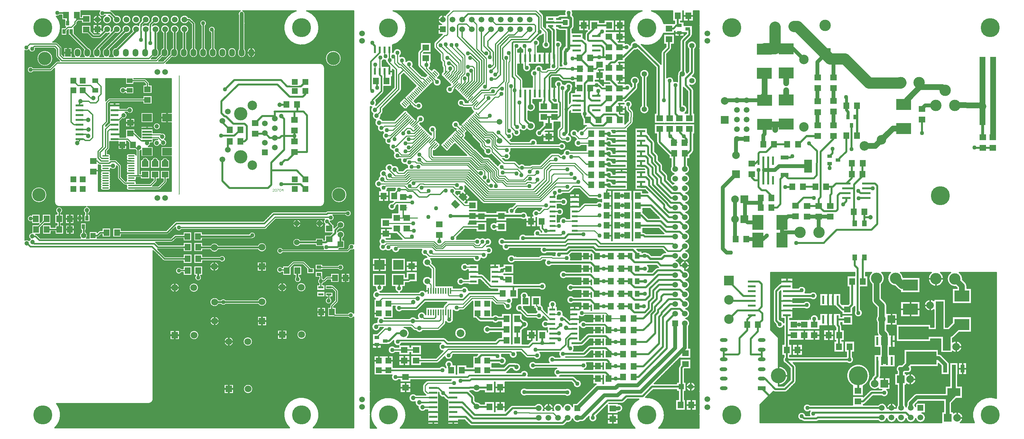
<source format=gtl>
%FSLAX43Y43*%
%MOMM*%
G71*
G01*
G75*
G04 Layer_Physical_Order=1*
%ADD10C,0.300*%
%ADD11R,1.600X1.800*%
%ADD12R,1.800X1.600*%
%ADD13R,0.600X2.150*%
%ADD14R,0.600X2.150*%
%ADD15R,0.600X1.700*%
%ADD16C,0.250*%
%ADD17C,0.063*%
%ADD18R,1.700X0.600*%
%ADD19R,1.700X0.600*%
%ADD20R,1.550X0.600*%
%ADD21R,1.550X0.600*%
%ADD22R,2.200X0.600*%
%ADD23R,2.200X0.600*%
%ADD24R,1.450X0.550*%
%ADD25R,1.450X0.550*%
%ADD26R,1.300X1.500*%
%ADD27R,2.200X0.550*%
%ADD28R,2.200X0.550*%
%ADD29R,1.300X0.850*%
%ADD30R,2.700X2.500*%
%ADD31R,0.300X1.600*%
%ADD32R,2.150X0.600*%
%ADD33R,2.150X0.600*%
%ADD34R,2.000X1.000*%
%ADD35O,2.000X1.000*%
%ADD36R,2.150X1.100*%
%ADD37R,2.150X3.500*%
%ADD38R,8.000X3.500*%
%ADD39R,3.000X4.000*%
%ADD40R,4.000X3.000*%
%ADD41R,0.600X2.200*%
%ADD42R,0.600X2.200*%
%ADD43R,0.850X1.300*%
%ADD44R,1.100X2.150*%
%ADD45R,3.500X2.150*%
%ADD46R,2.500X2.000*%
%ADD47R,2.500X0.500*%
%ADD48O,1.800X0.350*%
%ADD49O,1.800X0.350*%
%ADD50R,1.500X1.300*%
%ADD51C,0.500*%
%ADD52C,0.200*%
%ADD53C,0.400*%
%ADD54C,0.600*%
%ADD55C,1.000*%
%ADD56C,0.800*%
%ADD57C,1.500*%
%ADD58C,2.000*%
%ADD59C,3.000*%
%ADD60C,0.880*%
%ADD61C,0.100*%
%ADD62C,5.000*%
%ADD63C,1.300*%
%ADD64C,1.500*%
%ADD65R,1.500X1.500*%
%ADD66C,1.500*%
%ADD67C,2.000*%
%ADD68C,1.400*%
%ADD69R,1.400X1.400*%
%ADD70R,2.000X2.000*%
%ADD71C,2.500*%
%ADD72C,3.000*%
%ADD73R,3.000X3.000*%
%ADD74R,1.800X1.800*%
%ADD75C,1.800*%
%ADD76R,2.500X2.500*%
%ADD77C,4.000*%
%ADD78C,3.500*%
%ADD79O,1.500X2.000*%
%ADD80R,1.500X2.000*%
%ADD81C,1.200*%
%ADD82C,1.100*%
%ADD83C,1.270*%
D10*
X38025Y77296D02*
G03*
X38359Y78020I-616J724D01*
G01*
G03*
X37145Y78932I-950J0D01*
G01*
X38609Y76419D02*
G03*
X38025Y77296I-950J0D01*
G01*
X36911Y80700D02*
G03*
X36911Y80700I-950J0D01*
G01*
X37145Y78932D02*
G03*
X36909Y78995I-236J-412D01*
G01*
X37145Y78932D02*
G03*
X36909Y78995I-236J-412D01*
G01*
X36839Y75940D02*
G03*
X38609Y76419I820J480D01*
G01*
X35858Y77245D02*
G03*
X36839Y75940I102J-944D01*
G01*
X34015Y92017D02*
G03*
X33869Y92370I-500J0D01*
G01*
X34015Y92017D02*
G03*
X33869Y92370I-500J0D01*
G01*
X33162Y93076D02*
G03*
X32809Y93223I-354J-354D01*
G01*
X33162Y93076D02*
G03*
X32809Y93223I-354J-354D01*
G01*
X36183Y77224D02*
G03*
X36063Y77245I-223J-923D01*
G01*
X33742Y75400D02*
G03*
X34308Y76269I-384J869D01*
G01*
X31558Y74218D02*
G03*
X31781Y74326I-300J901D01*
G01*
X38966Y71930D02*
G03*
X37254Y71930I-856J-412D01*
G01*
X36406D02*
G03*
X34612Y71930I-897J-312D01*
G01*
X38463Y65713D02*
G03*
X38610Y66067I-354J354D01*
G01*
X38463Y65713D02*
G03*
X38610Y66067I-354J354D01*
G01*
X36491Y63948D02*
G03*
X36845Y64095I0J500D01*
G01*
X36491Y63948D02*
G03*
X36845Y64095I0J500D01*
G01*
X33806Y71930D02*
G03*
X32011Y71930I-897J-312D01*
G01*
X35862Y65963D02*
G03*
X36009Y66317I-354J354D01*
G01*
X35862Y65963D02*
G03*
X36009Y66317I-354J354D01*
G01*
X30611Y67048D02*
G03*
X30592Y67198I-625J0D01*
G01*
X30592Y65599D02*
G03*
X30611Y65748I-607J150D01*
G01*
X28066Y84446D02*
G03*
X29807Y84971I791J526D01*
G01*
G03*
X28034Y85446I-950J0D01*
G01*
X28157Y83621D02*
G03*
X27679Y84446I-950J0D01*
G01*
X27718Y82820D02*
G03*
X28157Y83621I-511J801D01*
G01*
X27707Y90915D02*
G03*
X27707Y89530I-650J-692D01*
G01*
X23506Y88172D02*
G03*
X23152Y88026I0J-500D01*
G01*
X23506Y88172D02*
G03*
X23152Y88026I0J-500D01*
G01*
X26989Y82696D02*
G03*
X27707Y82814I218J925D01*
G01*
X23455Y81587D02*
G03*
X23318Y81489I216J-451D01*
G01*
X23455Y81587D02*
G03*
X23318Y81489I216J-451D01*
G01*
X23109Y81517D02*
G03*
X23256Y81871I-354J354D01*
G01*
X23109Y81517D02*
G03*
X23256Y81871I-354J354D01*
G01*
X30558Y73150D02*
G03*
X29986Y73523I-572J-252D01*
G01*
X28536D02*
G03*
X28002Y72573I0J-625D01*
G01*
G03*
X28002Y71923I534J-325D01*
G01*
G03*
X28002Y71273I534J-325D01*
G01*
G03*
X28002Y70623I534J-325D01*
G01*
X30520Y66723D02*
G03*
X30611Y67048I-534J325D01*
G01*
X28002Y70623D02*
G03*
X28002Y69973I534J-325D01*
G01*
G03*
X28002Y69324I534J-325D01*
G01*
G03*
X28002Y68674I534J-325D01*
G01*
X30611Y66398D02*
G03*
X30520Y66723I-625J0D01*
G01*
X28002Y68674D02*
G03*
X28002Y68023I534J-325D01*
G01*
X30520Y66073D02*
G03*
X30611Y66398I-534J325D01*
G01*
Y65748D02*
G03*
X30520Y66073I-625J0D01*
G01*
X29986Y63823D02*
G03*
X30361Y63948I0J625D01*
G01*
X28002Y64773D02*
G03*
X28536Y63823I534J-325D01*
G01*
X28002Y68023D02*
G03*
X28002Y67373I534J-325D01*
G01*
G03*
X28002Y66723I534J-325D01*
G01*
G03*
X27929Y66248I534J-325D01*
G01*
X27929Y65248D02*
G03*
X28002Y64773I607J-150D01*
G01*
X27171Y65395D02*
G03*
X27525Y65248I354J354D01*
G01*
X27171Y65395D02*
G03*
X27525Y65248I354J354D01*
G01*
X26607Y70318D02*
G03*
X26460Y70671I-500J0D01*
G01*
X26607Y70318D02*
G03*
X26460Y70671I-500J0D01*
G01*
X25360Y71772D02*
G03*
X25006Y71918I-354J-354D01*
G01*
X25360Y71772D02*
G03*
X25006Y71918I-354J-354D01*
G01*
X23906D02*
G03*
X23739Y71889I0J-500D01*
G01*
X23906Y71918D02*
G03*
X23739Y71889I0J-500D01*
G01*
X23806Y69575D02*
G03*
X25406Y70268I650J693D01*
G01*
X23409Y74565D02*
G03*
X23556Y74919I-354J354D01*
G01*
X23409Y74565D02*
G03*
X23556Y74919I-354J354D01*
G01*
X23811Y72898D02*
G03*
X23186Y73523I-625J0D01*
G01*
X23720Y72573D02*
G03*
X23811Y72898I-534J325D01*
G01*
X23811Y72248D02*
G03*
X23720Y72573I-625J0D01*
G01*
X23720Y71923D02*
G03*
X23811Y72248I-534J325D01*
G01*
X21129Y70449D02*
G03*
X21202Y69973I607J-150D01*
G01*
X23720Y69324D02*
G03*
X23806Y69575I-534J325D01*
G01*
X23811Y68998D02*
G03*
X23720Y69324I-625J0D01*
G01*
X23720Y68674D02*
G03*
X23811Y68998I-534J325D01*
G01*
X21202Y69973D02*
G03*
X21202Y69324I534J-325D01*
G01*
G03*
X21202Y68674I534J-325D01*
G01*
X20605Y70527D02*
G03*
X20875Y70449I269J421D01*
G01*
X20605Y70527D02*
G03*
X20875Y70449I269J421D01*
G01*
X25607Y67167D02*
G03*
X25753Y66813I500J0D01*
G01*
X25607Y67167D02*
G03*
X25753Y66813I500J0D01*
G01*
X23811Y68349D02*
G03*
X23720Y68674I-625J0D01*
G01*
X23720Y68023D02*
G03*
X23811Y68349I-534J325D01*
G01*
Y67698D02*
G03*
X23720Y68023I-625J0D01*
G01*
Y67373D02*
G03*
X23811Y67698I-534J325D01*
G01*
Y67048D02*
G03*
X23720Y67373I-625J0D01*
G01*
X23720Y66723D02*
G03*
X23811Y67048I-534J325D01*
G01*
Y66398D02*
G03*
X23720Y66723I-625J0D01*
G01*
X23720Y66073D02*
G03*
X23811Y66398I-534J325D01*
G01*
Y65748D02*
G03*
X23720Y66073I-625J0D01*
G01*
X23720Y65423D02*
G03*
X23811Y65748I-534J325D01*
G01*
Y65099D02*
G03*
X23720Y65423I-625J0D01*
G01*
X23720Y64773D02*
G03*
X23811Y65099I-534J325D01*
G01*
Y64448D02*
G03*
X23720Y64773I-625J0D01*
G01*
X23186Y63823D02*
G03*
X23811Y64448I0J625D01*
G01*
X21202Y68674D02*
G03*
X21202Y68023I534J-325D01*
G01*
G03*
X21202Y67373I534J-325D01*
G01*
G03*
X21202Y66723I534J-325D01*
G01*
G03*
X21202Y66073I534J-325D01*
G01*
G03*
X21202Y65423I534J-325D01*
G01*
X21202Y64773D02*
G03*
X21736Y63823I534J-325D01*
G01*
X21202Y65423D02*
G03*
X21202Y64773I534J-325D01*
G01*
X87725Y107396D02*
G03*
X87718Y107176I1266J-149D01*
G01*
X87725Y101363D02*
G03*
X87718Y101262I2225J-213D01*
G01*
G03*
X87725Y101047I1273J-64D01*
G01*
X84500Y98600D02*
G03*
X84500Y98600I-2100J0D01*
G01*
X78650Y106700D02*
G03*
X75429Y111125I-4650J0D01*
G01*
X72571D02*
G03*
X78650Y106700I1429J-4425D01*
G01*
X80125Y96050D02*
G03*
X78850Y97325I-1275J-0D01*
G01*
X80125Y96050D02*
G03*
X78844Y97325I-1275J0D01*
G01*
X86000Y62650D02*
G03*
X86000Y62650I-2100J0D01*
G01*
X87150Y57765D02*
G03*
X85627Y58415I-900J0D01*
G01*
X85470Y57315D02*
G03*
X87150Y57765I779J450D01*
G01*
X80900Y58415D02*
G03*
X80511Y58253I0J-550D01*
G01*
X80900Y58415D02*
G03*
X80510Y58253I0J-550D01*
G01*
X82650Y56650D02*
G03*
X82357Y57315I-900J0D01*
G01*
X85421Y54743D02*
G03*
X83236Y54564I-1100J0D01*
G01*
X84046Y53677D02*
G03*
X85421Y54743I275J1065D01*
G01*
Y52203D02*
G03*
X83500Y52935I-1100J0D01*
G01*
X84900Y51267D02*
G03*
X85421Y52203I-579J935D01*
G01*
X81608Y55761D02*
G03*
X82650Y56650I142J889D01*
G01*
X81620Y55614D02*
G03*
X81608Y55761I-900J0D01*
G01*
X79210Y59577D02*
G03*
X80125Y60800I-360J1223D01*
G01*
X79210Y59577D02*
G03*
X80125Y60800I-360J1223D01*
G01*
X78850Y59525D02*
G03*
X79210Y59577I0J1275D01*
G01*
X78850Y59525D02*
G03*
X79210Y59577I0J1275D01*
G01*
X80037Y56200D02*
G03*
X79825Y55523I683J-586D01*
G01*
X79909Y55101D02*
G03*
X79900Y55245I-1100J0D01*
G01*
X79825Y55523D02*
G03*
X78856Y56200I-1016J-422D01*
G01*
X73909Y55101D02*
G03*
X72856Y56200I-1100J0D01*
G01*
X79900Y55245D02*
G03*
X80166Y54905I821J369D01*
G01*
X78762Y56200D02*
G03*
X79909Y55101I47J-1099D01*
G01*
X72762Y56200D02*
G03*
X73909Y55101I47J-1099D01*
G01*
X59150Y110300D02*
G03*
X58610Y111125I-900J0D01*
G01*
X57891D02*
G03*
X57443Y109902I360J-825D01*
G01*
X59143Y110187D02*
G03*
X59150Y110300I-893J113D01*
G01*
X59193Y107900D02*
G03*
X59143Y108196I-900J0D01*
G01*
X57443D02*
G03*
X57443Y107604I850J-296D01*
G01*
X59143D02*
G03*
X59193Y107900I-850J296D01*
G01*
X61933Y100381D02*
G03*
X59733Y100381I-1100J0D01*
G01*
X59393D02*
G03*
X59143Y101079I-1100J0D01*
G01*
X57443D02*
G03*
X57193Y100381I850J-698D01*
G01*
X56853D02*
G03*
X54653Y100381I-1100J0D01*
G01*
X54313D02*
G03*
X52113Y100381I-1100J0D01*
G01*
X59733Y99881D02*
G03*
X61933Y99881I1100J0D01*
G01*
X57193D02*
G03*
X59393Y99881I1100J0D01*
G01*
X54653D02*
G03*
X56853Y99881I1100J0D01*
G01*
X52113D02*
G03*
X54313Y99881I1100J0D01*
G01*
X51350Y106200D02*
G03*
X50123Y105362I-900J0D01*
G01*
X51223Y105739D02*
G03*
X51350Y106200I-773J461D01*
G01*
X48683Y107125D02*
G03*
X49050Y107850I-533J725D01*
G01*
G03*
X47583Y107151I-900J0D01*
G01*
X46143Y107757D02*
G03*
X45982Y108146I-550J0D01*
G01*
X46143Y107757D02*
G03*
X45981Y108147I-550J0D01*
G01*
X51773Y100381D02*
G03*
X51223Y101334I-1100J0D01*
G01*
X50123Y101334D02*
G03*
X49573Y100381I550J-953D01*
G01*
Y99881D02*
G03*
X51773Y99881I1100J0D01*
G01*
X49233Y100381D02*
G03*
X48683Y101334I-1100J0D01*
G01*
X47583D02*
G03*
X47033Y100381I550J-953D01*
G01*
Y99881D02*
G03*
X49233Y99881I1100J0D01*
G01*
X46693Y100381D02*
G03*
X46143Y101334I-1100J0D01*
G01*
X66652Y58150D02*
G03*
X66263Y57989I0J-550D01*
G01*
X66652Y58150D02*
G03*
X66262Y57988I0J-550D01*
G01*
X64400Y53500D02*
G03*
X64754Y53647I0J500D01*
G01*
X64400Y53500D02*
G03*
X64754Y53647I0J500D01*
G01*
X61003Y51101D02*
G03*
X61950Y52000I47J899D01*
G01*
X60750Y51050D02*
G03*
X61003Y51101I0J650D01*
G01*
X60750Y51050D02*
G03*
X61003Y51101I0J650D01*
G01*
X61950Y52000D02*
G03*
X60221Y52350I-900J0D01*
G01*
X87025Y48067D02*
G03*
X87725Y48219I176J883D01*
G01*
Y49681D02*
G03*
X86318Y48775I-525J-731D01*
G01*
X86150Y47400D02*
G03*
X86504Y47547I0J500D01*
G01*
X86150Y47400D02*
G03*
X86504Y47547I0J500D01*
G01*
X85200Y43550D02*
G03*
X83552Y44050I-900J0D01*
G01*
Y43050D02*
G03*
X85200Y43550I748J500D01*
G01*
X79681Y49001D02*
G03*
X79798Y48400I889J-139D01*
G01*
X80737Y41267D02*
G03*
X80384Y41120I0J-500D01*
G01*
X80737Y41267D02*
G03*
X80384Y41120I0J-500D01*
G01*
X79625Y41125D02*
G03*
X79602Y41274I-500J0D01*
G01*
X79930Y39460D02*
G03*
X80284Y39607I0J500D01*
G01*
X79930Y39460D02*
G03*
X80284Y39607I0J500D01*
G01*
X73731Y50701D02*
G03*
X73731Y49501I-922J-600D01*
G01*
X74904Y45054D02*
G03*
X74550Y45200I-354J-354D01*
G01*
X74904Y45054D02*
G03*
X74550Y45200I-354J-354D01*
G01*
X79625Y41125D02*
G03*
X79602Y41274I-500J0D01*
G01*
X79780Y40517D02*
G03*
X79625Y40648I-655J-617D01*
G01*
X78625D02*
G03*
X78625Y39152I500J-748D01*
G01*
X73950Y40400D02*
G03*
X73550Y41148I-900J0D01*
G01*
X75220Y38300D02*
G03*
X75220Y38300I-1250J0D01*
G01*
X72350Y40966D02*
G03*
X73950Y40400I700J-566D01*
G01*
X83750Y37300D02*
G03*
X83604Y37654I-500J0D01*
G01*
X83750Y37300D02*
G03*
X83604Y37654I-500J0D01*
G01*
Y34297D02*
G03*
X83750Y34650I-354J354D01*
G01*
X83604Y34297D02*
G03*
X83750Y34650I-354J354D01*
G01*
X82604Y38654D02*
G03*
X82350Y38790I-354J-354D01*
G01*
X82604Y38654D02*
G03*
X82350Y38790I-354J-354D01*
G01*
X79625Y39152D02*
G03*
X79910Y39460I-500J748D01*
G01*
X82050Y34750D02*
G03*
X81775Y35398I-900J0D01*
G01*
X80775Y35568D02*
G03*
X82050Y34750I375J-818D01*
G01*
X81647Y33754D02*
G03*
X81500Y33400I354J-354D01*
G01*
X81647Y33754D02*
G03*
X81500Y33400I354J-354D01*
G01*
X87725Y31484D02*
G03*
X86252Y31450I-725J-533D01*
G01*
Y30450D02*
G03*
X87725Y30417I748J500D01*
G01*
X87725Y10948D02*
G03*
X87718Y10726I1266J-151D01*
G01*
X87725Y4916D02*
G03*
X87717Y4812I2225J-216D01*
G01*
G03*
X87725Y4595I1273J-64D01*
G01*
X82569Y30507D02*
G03*
X82800Y30450I231J443D01*
G01*
X82569Y30507D02*
G03*
X82800Y30450I231J443D01*
G01*
X77145Y1275D02*
G03*
X78650Y4700I-3145J3425D01*
G01*
X75300Y25800D02*
G03*
X75300Y25800I-1250J0D01*
G01*
X78650Y4700D02*
G03*
X70855Y1275I-4650J0D01*
G01*
X71900Y45200D02*
G03*
X71547Y45054I0J-500D01*
G01*
X71900Y45200D02*
G03*
X71547Y45054I0J-500D01*
G01*
X64850Y48830D02*
G03*
X62463Y49350I-1250J0D01*
G01*
X69149Y48400D02*
G03*
X69149Y47400I-748J-500D01*
G01*
X62551Y48150D02*
G03*
X64850Y48830I1049J680D01*
G01*
X69013Y43509D02*
G03*
X69013Y42291I-662J-609D01*
G01*
X52197Y49350D02*
G03*
X50004Y49350I-1097J-600D01*
G01*
X54050Y45800D02*
G03*
X52485Y46407I-900J0D01*
G01*
X52474Y45207D02*
G03*
X54050Y45800I677J593D01*
G01*
X50004Y48150D02*
G03*
X52197Y48150I1097J600D01*
G01*
X52350Y43750D02*
G03*
X52350Y43750I-1250J0D01*
G01*
X70220Y38300D02*
G03*
X70220Y38300I-1250J0D01*
G01*
X64900Y34480D02*
G03*
X62513Y35000I-1250J0D01*
G01*
X62601Y33800D02*
G03*
X64900Y34480I1049J680D01*
G01*
X61150Y24000D02*
G03*
X61150Y24000I-1250J0D01*
G01*
X61230Y11500D02*
G03*
X61230Y11500I-1250J0D01*
G01*
X47750Y40850D02*
G03*
X47515Y41457I-900J0D01*
G01*
X46185D02*
G03*
X47750Y40850I665J-607D01*
G01*
X54121Y35000D02*
G03*
X52779Y35000I-671J-600D01*
G01*
Y33800D02*
G03*
X54121Y33800I671J600D01*
G01*
X52247Y35000D02*
G03*
X52247Y33800I-1097J-600D01*
G01*
X52400Y29400D02*
G03*
X52400Y29400I-1250J0D01*
G01*
X56150Y24000D02*
G03*
X56150Y24000I-1250J0D01*
G01*
X44900Y109228D02*
G03*
X44510Y109390I-390J-388D01*
G01*
X44899Y109229D02*
G03*
X44510Y109390I-389J-389D01*
G01*
X36790Y108840D02*
G03*
X34447Y108475I-1200J0D01*
G01*
X44277Y109390D02*
G03*
X44277Y108290I-1067J-550D01*
G01*
X41870Y108840D02*
G03*
X41870Y108840I-1200J0D01*
G01*
X44410Y106300D02*
G03*
X42610Y105261I-1200J0D01*
G01*
X41870Y106300D02*
G03*
X40070Y105261I-1200J0D01*
G01*
X39330Y108840D02*
G03*
X39330Y108840I-1200J0D01*
G01*
X35225Y107697D02*
G03*
X36790Y108840I365J1143D01*
G01*
X39330Y106300D02*
G03*
X37530Y105261I-1200J0D01*
G01*
X36790Y106300D02*
G03*
X34809Y107211I-1200J0D01*
G01*
X34250Y108840D02*
G03*
X31907Y108475I-1200J0D01*
G01*
X24144Y110974D02*
G03*
X23892Y111125I-424J-424D01*
G01*
X24144Y110974D02*
G03*
X23892Y111125I-424J-424D01*
G01*
X23667Y109755D02*
G03*
X23346Y109950I-777J-914D01*
G01*
X26630Y108840D02*
G03*
X25120Y109999I-1200J0D01*
G01*
X24090Y108840D02*
G03*
X23805Y109617I-1200J0D01*
G01*
X33871Y107898D02*
G03*
X33709Y107509I388J-390D01*
G01*
X33870Y107897D02*
G03*
X33709Y107509I389J-389D01*
G01*
X32685Y107697D02*
G03*
X34250Y108840I365J1143D01*
G01*
X31362Y107930D02*
G03*
X31200Y107540I388J-390D01*
G01*
X31361Y107929D02*
G03*
X31200Y107540I389J-389D01*
G01*
X31710Y108840D02*
G03*
X31710Y108840I-1200J0D01*
G01*
X29170D02*
G03*
X29170Y108840I-1200J0D01*
G01*
X33709Y107303D02*
G03*
X32300Y107237I-658J-1003D01*
G01*
X31200Y107282D02*
G03*
X29482Y105681I-690J-982D01*
G01*
X29170Y106300D02*
G03*
X26842Y105891I-1200J0D01*
G01*
X24271Y109151D02*
G03*
X26630Y108840I1159J-311D01*
G01*
X22434Y109950D02*
G03*
X24090Y108840I456J-1110D01*
G01*
X26630Y106300D02*
G03*
X24256Y106054I-1200J0D01*
G01*
X24090Y106300D02*
G03*
X21731Y105990I-1200J0D01*
G01*
X43810Y105261D02*
G03*
X44410Y106300I-600J1039D01*
G01*
X41270Y105261D02*
G03*
X41870Y106300I-600J1039D01*
G01*
X38730Y105261D02*
G03*
X39330Y106300I-600J1039D01*
G01*
X45043Y101334D02*
G03*
X44493Y100381I550J-953D01*
G01*
Y99881D02*
G03*
X46693Y99881I1100J0D01*
G01*
X44153Y100381D02*
G03*
X43810Y101179I-1100J0D01*
G01*
X42610Y101388D02*
G03*
X41953Y100381I443J-1007D01*
G01*
Y99881D02*
G03*
X44153Y99881I1100J0D01*
G01*
X41613Y100381D02*
G03*
X41270Y101179I-1100J0D01*
G01*
X40070Y101388D02*
G03*
X39413Y100381I443J-1007D01*
G01*
X39998Y98909D02*
G03*
X41613Y99881I515J972D01*
G01*
X39413D02*
G03*
X39421Y99746I1100J0D01*
G01*
X39073Y100381D02*
G03*
X38730Y101179I-1100J0D01*
G01*
X36190Y105261D02*
G03*
X36790Y106300I-600J1039D01*
G01*
X27766Y105118D02*
G03*
X29170Y106300I204J1183D01*
G01*
X25058Y105159D02*
G03*
X26630Y106300I372J1141D01*
G01*
X23962Y105760D02*
G03*
X24090Y106300I-1072J540D01*
G01*
X22580Y105141D02*
G03*
X23430Y105228I311J1159D01*
G01*
X37530Y101388D02*
G03*
X36873Y100381I443J-1007D01*
G01*
X37458Y98909D02*
G03*
X39073Y99881I515J972D01*
G01*
X36533Y100381D02*
G03*
X36190Y101179I-1100J0D01*
G01*
X36873Y99881D02*
G03*
X36881Y99746I1100J0D01*
G01*
X34918Y98909D02*
G03*
X36533Y99881I515J972D01*
G01*
X25283Y101481D02*
G03*
X24173Y100381I-10J-1100D01*
G01*
Y99881D02*
G03*
X24499Y99100I1100J0D01*
G01*
X23833Y100381D02*
G03*
X23645Y100996I-1100J0D01*
G01*
X23508Y99100D02*
G03*
X23833Y99881I-775J781D01*
G01*
X21186Y109701D02*
G03*
X22313Y109950I414J799D01*
G01*
X21550Y108840D02*
G03*
X21186Y109701I-1200J0D01*
G01*
X20947Y109881D02*
G03*
X21550Y108840I-597J-1041D01*
G01*
X20953Y111125D02*
G03*
X20947Y109881I648J-625D01*
G01*
X20990Y103800D02*
G03*
X21414Y103976I0J600D01*
G01*
X20990Y103800D02*
G03*
X21414Y103976I0J600D01*
G01*
X22372Y101420D02*
G03*
X21633Y100381I362J-1039D01*
G01*
X18776Y103976D02*
G03*
X19200Y103800I424J424D01*
G01*
X18776Y103976D02*
G03*
X19200Y103800I424J424D01*
G01*
X19769Y101567D02*
G03*
X19620Y101320I424J-424D01*
G01*
X19769Y101567D02*
G03*
X19620Y101320I424J-424D01*
G01*
G03*
X19093Y100381I573J-939D01*
G01*
X18753D02*
G03*
X17895Y101454I-1100J0D01*
G01*
X14804Y107348D02*
G03*
X14950Y107702I-354J354D01*
G01*
X14804Y107348D02*
G03*
X14950Y107702I-354J354D01*
G01*
X9553Y109700D02*
G03*
X10465Y110028I200J878D01*
G01*
X10650Y106700D02*
G03*
X9553Y109700I-4650J0D01*
G01*
X16213Y100381D02*
G03*
X14013Y100381I-1100J0D01*
G01*
X12981Y104698D02*
G03*
X13074Y104577I517J304D01*
G01*
X12981Y104698D02*
G03*
X13074Y104577I517J304D01*
G01*
X8608Y102850D02*
G03*
X10650Y106700I-2608J3850D01*
G01*
X9854Y102704D02*
G03*
X9500Y102850I-354J-354D01*
G01*
X9854Y102704D02*
G03*
X9500Y102850I-354J-354D01*
G01*
X11000Y101350D02*
G03*
X10854Y101704I-500J0D01*
G01*
X11000Y101350D02*
G03*
X10854Y101704I-500J0D01*
G01*
X21293Y100381D02*
G03*
X21013Y101114I-1100J0D01*
G01*
X16708Y100944D02*
G03*
X16553Y100381I945J-563D01*
G01*
X21633Y99881D02*
G03*
X21959Y99100I1100J0D01*
G01*
X20968D02*
G03*
X21293Y99881I-775J781D01*
G01*
X19093D02*
G03*
X19419Y99100I1100J0D01*
G01*
X18428D02*
G03*
X18753Y99881I-775J781D01*
G01*
X4050Y101100D02*
G03*
X4038Y101250I-900J0D01*
G01*
X2294Y100822D02*
G03*
X4050Y101100I856J278D01*
G01*
X16553Y99881D02*
G03*
X16879Y99100I1100J0D01*
G01*
X15888D02*
G03*
X16213Y99881I-775J781D01*
G01*
X14013D02*
G03*
X14339Y99100I1100J0D01*
G01*
X9800Y97900D02*
G03*
X9447Y97754I0J-500D01*
G01*
X9350Y99150D02*
G03*
X9497Y98797I500J0D01*
G01*
X9350Y99150D02*
G03*
X9497Y98797I500J0D01*
G01*
X9800Y97900D02*
G03*
X9447Y97754I0J-500D01*
G01*
X8600Y98600D02*
G03*
X8600Y98600I-2100J0D01*
G01*
X8000Y95100D02*
G03*
X8354Y95247I0J500D01*
G01*
X8000Y95100D02*
G03*
X8354Y95247I0J500D01*
G01*
X1275Y100663D02*
G03*
X2294Y100822I396J808D01*
G01*
X3499Y96100D02*
G03*
X3499Y95100I-748J-500D01*
G01*
X40861Y54136D02*
G03*
X42499Y53500I890J-136D01*
G01*
X41110Y55714D02*
G03*
X40721Y55553I0J-550D01*
G01*
X41110Y55714D02*
G03*
X40721Y55552I0J-550D01*
G01*
X40860Y52250D02*
G03*
X40471Y52089I0J-550D01*
G01*
X40860Y52250D02*
G03*
X40470Y52088I0J-550D01*
G01*
X39860Y50150D02*
G03*
X40249Y50311I0J550D01*
G01*
X39860Y50150D02*
G03*
X40250Y50312I0J550D01*
G01*
X38659Y52162D02*
G03*
X39048Y52324I0J550D01*
G01*
X38659Y52162D02*
G03*
X39049Y52324I0J550D01*
G01*
X37564Y45418D02*
G03*
X37953Y45257I389J389D01*
G01*
X37563Y45419D02*
G03*
X37953Y45257I390J388D01*
G01*
X42457Y43207D02*
G03*
X42533Y42207I-707J-557D01*
G01*
X46950Y38200D02*
G03*
X46950Y38200I-1250J0D01*
G01*
X47030Y25700D02*
G03*
X47030Y25700I-1250J0D01*
G01*
X41950Y38200D02*
G03*
X41950Y38200I-1250J0D01*
G01*
X34694Y8042D02*
G03*
X35025Y8900I-943J858D01*
G01*
X34694Y8042D02*
G03*
X35025Y8900I-943J858D01*
G01*
X33750Y7625D02*
G03*
X34694Y8042I0J1275D01*
G01*
X33742Y7625D02*
G03*
X34694Y8042I8J1275D01*
G01*
X18504Y58600D02*
G03*
X17770Y59525I-950J0D01*
G01*
X18104Y57825D02*
G03*
X18504Y58600I-550J775D01*
G01*
X17339Y59525D02*
G03*
X17004Y57825I216J-925D01*
G01*
X9025Y60800D02*
G03*
X10300Y59525I1275J0D01*
G01*
X9025Y60811D02*
G03*
X10300Y59525I1275J-10D01*
G01*
X10812Y57797D02*
G03*
X11203Y58565I-559J768D01*
G01*
G03*
X9712Y57784I-950J0D01*
G01*
X7050Y62650D02*
G03*
X7050Y62650I-2100J0D01*
G01*
X2995Y57290D02*
G03*
X2995Y55539I-209J-876D01*
G01*
X21054Y53262D02*
G03*
X20666Y53101I0J-550D01*
G01*
X21054Y53262D02*
G03*
X20665Y53101I0J-550D01*
G01*
X17735Y51936D02*
G03*
X17231Y52833I-1050J0D01*
G01*
X20278Y51386D02*
G03*
X20667Y51547I0J550D01*
G01*
X20278Y51386D02*
G03*
X20667Y51548I0J550D01*
G01*
X17480Y51250D02*
G03*
X17735Y51936I-795J686D01*
G01*
X4378Y52151D02*
G03*
X4140Y52292I-390J-388D01*
G01*
X4377Y52152D02*
G03*
X4140Y52292I-389J-389D01*
G01*
X16131Y52828D02*
G03*
X15890Y51250I554J-892D01*
G01*
X10650Y4700D02*
G03*
X9615Y7625I-4650J0D01*
G01*
X9145Y1275D02*
G03*
X10650Y4700I-3145J3425D01*
G01*
X3056Y52708D02*
G03*
X2664Y50947I95J-945D01*
G01*
G03*
X2390Y50602I587J-747D01*
G01*
G03*
X1275Y50722I-640J-702D01*
G01*
X92149Y4372D02*
G03*
X92208Y4754I-1216J382D01*
G01*
X92206Y4825D02*
G03*
X92149Y5216I-2232J-124D01*
G01*
Y10336D02*
G03*
X92207Y10740I-2175J515D01*
G01*
X92208Y10803D02*
G03*
X92149Y11187I-1275J0D01*
G01*
X101524Y4651D02*
G03*
X93729Y1226I-4650J0D01*
G01*
X100020D02*
G03*
X101524Y4651I-3145J3425D01*
G01*
X97794Y15151D02*
G03*
X99580Y13904I981J-497D01*
G01*
X98734Y22493D02*
G03*
X98713Y21093I-859J-687D01*
G01*
X100066Y23143D02*
G03*
X100347Y23550I-741J813D01*
G01*
X104268Y9908D02*
G03*
X103913Y8124I-868J-755D01*
G01*
G03*
X104711Y6854I1137J-171D01*
G01*
X105902Y11003D02*
G03*
X106100Y10525I675J0D01*
G01*
X105902Y11003D02*
G03*
X106100Y10525I675J0D01*
G01*
X104711Y6854D02*
G03*
X106735Y5968I1140J-152D01*
G01*
X110186Y10534D02*
G03*
X111410Y9311I1092J-131D01*
G01*
X106100Y12880D02*
G03*
X105902Y12403I477J-477D01*
G01*
X106100Y12880D02*
G03*
X105902Y12403I477J-477D01*
G01*
X107227Y13728D02*
G03*
X106750Y13531I0J-675D01*
G01*
X107227Y13728D02*
G03*
X106750Y13531I0J-675D01*
G01*
X112028Y17086D02*
G03*
X110321Y17201I-900J-632D01*
G01*
X109716Y18293D02*
G03*
X110211Y18498I0J700D01*
G01*
X109716Y18293D02*
G03*
X110211Y18498I0J700D01*
G01*
X93842Y29041D02*
G03*
X94784Y27733I-195J-1133D01*
G01*
X94115Y30151D02*
G03*
X93842Y29041I833J-793D01*
G01*
X97272Y23380D02*
G03*
X97640Y23590I-199J775D01*
G01*
X97272Y23380D02*
G03*
X97639Y23589I-199J775D01*
G01*
X98253Y24203D02*
G03*
X99632Y22900I1072J-247D01*
G01*
X98658Y33276D02*
G03*
X100480Y32108I1018J-418D01*
G01*
X93748Y37456D02*
G03*
X93399Y35251I100J-1146D01*
G01*
X94667Y37117D02*
G03*
X95648Y38211I-119J1094D01*
G01*
X93466Y38411D02*
G03*
X93748Y37456I1082J-200D01*
G01*
X98633Y38411D02*
G03*
X99345Y37010I1042J-351D01*
G01*
X100005D02*
G03*
X100775Y38060I-330J1049D01*
G01*
G03*
X100718Y38411I-1100J0D01*
G01*
X101891Y25050D02*
G03*
X102397Y26195I-1044J1146D01*
G01*
X103423Y27031D02*
G03*
X103900Y26833I477J477D01*
G01*
X103423Y27031D02*
G03*
X103900Y26833I477J477D01*
G01*
X102397Y26195D02*
G03*
X101040Y27733I-1550J0D01*
G01*
X104299Y30058D02*
G03*
X102401Y30058I-949J-650D01*
G01*
X104119Y26833D02*
G03*
X105982Y26833I931J675D01*
G01*
X110663Y23550D02*
G03*
X111239Y21506I565J-944D01*
G01*
X112015Y24830D02*
G03*
X111485Y25050I-530J-530D01*
G01*
X112015Y24830D02*
G03*
X111485Y25050I-530J-530D01*
G01*
X106727Y31114D02*
G03*
X104702Y30058I-1076J-405D01*
G01*
X109902Y26833D02*
G03*
X110379Y27031I0J675D01*
G01*
X109902Y26833D02*
G03*
X110379Y27031I0J675D01*
G01*
X111804Y28456D02*
G03*
X112002Y28933I-477J477D01*
G01*
X111804Y28456D02*
G03*
X112002Y28933I-477J477D01*
G01*
X102126Y39460D02*
G03*
X102656Y39680I0J750D01*
G01*
X102126Y39460D02*
G03*
X102656Y39680I0J750D01*
G01*
X104176Y32108D02*
G03*
X104707Y32328I0J750D01*
G01*
X104176Y32108D02*
G03*
X104707Y32328I0J750D01*
G01*
X106727Y37092D02*
G03*
X104820Y37010I-926J-682D01*
G01*
X111501Y33586D02*
G03*
X111303Y33108I477J-477D01*
G01*
X111501Y33586D02*
G03*
X111303Y33108I477J-477D01*
G01*
X108052Y40805D02*
G03*
X106727Y38674I-951J-886D01*
G01*
X118237Y1987D02*
G03*
X118804Y1752I567J565D01*
G01*
X118238Y1986D02*
G03*
X118804Y1752I566J566D01*
G01*
X121204Y7553D02*
G03*
X119945Y8151I-1100J-692D01*
G01*
X112042Y8678D02*
G03*
X112462Y8466I530J530D01*
G01*
X112042Y8678D02*
G03*
X112462Y8466I530J530D01*
G01*
X113928Y18005D02*
G03*
X112028Y17250I-1100J0D01*
G01*
X111694Y19981D02*
G03*
X113828Y20355I1034J374D01*
G01*
X119704Y9253D02*
G03*
X119469Y9820I-800J0D01*
G01*
X119704Y9253D02*
G03*
X119470Y9819I-800J0D01*
G01*
X119079Y11061D02*
G03*
X121129Y11061I1025J800D01*
G01*
X129555Y7251D02*
G03*
X128988Y7016I0J-800D01*
G01*
X129555Y7251D02*
G03*
X128989Y7017I0J-800D01*
G01*
X133179Y11651D02*
G03*
X133179Y9751I-555J-950D01*
G01*
X125934Y18156D02*
G03*
X127956Y18906I872J750D01*
G01*
G03*
X126721Y20053I-1150J0D01*
G01*
X126732Y20205D02*
G03*
X126674Y20555I-1100J0D01*
G01*
X126132Y25050D02*
G03*
X125601Y24830I0J-750D01*
G01*
X126132Y25050D02*
G03*
X125601Y24830I0J-750D01*
G01*
X128756Y18456D02*
G03*
X128190Y18220I0J-800D01*
G01*
X128756Y18456D02*
G03*
X128191Y18221I0J-800D01*
G01*
X129479Y16856D02*
G03*
X131707Y17255I1078J400D01*
G01*
G03*
X130449Y18400I-1150J0D01*
G01*
X133733Y15354D02*
G03*
X131630Y15804I-1100J0D01*
G01*
X128637Y20555D02*
G03*
X130833Y20655I1095J100D01*
G01*
G03*
X130685Y21206I-1100J0D01*
G01*
X133012Y19837D02*
G03*
X133507Y19632I495J495D01*
G01*
X133012Y19837D02*
G03*
X133507Y19632I495J495D01*
G01*
X112002Y29265D02*
G03*
X114028Y29858I927J593D01*
G01*
X117397Y26195D02*
G03*
X117397Y26195I-1550J0D01*
G01*
X114028Y29858D02*
G03*
X113978Y30186I-1100J0D01*
G01*
X113977Y32213D02*
G03*
X115697Y32233I852J696D01*
G01*
X116429D02*
G03*
X116907Y32431I0J675D01*
G01*
X116429Y32233D02*
G03*
X116907Y32431I0J675D01*
G01*
X123737Y27951D02*
G03*
X123725Y26351I-832J-793D01*
G01*
X120538Y29394D02*
G03*
X121104Y29159I567J565D01*
G01*
X120539Y29393D02*
G03*
X121104Y29159I566J566D01*
G01*
X116800Y40482D02*
G03*
X116795Y39132I-871J-672D01*
G01*
X118003Y37460D02*
G03*
X116035Y38135I-1100J0D01*
G01*
X121870Y41607D02*
G03*
X121339Y41827I-530J-530D01*
G01*
X121870Y41607D02*
G03*
X121339Y41827I-530J-530D01*
G01*
X124229Y29159D02*
G03*
X125882Y29159I826J800D01*
G01*
Y30759D02*
G03*
X124229Y30759I-826J-800D01*
G01*
X132589Y27358D02*
G03*
X133757Y28508I18J1150D01*
G01*
G03*
X132589Y29658I-1150J0D01*
G01*
X132913Y30364D02*
G03*
X133408Y30159I495J495D01*
G01*
X132913Y30364D02*
G03*
X133408Y30159I495J495D01*
G01*
X127232Y33354D02*
G03*
X129432Y33358I1100J5D01*
G01*
X124904Y33781D02*
G03*
X125382Y33584I477J477D01*
G01*
X124904Y33781D02*
G03*
X125382Y33584I477J477D01*
G01*
X129432Y33358D02*
G03*
X129266Y33939I-1100J0D01*
G01*
G03*
X129632Y34759I-734J819D01*
G01*
G03*
X129539Y35203I-1100J0D01*
G01*
X123325Y38030D02*
G03*
X123855Y37811I530J530D01*
G01*
X123325Y38030D02*
G03*
X123855Y37811I530J530D01*
G01*
X131596Y33943D02*
G03*
X131512Y31764I-189J-1084D01*
G01*
X132507Y32859D02*
G03*
X132464Y33165I-1100J0D01*
G01*
X133733Y36065D02*
G03*
X131596Y35693I-1100J-6D01*
G01*
X94781Y51252D02*
G03*
X94648Y49674I695J-853D01*
G01*
G03*
X96145Y48076I827J-725D01*
G01*
X94148Y66690D02*
G03*
X94552Y64428I249J-1123D01*
G01*
X94642Y67662D02*
G03*
X94148Y66690I656J-944D01*
G01*
X93556Y82398D02*
G03*
X94002Y80612I892J-726D01*
G01*
X94552Y64428D02*
G03*
X94812Y63802I1096J89D01*
G01*
X96112Y69271D02*
G03*
X94642Y67662I-464J-1052D01*
G01*
X95604Y79031D02*
G03*
X95935Y77201I744J-810D01*
G01*
X94002Y80612D02*
G03*
X95478Y79259I1046J-340D01*
G01*
X95379Y82347D02*
G03*
X94689Y82796I-931J-675D01*
G01*
X96145Y48076D02*
G03*
X97748Y48229I730J822D01*
G01*
G03*
X99906Y48238I1078J220D01*
G01*
X106995Y46215D02*
G03*
X107409Y43656I106J-1296D01*
G01*
X109402Y43293D02*
G03*
X109204Y43770I-675J0D01*
G01*
X109402Y43293D02*
G03*
X109204Y43770I-675J0D01*
G01*
X108364Y44611D02*
G03*
X108401Y44919I-1263J308D01*
G01*
G03*
X108036Y45822I-1300J0D01*
G01*
X105646Y48238D02*
G03*
X106688Y46522I905J-625D01*
G01*
X109928Y50254D02*
G03*
X110126Y50749I-1082J720D01*
G01*
X109928Y50254D02*
G03*
X110126Y50749I-1082J720D01*
G01*
X97931Y60696D02*
G03*
X98926Y59601I-105J-1095D01*
G01*
X96484Y63802D02*
G03*
X96741Y64392I-836J715D01*
G01*
X98144Y70345D02*
G03*
X96112Y69271I-995J-576D01*
G01*
X95935Y77201D02*
G03*
X97150Y75831I1064J-281D01*
G01*
G03*
X98008Y74279I999J-461D01*
G01*
X98680Y64392D02*
G03*
X98631Y63948I1046J-340D01*
G01*
X98008Y74279D02*
G03*
X98334Y73630I1091J141D01*
G01*
X99699Y69269D02*
G03*
X98144Y70345I-1150J0D01*
G01*
X98334Y73630D02*
G03*
X99722Y72026I915J-610D01*
G01*
X100143D02*
G03*
X101458Y70650I1056J-307D01*
G01*
X101800Y69843D02*
G03*
X101322Y69646I0J-675D01*
G01*
X101800Y69843D02*
G03*
X101322Y69646I0J-675D01*
G01*
X101458Y70650D02*
G03*
X101912Y70233I941J569D01*
G01*
G03*
X101923Y69843I1088J-164D01*
G01*
X108776Y74283D02*
G03*
X109422Y74459I169J654D01*
G01*
X106206Y80330D02*
G03*
X105853Y80683I-620J-267D01*
G01*
G03*
X105499Y81037I-620J-267D01*
G01*
X106560Y79976D02*
G03*
X106206Y80330I-620J-267D01*
G01*
X104085Y82451D02*
G03*
X103732Y82804I-620J-267D01*
G01*
G03*
X103378Y83158I-620J-267D01*
G01*
X105499Y81037D02*
G03*
X105146Y81390I-620J-267D01*
G01*
X105163Y81513D02*
G03*
X106424Y82601I162J1088D01*
G01*
X109742Y76794D02*
G03*
X109388Y77148I-620J-267D01*
G01*
X110095Y76441D02*
G03*
X109742Y76794I-620J-267D01*
G01*
X109353Y77219D02*
G03*
X109526Y77671I-501J452D01*
G01*
X109353Y77219D02*
G03*
X109526Y77671I-501J452D01*
G01*
X110306Y75343D02*
G03*
X110503Y75783I-477J477D01*
G01*
X110504Y75824D02*
G03*
X110095Y76441I-675J-3D01*
G01*
X107267Y79269D02*
G03*
X106914Y79623I-620J-267D01*
G01*
G03*
X106560Y79976I-620J-267D01*
G01*
X107621Y78915D02*
G03*
X107267Y79269I-620J-267D01*
G01*
X107991Y78519D02*
G03*
X107621Y78915I-637J-224D01*
G01*
X109601Y79871D02*
G03*
X108176Y78820I-1100J0D01*
G01*
X109526Y79472D02*
G03*
X109601Y79871I-1025J399D01*
G01*
X92149Y85886D02*
G03*
X92486Y85784I498J1037D01*
G01*
X94689Y82796D02*
G03*
X94948Y83522I-892J726D01*
G01*
X92486Y85784D02*
G03*
X92766Y84030I861J-762D01*
G01*
G03*
X93556Y82398I1032J-508D01*
G01*
X93565Y86230D02*
G03*
X93797Y86923I-918J693D01*
G01*
G03*
X93601Y87566I-1150J0D01*
G01*
X95243Y83977D02*
G03*
X95448Y84472I-495J495D01*
G01*
X95243Y83977D02*
G03*
X95448Y84472I-495J495D01*
G01*
X95528Y89493D02*
G03*
X95748Y90024I-530J530D01*
G01*
X95528Y89493D02*
G03*
X95748Y90024I-530J530D01*
G01*
X101964Y84572D02*
G03*
X100866Y84783I-620J-267D01*
G01*
X100193Y87401D02*
G03*
X99982Y86303I267J-620D01*
G01*
X100866Y85419D02*
G03*
X101964Y85630I477J477D01*
G01*
X100547Y87754D02*
G03*
X100193Y87401I267J-620D01*
G01*
X100900Y88108D02*
G03*
X100547Y87754I267J-620D01*
G01*
X101254Y88461D02*
G03*
X100900Y88108I267J-620D01*
G01*
X100144Y89929D02*
G03*
X100349Y90424I-495J495D01*
G01*
X100144Y89929D02*
G03*
X100349Y90424I-495J495D01*
G01*
X95314Y97883D02*
G03*
X95656Y98205I-567J943D01*
G01*
G03*
X96102Y98077I519J970D01*
G01*
G03*
X96533Y97275I1098J73D01*
G01*
X101549Y98076D02*
G03*
X99934Y99048I-1100J0D01*
G01*
X99933Y99239D02*
G03*
X100349Y100101I-684J862D01*
G01*
G03*
X98153Y100200I-1100J0D01*
G01*
X98029Y102147D02*
G03*
X101524Y106651I-1155J4504D01*
G01*
G03*
X98138Y111126I-4650J0D01*
G01*
X102317Y84219D02*
G03*
X101964Y84572I-620J-267D01*
G01*
X103004Y83520D02*
G03*
X102688Y83822I-599J-310D01*
G01*
G03*
X102317Y84219I-637J-224D01*
G01*
X103378Y83158D02*
G03*
X103004Y83520I-620J-267D01*
G01*
X101964Y85630D02*
G03*
X102317Y85984I-267J620D01*
G01*
G03*
X102671Y86337I-267J620D01*
G01*
X103497Y85624D02*
G03*
X103975Y85426I477J477D01*
G01*
X103497Y85624D02*
G03*
X103975Y85426I477J477D01*
G01*
X101607Y88815D02*
G03*
X101254Y88461I267J-620D01*
G01*
X101961Y89168D02*
G03*
X101607Y88815I267J-620D01*
G01*
X102315Y89522D02*
G03*
X101961Y89168I267J-620D01*
G01*
X102668Y89876D02*
G03*
X102315Y89522I267J-620D01*
G01*
X103022Y90229D02*
G03*
X102668Y89876I267J-620D01*
G01*
X103375Y90583D02*
G03*
X103022Y90229I267J-620D01*
G01*
X103729Y90936D02*
G03*
X103375Y90583I266J-620D01*
G01*
X103732Y87398D02*
G03*
X104085Y87751I-267J620D01*
G01*
G03*
X104439Y88105I-267J620D01*
G01*
G03*
X104792Y88458I-267J620D01*
G01*
G03*
X105146Y88812I-267J620D01*
G01*
X104082Y91290D02*
G03*
X103729Y90936I267J-620D01*
G01*
X106424Y82601D02*
G03*
X104230Y82490I-1100J0D01*
G01*
X105146Y88812D02*
G03*
X105499Y89166I-267J620D01*
G01*
X103982Y85426D02*
G03*
X105950Y86101I869J675D01*
G01*
G03*
X104109Y86914I-1100J0D01*
G01*
X105499Y89166D02*
G03*
X105853Y89519I-266J620D01*
G01*
G03*
X106206Y89873I-267J620D01*
G01*
G03*
X106560Y90226I-266J620D01*
G01*
G03*
X106913Y90580I-267J620D01*
G01*
G03*
X107267Y90933I-267J620D01*
G01*
G03*
X107621Y91287I-267J620D01*
G01*
G03*
X107974Y91641I-266J620D01*
G01*
X106437Y93778D02*
G03*
X105960Y93976I-477J-477D01*
G01*
X106437Y93778D02*
G03*
X105960Y93976I-477J-477D01*
G01*
X106911Y94118D02*
G03*
X106557Y93765I267J-620D01*
G01*
X107974Y91641D02*
G03*
X108328Y91994I-267J620D01*
G01*
G03*
X108629Y92249I-267J620D01*
G01*
X109819Y93447D02*
G03*
X110096Y93762I-343J581D01*
G01*
G03*
X110504Y94382I-267J620D01*
G01*
G03*
X110306Y94859I-675J0D01*
G01*
X103275Y96481D02*
G03*
X103450Y97076I-925J595D01*
G01*
G03*
X101511Y97787I-1100J0D01*
G01*
X104624Y96790D02*
G03*
X104822Y96313I675J0D01*
G01*
X104624Y96790D02*
G03*
X104822Y96313I675J0D01*
G01*
X107690Y96061D02*
G03*
X108024Y96851I-766J790D01*
G01*
X104822Y100603D02*
G03*
X104624Y100125I477J-477D01*
G01*
X108024Y96851D02*
G03*
X107934Y97288I-1100J0D01*
G01*
X104822Y100603D02*
G03*
X104624Y100125I477J-477D01*
G01*
X108827Y101599D02*
G03*
X109024Y101122I675J0D01*
G01*
X108827Y101599D02*
G03*
X109024Y101122I675J0D01*
G01*
X109422Y95743D02*
G03*
X108325Y95532I-477J-477D01*
G01*
X109024Y102978D02*
G03*
X108827Y102501I477J-477D01*
G01*
X109024Y102978D02*
G03*
X108827Y102501I477J-477D01*
G01*
X117818Y44292D02*
G03*
X117825Y42942I-865J-680D01*
G01*
X110465Y50749D02*
G03*
X110670Y50244I1280J225D01*
G01*
X110465Y50749D02*
G03*
X110670Y50244I1280J225D01*
G01*
X119131Y45822D02*
G03*
X121296Y45932I1073J241D01*
G01*
X120977Y51155D02*
G03*
X119434Y50962I-675J-869D01*
G01*
X121296Y45932D02*
G03*
X123055Y46813I658J881D01*
G01*
X122359Y51129D02*
G03*
X120977Y51155I-707J-843D01*
G01*
X122865Y49145D02*
G03*
X124102Y50237I137J1091D01*
G01*
X123043Y46976D02*
G03*
X124374Y48051I232J1075D01*
G01*
G03*
X122723Y49003I-1100J0D01*
G01*
X124102Y50237D02*
G03*
X122359Y51129I-1100J0D01*
G01*
X117925Y54924D02*
G03*
X118252Y55749I-973J862D01*
G01*
X117925Y54924D02*
G03*
X118252Y55749I-973J862D01*
G01*
X114594Y63149D02*
G03*
X114739Y63542I-942J568D01*
G01*
X115458D02*
G03*
X115747Y63411I595J925D01*
G01*
X116846Y63705D02*
G03*
X117153Y64467I-793J762D01*
G01*
G03*
X117014Y65002I-1100J0D01*
G01*
X121527Y60489D02*
G03*
X122005Y60291I477J477D01*
G01*
X121527Y60489D02*
G03*
X122005Y60291I477J477D01*
G01*
X126828Y43809D02*
G03*
X126355Y43736I-72J-1098D01*
G01*
X127643Y50964D02*
G03*
X126775Y49214I-887J-650D01*
G01*
X130179Y46438D02*
G03*
X130196Y45088I-923J-686D01*
G01*
X126775Y49214D02*
G03*
X128860Y48563I1082J-200D01*
G01*
X133012Y52064D02*
G03*
X131199Y50964I-755J-800D01*
G01*
X125162Y55287D02*
G03*
X125162Y53315I-488J-986D01*
G01*
X130349Y58001D02*
G03*
X130424Y58401I-1025J400D01*
G01*
X129461Y59493D02*
G03*
X128300Y58001I-137J-1091D01*
G01*
X126294Y70977D02*
G03*
X125695Y70335I438J-1009D01*
G01*
X130467Y71446D02*
G03*
X129989Y71644I-477J-477D01*
G01*
X130467Y71446D02*
G03*
X129989Y71644I-477J-477D01*
G01*
X131726Y56301D02*
G03*
X133061Y56254I698J850D01*
G01*
X132889Y70426D02*
G03*
X131301Y70612I-882J-658D01*
G01*
X133524Y57151D02*
G03*
X131726Y58001I-1100J0D01*
G01*
X111507Y76794D02*
G03*
X111185Y76505I267J-620D01*
G01*
X111860Y77148D02*
G03*
X111507Y76794I267J-620D01*
G01*
X113277Y75023D02*
G03*
X113631Y75377I-267J620D01*
G01*
X112214Y77501D02*
G03*
X111860Y77148I267J-620D01*
G01*
X112568Y77855D02*
G03*
X112214Y77501I267J-620D01*
G01*
X112921Y78208D02*
G03*
X112568Y77855I267J-620D01*
G01*
X113275Y78562D02*
G03*
X112921Y78208I267J-620D01*
G01*
X113628Y78915D02*
G03*
X113275Y78562I267J-620D01*
G01*
X113631Y75377D02*
G03*
X113985Y75731I-267J620D01*
G01*
X113982Y79269D02*
G03*
X113628Y78915I267J-620D01*
G01*
X113985Y75731D02*
G03*
X114338Y76084I-267J620D01*
G01*
X114335Y79623D02*
G03*
X113982Y79269I266J-620D01*
G01*
X115674Y81151D02*
G03*
X114711Y80060I-1100J0D01*
G01*
X114689Y79976D02*
G03*
X114335Y79623I267J-620D01*
G01*
X116103Y81390D02*
G03*
X115750Y81037I267J-620D01*
G01*
X116457Y81744D02*
G03*
X116103Y81390I267J-620D01*
G01*
X116810Y82097D02*
G03*
X116457Y81744I267J-620D01*
G01*
X108629Y92249D02*
G03*
X110824Y92351I1095J102D01*
G01*
G03*
X109819Y93447I-1100J0D01*
G01*
X111507Y93408D02*
G03*
X111860Y93055I620J267D01*
G01*
G03*
X112214Y92701I620J267D01*
G01*
X111153Y93762D02*
G03*
X111507Y93408I620J267D01*
G01*
X110943Y94859D02*
G03*
X111153Y93762I477J-477D01*
G01*
X111857Y109927D02*
G03*
X110834Y107551I-633J-1136D01*
G01*
X110499Y98226D02*
G03*
X110697Y97749I675J0D01*
G01*
X110499Y98226D02*
G03*
X110697Y97749I675J0D01*
G01*
X110927Y96775D02*
G03*
X111125Y96298I675J0D01*
G01*
X110927Y96775D02*
G03*
X111125Y96298I675J0D01*
G01*
X112025Y110206D02*
G03*
X111857Y109927I477J-477D01*
G01*
X112025Y110206D02*
G03*
X111857Y109927I477J-477D01*
G01*
X117167Y86998D02*
G03*
X116219Y85783I-1093J-125D01*
G01*
G03*
X116624Y85648I405J540D01*
G01*
X116219Y85783D02*
G03*
X116624Y85648I405J540D01*
G01*
X116103Y88812D02*
G03*
X116457Y88459I620J267D01*
G01*
G03*
X116810Y88105I620J267D01*
G01*
X113230Y91490D02*
G03*
X114174Y90401I-156J-1089D01*
G01*
X112214Y92701D02*
G03*
X112568Y92348I620J267D01*
G01*
G03*
X112921Y91994I620J267D01*
G01*
X115042Y89873D02*
G03*
X115396Y89519I620J267D01*
G01*
G03*
X115750Y89166I620J267D01*
G01*
G03*
X116103Y88812I620J267D01*
G01*
X112921Y91994D02*
G03*
X113275Y91641I620J267D01*
G01*
X114689Y90226D02*
G03*
X115042Y89873I620J267D01*
G01*
X114335Y90580D02*
G03*
X114689Y90226I620J267D01*
G01*
X123534Y72496D02*
G03*
X123056Y72694I-477J-477D01*
G01*
X123534Y72496D02*
G03*
X123056Y72694I-477J-477D01*
G01*
X121933Y74338D02*
G03*
X123947Y73324I1192J-140D01*
G01*
X120020Y74724D02*
G03*
X119645Y74914I-477J-477D01*
G01*
X120020Y74724D02*
G03*
X119645Y74914I-477J-477D01*
G01*
X120899Y75651D02*
G03*
X121097Y75174I675J0D01*
G01*
X120899Y75651D02*
G03*
X121097Y75174I675J0D01*
G01*
X127114Y72193D02*
G03*
X129082Y72868I869J675D01*
G01*
G03*
X128784Y73622I-1100J0D01*
G01*
G03*
X129182Y74469I-702J847D01*
G01*
G03*
X129138Y74776I-1100J0D01*
G01*
X117052Y77774D02*
G03*
X117249Y78251I-477J477D01*
G01*
X117052Y77774D02*
G03*
X117249Y78251I-477J477D01*
G01*
Y78444D02*
G03*
X117126Y78833I-675J0D01*
G01*
X117249Y78444D02*
G03*
X117126Y78833I-675J0D01*
G01*
X117164Y82451D02*
G03*
X116810Y82097I266J-620D01*
G01*
X117167Y78913D02*
G03*
X117520Y79266I-267J620D01*
G01*
X117517Y82804D02*
G03*
X117164Y82451I267J-620D01*
G01*
X128923Y77042D02*
G03*
X129724Y78101I-299J1059D01*
G01*
G03*
X129497Y78771I-1100J0D01*
G01*
X129555Y78842D02*
G03*
X131724Y79101I1069J259D01*
G01*
G03*
X131540Y79711I-1100J0D01*
G01*
X117871Y83158D02*
G03*
X117517Y82804I267J-620D01*
G01*
X118224Y83512D02*
G03*
X117871Y83158I267J-620D01*
G01*
X118578Y83865D02*
G03*
X118224Y83512I267J-620D01*
G01*
X118932Y84219D02*
G03*
X118578Y83865I267J-620D01*
G01*
X119285Y84572D02*
G03*
X118932Y84219I267J-620D01*
G01*
X118629Y85523D02*
G03*
X118827Y85045I675J0D01*
G01*
X118629Y85523D02*
G03*
X118827Y85045I675J0D01*
G01*
X117517Y87398D02*
G03*
X117871Y87044I620J267D01*
G01*
X116810Y88105D02*
G03*
X117164Y87751I620J267D01*
G01*
G03*
X117517Y87398I620J267D01*
G01*
X130899Y100816D02*
G03*
X131631Y101476I-293J1060D01*
G01*
X131621Y79799D02*
G03*
X133347Y79952I803J752D01*
G01*
G03*
X135624Y80809I977J857D01*
G01*
X132254Y92919D02*
G03*
X132057Y93396I-675J0D01*
G01*
X132254Y92919D02*
G03*
X132057Y93396I-675J0D01*
G01*
X132226Y96325D02*
G03*
X134408Y96125I1082J-200D01*
G01*
X131631Y101476D02*
G03*
X132174Y100847I1043J351D01*
G01*
X133637Y14904D02*
G03*
X133733Y15354I-1004J450D01*
G01*
X137591Y5827D02*
G03*
X137721Y6174I-1141J624D01*
G01*
G03*
X137850Y5827I1270J278D01*
G01*
X137721Y6729D02*
G03*
X135426Y7251I-1270J-278D01*
G01*
X140261Y6729D02*
G03*
X137721Y6729I-1270J-278D01*
G01*
X140131Y5827D02*
G03*
X140261Y6173I-1141J624D01*
G01*
G03*
X140395Y5819I1270J278D01*
G01*
X142801Y6729D02*
G03*
X140261Y6729I-1270J-278D01*
G01*
X135679Y18451D02*
G03*
X135679Y16951I-805J-750D01*
G01*
X135136Y19632D02*
G03*
X137084Y20332I849J700D01*
G01*
G03*
X136771Y21101I-1100J0D01*
G01*
X140779Y19951D02*
G03*
X139170Y18451I-805J-750D01*
G01*
X135710Y30159D02*
G03*
X137642Y30671I849J700D01*
G01*
X138679Y29603D02*
G03*
X138679Y27614I-471J-994D01*
G01*
X142711Y1752D02*
G03*
X143277Y1986I0J800D01*
G01*
X142711Y1752D02*
G03*
X143278Y1987I0J800D01*
G01*
X145311Y6842D02*
G03*
X142801Y6729I-1240J-390D01*
G01*
X143315Y9751D02*
G03*
X145110Y10604I695J853D01*
G01*
G03*
X143674Y11651I-1100J0D01*
G01*
X143912Y2621D02*
G03*
X145341Y3633I159J1290D01*
G01*
G03*
X147377Y2861I1270J278D01*
G01*
X147820D02*
G03*
X148563Y3169I0J1050D01*
G01*
X147820Y2861D02*
G03*
X148564Y3170I0J1050D01*
G01*
X141147Y16951D02*
G03*
X141011Y14904I328J-1050D01*
G01*
X145952Y14669D02*
G03*
X145387Y14904I-566J-566D01*
G01*
X145953Y14668D02*
G03*
X145387Y14904I-567J-565D01*
G01*
X141732Y21101D02*
G03*
X142019Y19951I1043J-350D01*
G01*
X143690Y30439D02*
G03*
X143399Y30619I-530J-530D01*
G01*
X143690Y30439D02*
G03*
X143399Y30619I-530J-530D01*
G01*
X145594Y21551D02*
G03*
X145810Y22207I-883J655D01*
G01*
G03*
X145694Y22699I-1100J0D01*
G01*
X145487Y12871D02*
G03*
X147687Y12903I1100J32D01*
G01*
G03*
X146619Y14003I-1100J0D01*
G01*
X147674Y22751D02*
G03*
X148241Y22986I0J800D01*
G01*
X147674Y22751D02*
G03*
X148240Y22986I0J800D01*
G01*
X148374Y19951D02*
G03*
X148940Y20185I0J800D01*
G01*
X148374Y19951D02*
G03*
X148941Y20187I0J800D01*
G01*
X148502Y16651D02*
G03*
X149274Y17701I-328J1050D01*
G01*
G03*
X149062Y18351I-1100J0D01*
G01*
X147179Y27982D02*
G03*
X148979Y27701I995J469D01*
G01*
Y29201D02*
G03*
X147179Y28920I-805J-750D01*
G01*
X149574Y26251D02*
G03*
X149008Y26016I0J-800D01*
G01*
X149574Y26251D02*
G03*
X149009Y26017I0J-800D01*
G01*
X135952Y31777D02*
G03*
X135710Y31559I606J-918D01*
G01*
X135517Y32796D02*
G03*
X135952Y31777I1091J-137D01*
G01*
X137708Y32659D02*
G03*
X137096Y33645I-1100J0D01*
G01*
X136554Y37811D02*
G03*
X138459Y38561I805J750D01*
G01*
G03*
X136554Y39311I-1100J0D01*
G01*
X142910Y31309D02*
G03*
X141329Y32299I-1100J0D01*
G01*
X141159Y33760D02*
G03*
X139065Y33289I-1100J0D01*
G01*
X141054D02*
G03*
X141159Y33760I-994J471D01*
G01*
X136798Y53372D02*
G03*
X135105Y52064I-689J-857D01*
G01*
X136824Y45076D02*
G03*
X137302Y45274I0J675D01*
G01*
X136824Y45076D02*
G03*
X137302Y45274I0J675D01*
G01*
X136643Y53828D02*
G03*
X136798Y53372I750J0D01*
G01*
X136643Y53828D02*
G03*
X136798Y53372I750J0D01*
G01*
X137224Y46826D02*
G03*
X136747Y46628I0J-675D01*
G01*
X137224Y46826D02*
G03*
X136747Y46628I0J-675D01*
G01*
X137167Y52814D02*
G03*
X136996Y53164I-1058J-300D01*
G01*
X136591Y58452D02*
G03*
X134885Y57068I-817J-737D01*
G01*
X138206Y45476D02*
G03*
X139829Y44001I869J-675D01*
G01*
X136855Y48563D02*
G03*
X138573Y47301I1020J-412D01*
G01*
X140299Y46676D02*
G03*
X139874Y46826I-424J-525D01*
G01*
X140299Y46676D02*
G03*
X139874Y46826I-424J-525D01*
G01*
X143729Y42351D02*
G03*
X143623Y40751I-805J-750D01*
G01*
X140732Y47301D02*
G03*
X140709Y46676I1043J-350D01*
G01*
X141882Y55545D02*
G03*
X141374Y55475I-108J-1095D01*
G01*
Y57255D02*
G03*
X143010Y58216I535J961D01*
G01*
G03*
X141374Y59177I-1100J0D01*
G01*
Y62331D02*
G03*
X141615Y62622I-715J836D01*
G01*
X143843Y56421D02*
G03*
X141882Y55545I-883J-656D01*
G01*
X142136Y60126D02*
G03*
X144085Y60826I849J700D01*
G01*
G03*
X142136Y61526I-1100J0D01*
G01*
X141615Y62622D02*
G03*
X142808Y62967I345J1045D01*
G01*
X143399Y30619D02*
G03*
X142856Y30968I-840J-711D01*
G01*
G03*
X142910Y31309I-1046J341D01*
G01*
X145679Y35751D02*
G03*
X145573Y34151I-805J-750D01*
G01*
X145523Y39051D02*
G03*
X145629Y37451I-698J-850D01*
G01*
X147179Y30626D02*
G03*
X148643Y30876I595J925D01*
G01*
X147562Y32630D02*
G03*
X147179Y32476I212J-1079D01*
G01*
X144830Y45601D02*
G03*
X144910Y46013I-1020J411D01*
G01*
G03*
X144622Y46755I-1100J0D01*
G01*
X144337Y62967D02*
G03*
X144832Y63172I0J700D01*
G01*
X144337Y62967D02*
G03*
X144832Y63172I0J700D01*
G01*
X148611Y60566D02*
G03*
X148116Y60361I0J-700D01*
G01*
X148611Y60566D02*
G03*
X148116Y60361I0J-700D01*
G01*
X149645Y4251D02*
G03*
X151788Y3901I1043J-350D01*
G01*
G03*
X151633Y4464I-1100J0D01*
G01*
X168019Y1226D02*
G03*
X169524Y4651I-3145J3425D01*
G01*
X157465Y5352D02*
G03*
X158590Y6452I25J1100D01*
G01*
G03*
X157392Y7547I-1100J0D01*
G01*
X162779Y8802D02*
G03*
X161729Y1226I2095J-4151D01*
G01*
X169524Y4651D02*
G03*
X164585Y9292I-4650J0D01*
G01*
X151528Y12758D02*
G03*
X151217Y12542I433J-957D01*
G01*
X151528Y12758D02*
G03*
X151218Y12544I433J-957D01*
G01*
X149924Y23101D02*
G03*
X149358Y22866I0J-800D01*
G01*
X149924Y23101D02*
G03*
X149359Y22867I0J-800D01*
G01*
X158363Y7701D02*
G03*
X158929Y7935I0J800D01*
G01*
X158363Y7701D02*
G03*
X158930Y7936I0J800D01*
G01*
X173459Y17648D02*
G03*
X173224Y17082I566J-566D01*
G01*
X173460Y17649D02*
G03*
X173224Y17082I565J-567D01*
G01*
X177686Y12093D02*
G03*
X177686Y12093I-1250J0D01*
G01*
X165124Y42351D02*
G03*
X165518Y43195I-706J843D01*
G01*
G03*
X165108Y44051I-1100J0D01*
G01*
X165023Y47401D02*
G03*
X163626Y47401I-698J-850D01*
G01*
X165625Y47152D02*
G03*
X165024Y47401I-601J-601D01*
G01*
X165625Y47152D02*
G03*
X165024Y47401I-601J-601D01*
G01*
X167756Y43551D02*
G03*
X167189Y43316I0J-800D01*
G01*
X167756Y43551D02*
G03*
X167190Y43317I0J-800D01*
G01*
X176164Y28801D02*
G03*
X175142Y30071I-1300J0D01*
G01*
G03*
X176164Y31341I-278J1270D01*
G01*
G03*
X175142Y32611I-1300J0D01*
G01*
G03*
X176164Y33881I-278J1270D01*
G01*
G03*
X175142Y35151I-1300J0D01*
G01*
G03*
X176164Y36421I-278J1270D01*
G01*
G03*
X175142Y37691I-1300J0D01*
G01*
G03*
X176164Y38961I-278J1270D01*
G01*
G03*
X175142Y40231I-1300J0D01*
G01*
G03*
X176164Y41501I-278J1270D01*
G01*
G03*
X175142Y42771I-1300J0D01*
G01*
G03*
X176164Y44041I-278J1270D01*
G01*
X173594Y44319D02*
G03*
X172602Y45311I-1270J-278D01*
G01*
X174587Y45311D02*
G03*
X173594Y44319I278J-1270D01*
G01*
X172602Y45311D02*
G03*
X173594Y46303I-278J1270D01*
G01*
G03*
X174587Y45311I1270J278D01*
G01*
X169474Y47401D02*
G03*
X168873Y47152I0J-850D01*
G01*
X169474Y47401D02*
G03*
X168873Y47152I0J-850D01*
G01*
X164588Y52523D02*
G03*
X164022Y52758I-566J-566D01*
G01*
X164589Y52522D02*
G03*
X164022Y52758I-567J-565D01*
G01*
X149360Y61878D02*
G03*
X149855Y61673I495J495D01*
G01*
X149360Y61878D02*
G03*
X149855Y61673I495J495D01*
G01*
X152968Y60816D02*
G03*
X151564Y60566I-555J-949D01*
G01*
Y61673D02*
G03*
X152968Y61424I849J700D01*
G01*
X175914Y28035D02*
G03*
X176164Y28801I-1050J766D01*
G01*
X176164Y44041D02*
G03*
X175142Y45311I-1300J0D01*
G01*
G03*
X176164Y46581I-278J1270D01*
G01*
G03*
X175142Y47851I-1300J0D01*
G01*
G03*
X176164Y49121I-278J1270D01*
G01*
G03*
X175142Y50391I-1300J0D01*
G01*
G03*
X176164Y51661I-278J1270D01*
G01*
G03*
X175142Y52931I-1300J0D01*
G01*
G03*
X176165Y54201I-278J1270D01*
G01*
G03*
X175142Y55471I-1300J0D01*
G01*
G03*
X176164Y56741I-278J1270D01*
G01*
G03*
X175142Y58011I-1300J0D01*
G01*
G03*
X176164Y59281I-278J1270D01*
G01*
G03*
X175142Y60551I-1300J0D01*
G01*
G03*
X176164Y61821I-278J1270D01*
G01*
G03*
X175142Y63091I-1300J0D01*
G01*
G03*
X176164Y64361I-278J1270D01*
G01*
X134663Y70673D02*
G03*
X134185Y70475I0J-675D01*
G01*
X134663Y70673D02*
G03*
X134185Y70475I0J-675D01*
G01*
X136074Y76401D02*
G03*
X133922Y76720I-1100J0D01*
G01*
X139884Y73643D02*
G03*
X139407Y73445I0J-675D01*
G01*
X139884Y73643D02*
G03*
X139407Y73445I0J-675D01*
G01*
X142114D02*
G03*
X141637Y73643I-477J-477D01*
G01*
X142114Y73445D02*
G03*
X141637Y73643I-477J-477D01*
G01*
X141656Y74776D02*
G03*
X143624Y75451I869J675D01*
G01*
X142879Y73554D02*
G03*
X142297Y73262I181J-1085D01*
G01*
X144843Y74326D02*
G03*
X142879Y73554I-869J-675D01*
G01*
X143624Y75451D02*
G03*
X141656Y76126I-1100J0D01*
G01*
X142097Y76924D02*
G03*
X142574Y76726I477J477D01*
G01*
X142097Y76924D02*
G03*
X142574Y76726I477J477D01*
G01*
X143206D02*
G03*
X145174Y77401I869J675D01*
G01*
X135624Y80809D02*
G03*
X134165Y82099I-1300J0D01*
G01*
X133649Y84698D02*
G03*
X135624Y85809I675J1111D01*
G01*
G03*
X134919Y86965I-1300J0D01*
G01*
X136593Y80051D02*
G03*
X137571Y78391I32J-1100D01*
G01*
X141249Y78051D02*
G03*
X141447Y77574I675J0D01*
G01*
X141249Y78051D02*
G03*
X141447Y77574I675J0D01*
G01*
Y80078D02*
G03*
X141249Y79601I477J-477D01*
G01*
X141447Y80078D02*
G03*
X141249Y79601I477J-477D01*
G01*
X144859Y78172D02*
G03*
X144296Y78479I-785J-771D01*
G01*
X144296Y78479D02*
G03*
X144574Y79151I-672J672D01*
G01*
X144296Y78479D02*
G03*
X144574Y79151I-672J672D01*
G01*
X146739Y79277D02*
G03*
X144859Y78172I-1014J-426D01*
G01*
X137179Y87738D02*
G03*
X137068Y87345I638J-394D01*
G01*
X137179Y87738D02*
G03*
X137068Y87345I638J-394D01*
G01*
X154424Y64090D02*
G03*
X154874Y63951I450J662D01*
G01*
X154424Y64090D02*
G03*
X154874Y63951I450J662D01*
G01*
X155974Y65551D02*
G03*
X154424Y66203I-1050J-328D01*
G01*
X154469Y66726D02*
G03*
X155034Y66491I566J566D01*
G01*
X154469Y66726D02*
G03*
X155034Y66491I566J566D01*
G01*
X156015Y68091D02*
G03*
X154362Y68897I-1091J-140D01*
G01*
X154412Y69592D02*
G03*
X154873Y69446I461J654D01*
G01*
X154412Y69592D02*
G03*
X154873Y69446I461J654D01*
G01*
X155982Y71046D02*
G03*
X154412Y71718I-1058J-302D01*
G01*
X156024Y73586D02*
G03*
X154412Y74518I-1099J-42D01*
G01*
X154574Y72220D02*
G03*
X155139Y71986I566J566D01*
G01*
X154574Y72220D02*
G03*
X155139Y71986I566J566D01*
G01*
X146335Y77286D02*
G03*
X147693Y75626I490J-985D01*
G01*
X154362Y75036D02*
G03*
X154879Y74846I517J610D01*
G01*
X154362Y75036D02*
G03*
X154879Y74846I517J610D01*
G01*
X155997Y76446D02*
G03*
X154362Y77147I-1072J-245D01*
G01*
X145174Y77401D02*
G03*
X144940Y78080I-1100J0D01*
G01*
G03*
X145861Y77760I785J771D01*
G01*
X147898Y79962D02*
G03*
X146739Y79277I-137J-1091D01*
G01*
X147724Y83151D02*
G03*
X147959Y82585I800J0D01*
G01*
X147724Y83151D02*
G03*
X147960Y82584I800J0D01*
G01*
X144574Y84483D02*
G03*
X144774Y84796I-814J740D01*
G01*
X144996Y89829D02*
G03*
X145274Y90501I-672J672D01*
G01*
X144996Y89829D02*
G03*
X145274Y90501I-672J672D01*
G01*
Y90694D02*
G03*
X145410Y91224I-964J530D01*
G01*
X147425Y84046D02*
G03*
X147724Y83246I1099J-45D01*
G01*
X154423Y77622D02*
G03*
X154989Y77386I567J565D01*
G01*
X154424Y77621D02*
G03*
X154989Y77386I566J566D01*
G01*
X155999Y78986D02*
G03*
X155652Y79576I-1075J-235D01*
G01*
X159299Y85162D02*
G03*
X159497Y84685I675J0D01*
G01*
X159171Y87340D02*
G03*
X159490Y87535I-247J761D01*
G01*
X159299Y85162D02*
G03*
X159497Y84685I675J0D01*
G01*
X159171Y87340D02*
G03*
X159491Y87536I-247J761D01*
G01*
X161074Y86501D02*
G03*
X159171Y87253I-1100J0D01*
G01*
X160039Y83476D02*
G03*
X159938Y83121I574J-356D01*
G01*
X160649Y85633D02*
G03*
X161074Y86501I-675J869D01*
G01*
X135358Y95774D02*
G03*
X134714Y93749I-50J-1099D01*
G01*
X134408Y96125D02*
G03*
X133973Y97001I-1100J0D01*
G01*
X137558Y95775D02*
G03*
X135358Y95774I-1100J0D01*
G01*
X138909Y96150D02*
G03*
X138432Y95952I0J-675D01*
G01*
X138909Y96150D02*
G03*
X138432Y95952I0J-675D01*
G01*
X139371Y97001D02*
G03*
X139350Y96150I1004J-450D01*
G01*
X142757Y91901D02*
G03*
X140930Y91001I-1097J-76D01*
G01*
X142344Y92777D02*
G03*
X142874Y92558I530J530D01*
G01*
X142344Y92777D02*
G03*
X142874Y92558I530J530D01*
G01*
X142410Y97603D02*
G03*
X142558Y96647I1050J-328D01*
G01*
X137634Y103004D02*
G03*
X139459Y102177I725J-827D01*
G01*
X142688Y100998D02*
G03*
X142410Y100326I672J-672D01*
G01*
X142688Y100998D02*
G03*
X142410Y100326I672J-672D01*
G01*
X142085Y101289D02*
G03*
X142610Y102227I-575J938D01*
G01*
X136064Y101655D02*
G03*
X136758Y102677I-406J1022D01*
G01*
G03*
X136005Y103721I-1100J0D01*
G01*
X139459Y102177D02*
G03*
X138984Y103082I-1100J0D01*
G01*
X136735Y104451D02*
G03*
X137634Y104932I-11J1100D01*
G01*
X138984Y105478D02*
G03*
X138786Y105955I-675J0D01*
G01*
X138984Y105478D02*
G03*
X138786Y105955I-675J0D01*
G01*
X137734Y109779D02*
G03*
X137536Y110256I-675J0D01*
G01*
X137734Y109779D02*
G03*
X137536Y110256I-675J0D01*
G01*
X142610Y102227D02*
G03*
X141224Y103289I-1100J0D01*
G01*
Y105976D02*
G03*
X141166Y106276I-800J0D01*
G01*
X141224Y105976D02*
G03*
X141166Y106276I-800J0D01*
G01*
X141459Y106135D02*
G03*
X142024Y105901I566J566D01*
G01*
X141458Y106136D02*
G03*
X142024Y105901I567J565D01*
G01*
Y110151D02*
G03*
X141459Y109917I0J-800D01*
G01*
X142024Y110151D02*
G03*
X141459Y109917I0J-800D01*
G01*
X143329Y91720D02*
G03*
X142757Y91901I-604J-919D01*
G01*
X145410Y91224D02*
G03*
X143329Y91720I-1100J0D01*
G01*
X143374Y101826D02*
G03*
X142693Y101003I400J-1025D01*
G01*
X152680Y92097D02*
G03*
X151337Y92608I-968J-523D01*
G01*
X144556Y92558D02*
G03*
X145837Y92316I805J750D01*
G01*
X148390Y103817D02*
G03*
X148085Y104008I-566J-566D01*
G01*
X148391Y103816D02*
G03*
X148085Y104008I-567J-565D01*
G01*
X148859Y105467D02*
G03*
X148624Y104901I566J-566D01*
G01*
X148860Y105468D02*
G03*
X148624Y104901I565J-567D01*
G01*
X160804Y91112D02*
G03*
X159178Y91856I-1080J-211D01*
G01*
X160481Y102044D02*
G03*
X159178Y102545I-957J-543D01*
G01*
X145481Y106455D02*
G03*
X145759Y107127I-672J672D01*
G01*
X145481Y106455D02*
G03*
X145759Y107127I-672J672D01*
G01*
X145278Y110002D02*
G03*
X145424Y110551I-953J549D01*
G01*
X145759Y109127D02*
G03*
X145481Y109799I-950J0D01*
G01*
X145759Y109127D02*
G03*
X145481Y109799I-950J0D01*
G01*
X143387Y111126D02*
G03*
X143300Y110151I938J-575D01*
G01*
X145424Y110551D02*
G03*
X145262Y111126I-1100J0D01*
G01*
X167460Y76577D02*
G03*
X167695Y76010I800J0D01*
G01*
X167460Y76577D02*
G03*
X167694Y76011I800J0D01*
G01*
X166974Y76351D02*
G03*
X166740Y76917I-800J0D01*
G01*
X166974Y76351D02*
G03*
X166739Y76918I-800J0D01*
G01*
X165874Y77783D02*
G03*
X165639Y78318I-799J-32D01*
G01*
X165874Y77783D02*
G03*
X165640Y78317I-799J-32D01*
G01*
X161090Y81363D02*
G03*
X161288Y81840I-477J477D01*
G01*
X161090Y81363D02*
G03*
X161288Y81840I-477J477D01*
G01*
Y82817D02*
G03*
X161389Y83172I-574J356D01*
G01*
X161288Y82817D02*
G03*
X161389Y83172I-574J356D01*
G01*
Y84422D02*
G03*
X161192Y84900I-675J0D01*
G01*
X161389Y84422D02*
G03*
X161192Y84900I-675J0D01*
G01*
X162295Y90340D02*
G03*
X162530Y90907I-565J567D01*
G01*
X162296Y90341D02*
G03*
X162530Y90907I-566J566D01*
G01*
X163480Y86191D02*
G03*
X165480Y85191I750J-1000D01*
G01*
G03*
X164980Y86191I-1250J0D01*
G01*
X169074Y70301D02*
G03*
X168840Y70867I-800J0D01*
G01*
X169074Y70301D02*
G03*
X168839Y70868I-800J0D01*
G01*
X170424Y67551D02*
G03*
X170189Y68118I-800J0D01*
G01*
X170424Y67551D02*
G03*
X170190Y68117I-800J0D01*
G01*
X167924Y72801D02*
G03*
X167690Y73367I-800J0D01*
G01*
X167924Y72801D02*
G03*
X167689Y73368I-800J0D01*
G01*
X176164Y64361D02*
G03*
X175142Y65631I-1300J0D01*
G01*
X172047D02*
G03*
X171672Y65485I278J-1270D01*
G01*
X172047Y68171D02*
G03*
X172047Y65631I278J-1270D01*
G01*
X175142D02*
G03*
X176164Y66901I-278J1270D01*
G01*
G03*
X175142Y68171I-1300J0D01*
G01*
X171268Y70198D02*
G03*
X172047Y68171I1057J-757D01*
G01*
X175142Y68171D02*
G03*
X176164Y69441I-278J1270D01*
G01*
G03*
X175664Y70466I-1300J0D01*
G01*
X176983Y73753D02*
G03*
X177218Y74320I-565J567D01*
G01*
X176984Y73754D02*
G03*
X177218Y74320I-566J566D01*
G01*
X174954Y84172D02*
G03*
X175480Y85191I-724J1019D01*
G01*
G03*
X174524Y86406I-1250J0D01*
G01*
X177224Y90201D02*
G03*
X176989Y90768I-800J0D01*
G01*
X177224Y90201D02*
G03*
X176990Y90767I-800J0D01*
G01*
X162530Y91730D02*
G03*
X162980Y92691I-800J960D01*
G01*
G03*
X160930Y91730I-1250J0D01*
G01*
X165480Y94491D02*
G03*
X163480Y93491I-1250J0D01*
G01*
X164980D02*
G03*
X165480Y94491I-750J1000D01*
G01*
X171974Y92701D02*
G03*
X170124Y93506I-1100J0D01*
G01*
X161617Y100746D02*
G03*
X162435Y100959I113J1245D01*
G01*
X161713Y103241D02*
G03*
X160481Y102044I17J-1250D01*
G01*
X163611Y111126D02*
G03*
X161713Y103241I1264J-4475D01*
G01*
X168844Y100581D02*
G03*
X168624Y100051I530J-530D01*
G01*
X168844Y100581D02*
G03*
X168624Y100051I530J-530D01*
G01*
X163424Y102233D02*
G03*
X169268Y105128I1451J4418D01*
G01*
X169373Y107828D02*
G03*
X166138Y111126I-4499J-1176D01*
G01*
X172924Y92481D02*
G03*
X171955Y92496I-500J-980D01*
G01*
X172993Y94310D02*
G03*
X172924Y93985I731J-325D01*
G01*
X172993Y94310D02*
G03*
X172924Y93985I731J-325D01*
G01*
X173624Y95584D02*
G03*
X172993Y94310I606J-1094D01*
G01*
X175451Y94759D02*
G03*
X175224Y95248I-1221J-268D01*
G01*
X171197Y100813D02*
G03*
X171417Y101344I-530J530D01*
G01*
X171197Y100813D02*
G03*
X171417Y101344I-530J530D01*
G01*
X176197Y91560D02*
G03*
X177980Y92691I533J1131D01*
G01*
G03*
X176886Y93931I-1250J0D01*
G01*
X177295Y94340D02*
G03*
X177530Y94907I-565J567D01*
G01*
X177296Y94341D02*
G03*
X177530Y94907I-566J566D01*
G01*
X173859Y103767D02*
G03*
X173624Y103201I566J-566D01*
G01*
X173860Y103768D02*
G03*
X173624Y103201I565J-567D01*
G01*
X177980Y101991D02*
G03*
X175930Y101030I-1250J0D01*
G01*
X176639Y104284D02*
G03*
X176874Y104851I-565J567D01*
G01*
X176640Y104285D02*
G03*
X176874Y104851I-566J566D01*
G01*
X177530Y101030D02*
G03*
X177980Y101991I-800J960D01*
G01*
X198182Y10838D02*
G03*
X198696Y10651I513J614D01*
G01*
X198182Y10838D02*
G03*
X198696Y10651I513J614D01*
G01*
X201246D02*
G03*
X201812Y10886I0J800D01*
G01*
X201246Y10651D02*
G03*
X201811Y10885I0J800D01*
G01*
X199496Y12460D02*
G03*
X202040Y15010I-5J2550D01*
G01*
G03*
X199496Y17560I-2550J0D01*
G01*
X205679Y3137D02*
G03*
X206246Y2901I567J565D01*
G01*
X205680Y3135D02*
G03*
X206246Y2901I566J566D01*
G01*
X209546D02*
G03*
X210111Y3135I0J800D01*
G01*
X209546Y2901D02*
G03*
X210112Y3137I0J800D01*
G01*
X206727Y4501D02*
G03*
X205614Y3202I-1082J-200D01*
G01*
X203960Y13034D02*
G03*
X204196Y13601I-565J567D01*
G01*
X207837Y5688D02*
G03*
X207716Y4501I859J-687D01*
G01*
X207851Y7301D02*
G03*
X207837Y5688I-755J-800D01*
G01*
X203961Y13035D02*
G03*
X204196Y13601I-566J566D01*
G01*
Y17251D02*
G03*
X203960Y17818I-800J0D01*
G01*
X204196Y17251D02*
G03*
X203961Y17817I-800J0D01*
G01*
X200918Y19929D02*
G03*
X201337Y18179I825J-728D01*
G01*
X221897Y7405D02*
G03*
X222358Y7632I-104J793D01*
G01*
X221897Y7405D02*
G03*
X222359Y7633I-104J793D01*
G01*
X221897Y12304D02*
G03*
X223540Y15010I-1406J2706D01*
G01*
X223991Y14209D02*
G03*
X225791Y11688I850J-1296D01*
G01*
X217495Y18401D02*
G03*
X219293Y19251I698J850D01*
G01*
X223540Y15010D02*
G03*
X219002Y12348I-3050J0D01*
G01*
X219293Y19251D02*
G03*
X219000Y19998I-1100J0D01*
G01*
X198146Y29498D02*
G03*
X198381Y28931I800J0D01*
G01*
X198146Y29498D02*
G03*
X198380Y28932I800J0D01*
G01*
X198793Y28519D02*
G03*
X200918Y28152I1100J32D01*
G01*
Y28950D02*
G03*
X199924Y29651I-1025J-399D01*
G01*
X210046Y30001D02*
G03*
X207858Y29839I-1100J0D01*
G01*
X206321Y32696D02*
G03*
X208046Y33601I625J905D01*
G01*
G03*
X206093Y34296I-1100J0D01*
G01*
X198380Y37867D02*
G03*
X198146Y37301I566J-566D01*
G01*
X198381Y37868D02*
G03*
X198146Y37301I565J-567D01*
G01*
X200093Y39366D02*
G03*
X199654Y39141I128J-790D01*
G01*
X200093Y39366D02*
G03*
X199655Y39142I128J-790D01*
G01*
X207907Y35236D02*
G03*
X209746Y36051I739J815D01*
G01*
X206522Y36836D02*
G03*
X206746Y37501I-876J665D01*
G01*
G03*
X204727Y38106I-1100J0D01*
G01*
X209746Y36051D02*
G03*
X207875Y36836I-1100J0D01*
G01*
X214264Y28151D02*
G03*
X214486Y27729I787J145D01*
G01*
X214264Y28151D02*
G03*
X214485Y27730I787J145D01*
G01*
X216200Y27947D02*
G03*
X215965Y28513I-800J0D01*
G01*
X216200Y27947D02*
G03*
X215966Y28512I-800J0D01*
G01*
X215887Y31879D02*
G03*
X216203Y31684I567J565D01*
G01*
X215888Y31878D02*
G03*
X216203Y31684I566J566D01*
G01*
X219546Y32010D02*
G03*
X221646Y31551I1000J-459D01*
G01*
G03*
X221146Y32473I-1100J0D01*
G01*
X224004Y42201D02*
G03*
X224046Y39066I1342J-1550D01*
G01*
X225709Y3161D02*
G03*
X228003Y3683I1025J800D01*
G01*
Y6779D02*
G03*
X225709Y7301I-1270J-278D01*
G01*
X228003Y3683D02*
G03*
X230543Y3684I1270J278D01*
G01*
Y6779D02*
G03*
X228003Y6779I-1270J-278D01*
G01*
X224096Y11301D02*
G03*
X223529Y11066I0J-800D01*
G01*
X224096Y11301D02*
G03*
X223530Y11067I0J-800D01*
G01*
X226591Y9701D02*
G03*
X228446Y10501I755J800D01*
G01*
G03*
X228030Y11363I-1100J0D01*
G01*
X230543Y3684D02*
G03*
X233083Y3684I1270J278D01*
G01*
X230763Y7268D02*
G03*
X230543Y6779I1050J-766D01*
G01*
X233083D02*
G03*
X232863Y7268I-1270J-278D01*
G01*
X233303D02*
G03*
X233083Y6779I1050J-766D01*
G01*
Y3684D02*
G03*
X235623Y3684I1270J278D01*
G01*
G03*
X238193Y3961I1270J278D01*
G01*
G03*
X237284Y5201I-1300J0D01*
G01*
X235593Y6892D02*
G03*
X235403Y7268I-1240J-390D01*
G01*
X233611Y8501D02*
G03*
X233303Y7759I742J-742D01*
G01*
X233612Y8502D02*
G03*
X233303Y7759I741J-744D01*
G01*
X235896Y10351D02*
G03*
X235152Y10043I0J-1050D01*
G01*
X235896Y10351D02*
G03*
X235153Y10044I0J-1050D01*
G01*
X224240Y14800D02*
G03*
X223991Y14209I601J-601D01*
G01*
X224240Y14800D02*
G03*
X223991Y14209I601J-601D01*
G01*
X226273Y14463D02*
G03*
X226398Y14906I-725J443D01*
G01*
X226273Y14463D02*
G03*
X226398Y14906I-725J443D01*
G01*
X233207Y12818D02*
G03*
X235707Y14043I950J1225D01*
G01*
G03*
X233207Y15268I-1550J0D01*
G01*
X231874Y17851D02*
G03*
X230763Y16028I-328J-1050D01*
G01*
X233168Y15751D02*
G03*
X234596Y16801I328J1050D01*
G01*
G03*
X234457Y17337I-1100J0D01*
G01*
X248068Y3944D02*
G03*
X245568Y5169I-1550J0D01*
G01*
X247334Y2626D02*
G03*
X248068Y3944I-816J1318D01*
G01*
X256871Y9039D02*
G03*
X251034Y2626I-1675J-4338D01*
G01*
X244282Y18476D02*
G03*
X244087Y18745I-936J-475D01*
G01*
X244282Y18476D02*
G03*
X244088Y18744I-936J-475D01*
G01*
X242453Y20379D02*
G03*
X241710Y20687I-742J-742D01*
G01*
X242454Y20378D02*
G03*
X241710Y20687I-744J-741D01*
G01*
X225434Y26463D02*
G03*
X225643Y25756I1300J0D01*
G01*
X225434Y26463D02*
G03*
X225643Y25756I1300J0D01*
G01*
X228743D02*
G03*
X228361Y26674I-1300J-3D01*
G01*
X228743Y25756D02*
G03*
X228362Y26673I-1300J-3D01*
G01*
X225434Y30703D02*
G03*
X225434Y29015I1300J-844D01*
G01*
X224046Y34851D02*
G03*
X224428Y33931I1300J0D01*
G01*
X224046Y34851D02*
G03*
X224427Y33932I1300J0D01*
G01*
X228034Y33463D02*
G03*
X227652Y34383I-1300J0D01*
G01*
X228034Y33463D02*
G03*
X227654Y34382I-1300J0D01*
G01*
X226646Y39066D02*
G03*
X227396Y40651I-1300J1585D01*
G01*
G03*
X226687Y42201I-2050J0D01*
G01*
X230959Y37796D02*
G03*
X231640Y37399I1096J1096D01*
G01*
X230959Y37796D02*
G03*
X231640Y37399I1096J1096D01*
G01*
X228954Y42201D02*
G03*
X230148Y38606I1342J-1550D01*
G01*
X232325Y40942D02*
G03*
X231637Y42201I-2029J-291D01*
G01*
X245307Y21418D02*
G03*
X247807Y22643I950J1225D01*
G01*
G03*
X245307Y23868I-1550J0D01*
G01*
Y24821D02*
G03*
X245781Y25145I-622J1420D01*
G01*
X245307Y24821D02*
G03*
X245781Y25145I-622J1420D01*
G01*
X240384Y34800D02*
G03*
X240384Y32350I-950J-1225D01*
G01*
X239729Y42201D02*
G03*
X242996Y40551I1217J-1650D01*
G01*
G03*
X242162Y42201I-2050J0D01*
G01*
X244800D02*
G03*
X246147Y38461I1146J-1700D01*
G01*
X247996Y40501D02*
G03*
X247091Y42201I-2050J0D01*
G01*
X249096Y38651D02*
G03*
X248714Y39572I-1300J0D01*
G01*
X249096Y38651D02*
G03*
X248715Y39570I-1300J0D01*
G01*
X114605Y59157D02*
X113545Y60218D01*
X114464Y61137D01*
X115525Y60077D01*
X114605Y59157D01*
Y59511D02*
X113898Y60218D01*
X114464Y60784D01*
X115171Y60077D01*
X114605Y59511D01*
Y59865D02*
X114252Y60218D01*
X114464Y60430D01*
X114818Y60077D01*
X114605Y59865D01*
X114535Y60129D02*
Y60165D01*
X116585Y61137D02*
X115525Y62198D01*
X116444Y63117D01*
X117505Y62057D01*
X116585Y61137D01*
Y61491D02*
X115878Y62198D01*
X116444Y62764D01*
X117151Y62057D01*
X116585Y61491D01*
Y61844D02*
X116232Y62198D01*
X116444Y62410D01*
X116798Y62057D01*
X116585Y61844D01*
X116515Y62109D02*
Y62145D01*
X39697Y84300D02*
Y93273D01*
X39710Y84300D02*
Y93273D01*
X39597Y84300D02*
Y93273D01*
X39497Y84300D02*
Y93273D01*
X39397Y84300D02*
Y93273D01*
X39297Y84300D02*
Y93273D01*
X39197Y84300D02*
Y93273D01*
X39097Y84300D02*
Y93273D01*
X38997Y84300D02*
Y93273D01*
X38897Y84300D02*
Y93273D01*
X38797Y84300D02*
Y93273D01*
X38697Y84300D02*
Y93273D01*
X38597Y84300D02*
Y93273D01*
X38497Y84300D02*
Y93273D01*
X38397Y84300D02*
Y93273D01*
X38297Y84300D02*
Y93273D01*
X38197Y84300D02*
Y93273D01*
X37053Y84300D02*
X39710D01*
X38097D02*
Y93273D01*
X37997Y84300D02*
Y93273D01*
X37897Y84300D02*
Y93273D01*
X37797Y84300D02*
Y93273D01*
X37697Y84300D02*
Y93273D01*
X37597Y84300D02*
Y93273D01*
X37497Y84300D02*
Y93273D01*
X37397Y84300D02*
Y93273D01*
X37297Y84300D02*
Y93273D01*
X37197Y84300D02*
Y93273D01*
X37097Y84300D02*
Y93273D01*
X34981Y84300D02*
X37053D01*
X34981Y84200D02*
X37053D01*
X34981Y84100D02*
X37053D01*
X34981Y84000D02*
X37053D01*
X34981Y83900D02*
X37053D01*
X34981Y83800D02*
X37053D01*
X34981Y83700D02*
X37053D01*
X34981Y83600D02*
X37053D01*
X39697Y75400D02*
Y81600D01*
X39710Y75400D02*
Y81600D01*
X39597Y75400D02*
Y81600D01*
X34981Y83500D02*
X37053D01*
Y81600D02*
X39710D01*
X36265Y81600D02*
X39710D01*
X39497Y75400D02*
Y81600D01*
X39397Y75400D02*
Y81600D01*
X39297Y75400D02*
Y81600D01*
X39197Y75400D02*
Y81600D01*
X39097Y75400D02*
Y81600D01*
X38997Y75400D02*
Y81600D01*
X38897Y75400D02*
Y81600D01*
X38797Y75400D02*
Y81600D01*
X38697Y75400D02*
Y81600D01*
X36797Y81150D02*
Y93273D01*
X36697Y81300D02*
Y93273D01*
X36597Y81405D02*
Y93273D01*
X36997Y78987D02*
Y93273D01*
X36897Y80857D02*
Y93273D01*
X36297Y81588D02*
Y93273D01*
X36197Y81620D02*
Y93273D01*
X36497Y81484D02*
Y93273D01*
X36397Y81544D02*
Y93273D01*
X34981Y83400D02*
X37053D01*
X34981Y83300D02*
X37053D01*
X34981Y83200D02*
X37053D01*
X34981Y83100D02*
X37053D01*
Y81600D02*
Y84300D01*
X34981Y83000D02*
X37053D01*
X34981Y82900D02*
X37053D01*
X34981Y82800D02*
X37053D01*
X34981Y82700D02*
X37053D01*
X33439Y92800D02*
X39710D01*
X33539Y92700D02*
X39710D01*
X33639Y92600D02*
X39710D01*
X33739Y92500D02*
X39710D01*
X33839Y92400D02*
X39710D01*
X32958Y93200D02*
X39710D01*
X33137Y93100D02*
X39710D01*
X33239Y93000D02*
X39710D01*
X33339Y92900D02*
X39710D01*
X33980Y92200D02*
X39710D01*
X34008Y92100D02*
X39710D01*
X34015Y92000D02*
X39710D01*
X34765Y91600D02*
X39710D01*
X34765Y91500D02*
X39710D01*
X33927Y92300D02*
X39710D01*
X34015Y91900D02*
X39710D01*
X34015Y91800D02*
X39710D01*
X34015Y91700D02*
X39710D01*
X34765Y91400D02*
X39710D01*
X34765Y91300D02*
X39710D01*
X34765Y91200D02*
X39710D01*
X34765Y91100D02*
X39710D01*
X34765Y91000D02*
X39710D01*
X34765Y90900D02*
X39710D01*
X34765Y90800D02*
X39710D01*
X34765Y90700D02*
X39710D01*
X34765Y90600D02*
X39710D01*
X34765Y90500D02*
X39710D01*
X34765Y90400D02*
X39710D01*
X34765Y90300D02*
X39710D01*
X34765Y90200D02*
X39710D01*
X34765Y90100D02*
X39710D01*
X34765Y90000D02*
X39710D01*
X34765Y89900D02*
X39710D01*
X34765Y89800D02*
X39710D01*
X34765Y89700D02*
X39710D01*
X34765Y89600D02*
X39710D01*
X34765Y89500D02*
X39710D01*
X34765Y89400D02*
X39710D01*
X34765Y88800D02*
X39710D01*
X34765Y88700D02*
X39710D01*
X34765Y88600D02*
X39710D01*
X34765Y88500D02*
X39710D01*
X34765Y88400D02*
X39710D01*
X34765Y88300D02*
X39710D01*
X34765Y88200D02*
X39710D01*
X34765Y88100D02*
X39710D01*
X34765Y88000D02*
X39710D01*
X34765Y87900D02*
X39710D01*
X34765Y87800D02*
X39710D01*
X34765Y87700D02*
X39710D01*
X34765Y87600D02*
X39710D01*
X34765Y87500D02*
X39710D01*
X34765Y87400D02*
X39710D01*
X34765Y87300D02*
X39710D01*
X34765Y87200D02*
X39710D01*
X34765Y87100D02*
X39710D01*
X34765Y87000D02*
X39710D01*
X34981Y82600D02*
X37053D01*
X34765Y86900D02*
X39710D01*
X34765Y86800D02*
X39710D01*
X34765Y86700D02*
X39710D01*
X34765Y86600D02*
X39710D01*
X34981Y82500D02*
X37053D01*
X34981Y82400D02*
X37053D01*
X34981Y82300D02*
X37053D01*
X34981Y82200D02*
X37053D01*
X34981Y82100D02*
X37053D01*
X34981Y82000D02*
X37053D01*
X34981Y81900D02*
X37053D01*
X34981Y81800D02*
X37053D01*
X34981Y81700D02*
X37053D01*
X38162Y78600D02*
X39710D01*
X38229Y78500D02*
X39710D01*
X38280Y78400D02*
X39710D01*
X38317Y78300D02*
X39710D01*
X38342Y78200D02*
X39710D01*
X36889Y80900D02*
X39710D01*
X36905Y80800D02*
X39710D01*
X37767Y78900D02*
X39710D01*
X37951Y78800D02*
X39710D01*
X38073Y78700D02*
X39710D01*
X38356Y78100D02*
X39710D01*
X38359Y78000D02*
X39710D01*
X38352Y77900D02*
X39710D01*
X38334Y77800D02*
X39710D01*
X38304Y77700D02*
X39710D01*
X38262Y77600D02*
X39710D01*
X38205Y77500D02*
X39710D01*
X38129Y77400D02*
X39710D01*
X38029Y77300D02*
X39710D01*
X38097Y78675D02*
Y81600D01*
X37997Y78766D02*
Y81600D01*
X37897Y78835D02*
Y81600D01*
X38297Y78357D02*
Y81600D01*
X38197Y78550D02*
Y81600D01*
X37797Y78887D02*
Y81600D01*
X37497Y78966D02*
Y81600D01*
X37697Y78925D02*
Y81600D01*
X37597Y78951D02*
Y81600D01*
X38097Y77262D02*
Y77365D01*
X37397Y78970D02*
Y81600D01*
X38201Y77200D02*
X39710D01*
X38197Y77202D02*
Y77489D01*
X37297Y78963D02*
Y81600D01*
X37197Y78946D02*
Y81600D01*
X37097Y78956D02*
Y81600D01*
X38567Y76700D02*
X39710D01*
X38592Y76600D02*
X39710D01*
X38606Y76500D02*
X39710D01*
X38609Y76400D02*
X39710D01*
X38602Y76300D02*
X39710D01*
X38322Y77100D02*
X39710D01*
X38411Y77000D02*
X39710D01*
X38479Y76900D02*
X39710D01*
X38530Y76800D02*
X39710D01*
X38584Y76200D02*
X39710D01*
X38554Y76100D02*
X39710D01*
X38512Y76000D02*
X39710D01*
X38455Y75900D02*
X39710D01*
X38380Y75800D02*
X39710D01*
X38280Y75700D02*
X39710D01*
X38140Y75600D02*
X39710D01*
X37899Y75500D02*
X39710D01*
X37053Y75400D02*
X39710D01*
X38597Y76570D02*
Y81600D01*
X38497Y76867D02*
Y81600D01*
X38397Y77018D02*
Y81600D01*
X38597Y75400D02*
Y76268D01*
X38497Y75400D02*
Y75972D01*
X38297Y77123D02*
Y77682D01*
X38397Y75400D02*
Y75821D01*
X38297Y75400D02*
Y75715D01*
X38197Y75400D02*
Y75636D01*
X38097Y75400D02*
Y75576D01*
X37997Y75400D02*
Y75531D01*
X37397Y75400D02*
Y75506D01*
X37297Y75400D02*
Y75541D01*
X37197Y75400D02*
Y75589D01*
X37097Y75400D02*
Y75653D01*
X37053Y72700D02*
X39710D01*
X37053D02*
Y75400D01*
X36822Y81100D02*
X39710D01*
X36862Y81000D02*
X39710D01*
X36911Y80700D02*
X39710D01*
X36905Y80600D02*
X39710D01*
X36889Y80500D02*
X39710D01*
X36473Y81500D02*
X39710D01*
X36603Y81400D02*
X39710D01*
X36697Y81300D02*
X39710D01*
X36768Y81200D02*
X39710D01*
X36862Y80400D02*
X39710D01*
X36822Y80300D02*
X39710D01*
X36768Y80200D02*
X39710D01*
X36697Y80100D02*
X39710D01*
X36603Y80000D02*
X39710D01*
X36472Y79900D02*
X39710D01*
X36264Y79800D02*
X39710D01*
X34981Y79700D02*
X39710D01*
X34981Y79600D02*
X39710D01*
X36897Y78995D02*
Y80543D01*
X36797Y78995D02*
Y80251D01*
X36697Y78995D02*
Y80101D01*
X36597Y78995D02*
Y79995D01*
X36497Y78995D02*
Y79916D01*
X36397Y78995D02*
Y79857D01*
X36297Y78995D02*
Y79812D01*
X36197Y78995D02*
Y79780D01*
X34981Y79500D02*
X39710D01*
X34981Y79400D02*
X39710D01*
X34981Y79300D02*
X39710D01*
X34981Y79200D02*
X39710D01*
X34981Y79100D02*
X39710D01*
X34981Y79000D02*
X39710D01*
X34981Y78995D02*
X36909D01*
X36603Y75600D02*
X37179D01*
X36697Y75700D02*
X37039D01*
X36473Y75500D02*
X37420D01*
X36264Y75400D02*
X37053D01*
X34981Y75300D02*
X37053D01*
X34981Y75200D02*
X37053D01*
X34981Y75100D02*
X37053D01*
X34981Y75000D02*
X37053D01*
X34981Y74900D02*
X37053D01*
X34981Y74800D02*
X37053D01*
X34981Y74700D02*
X37053D01*
X35862Y72500D02*
X39710D01*
X34981Y74600D02*
X37053D01*
X34981Y74500D02*
X37053D01*
X34981Y74400D02*
X37053D01*
X31558Y72700D02*
X39710D01*
X31558Y72600D02*
X39710D01*
X36768Y75800D02*
X36939D01*
X34981Y74300D02*
X37053D01*
X34981Y74200D02*
X37053D01*
X34981Y74100D02*
X37053D01*
X34981Y74000D02*
X37053D01*
X34981Y73900D02*
X37053D01*
X34981Y73800D02*
X37053D01*
X34981Y73700D02*
X37053D01*
X34981Y73600D02*
X37053D01*
X34981Y73500D02*
X37053D01*
X34981Y73400D02*
X37053D01*
X34981Y73300D02*
X37053D01*
X34981Y73200D02*
X37053D01*
X34981Y73100D02*
X37053D01*
X34981Y73000D02*
X37053D01*
X34981Y72900D02*
X37053D01*
X34981Y72800D02*
X37053D01*
X34697Y91610D02*
Y93273D01*
X34597Y91610D02*
Y93273D01*
X34497Y91610D02*
Y93273D01*
X34397Y91610D02*
Y93273D01*
X34297Y91610D02*
Y93273D01*
X34197Y91610D02*
Y93273D01*
X34097Y91610D02*
Y93273D01*
X34015Y91610D02*
Y92017D01*
X34765Y89310D02*
Y91610D01*
X34697Y88810D02*
Y89310D01*
X34597Y88810D02*
Y89310D01*
X34497Y88810D02*
Y89310D01*
X34397Y88810D02*
Y89310D01*
X34015Y91610D02*
X34765D01*
X34297Y88810D02*
Y89310D01*
X34197Y88810D02*
Y89310D01*
X34097Y88810D02*
Y89310D01*
X33797Y92441D02*
Y93273D01*
X33697Y92541D02*
Y93273D01*
X33597Y92641D02*
Y93273D01*
X33997Y92148D02*
Y93273D01*
X33897Y92339D02*
Y93273D01*
X33297Y92941D02*
Y93273D01*
X33197Y93041D02*
Y93273D01*
X33497Y92741D02*
Y93273D01*
X33397Y92841D02*
Y93273D01*
X33997Y88810D02*
Y89310D01*
X33897Y88810D02*
Y89310D01*
X33797Y88810D02*
Y89310D01*
X33697Y88810D02*
Y89310D01*
X33597Y88810D02*
Y89310D01*
X33162Y93076D02*
X33869Y92370D01*
X33097Y93131D02*
Y93273D01*
X33497Y88810D02*
Y89310D01*
X33397Y88810D02*
Y89310D01*
X36097Y81640D02*
Y93273D01*
X35997Y81649D02*
Y93273D01*
X35897Y81648D02*
Y93273D01*
X35797Y81636D02*
Y93273D01*
X35697Y81613D02*
Y93273D01*
X35597Y81578D02*
Y93273D01*
X35497Y81530D02*
Y93273D01*
X35397Y81465D02*
Y93273D01*
X35297Y81380D02*
Y93273D01*
X35197Y81266D02*
Y93273D01*
X34981Y81600D02*
Y84300D01*
X34897D02*
Y93273D01*
X35097Y81097D02*
Y93273D01*
X34997Y78995D02*
Y93273D01*
X34765Y86510D02*
Y88810D01*
X34797Y84300D02*
Y93273D01*
X34697Y84300D02*
Y86510D01*
X34597Y84300D02*
Y86510D01*
X34497Y84300D02*
Y86510D01*
X34397Y84300D02*
Y86510D01*
X34297Y84300D02*
Y86510D01*
X34197Y84300D02*
Y86510D01*
X34097Y84300D02*
Y86510D01*
X33297Y88810D02*
Y89310D01*
X33197Y88810D02*
Y89310D01*
X33997Y84300D02*
Y86510D01*
X33097Y88810D02*
Y89310D01*
X33897Y84300D02*
Y86510D01*
X33797Y84300D02*
Y86510D01*
X33697Y84300D02*
Y86510D01*
X33597Y84300D02*
Y86510D01*
X33497Y84300D02*
Y86510D01*
X33397Y84300D02*
Y86510D01*
X33297Y84300D02*
Y86510D01*
X33197Y84300D02*
Y86510D01*
X33097Y84300D02*
Y86510D01*
X32997Y91610D02*
Y91827D01*
X32897Y91610D02*
Y91927D01*
X32797Y91610D02*
Y92027D01*
X32602Y92223D02*
X33015Y91809D01*
X32697Y91610D02*
Y92127D01*
X32597Y91610D02*
Y92223D01*
X32497Y91610D02*
Y92223D01*
X33015Y91610D02*
Y91809D01*
X32997Y88810D02*
Y89310D01*
X32897Y88810D02*
Y89310D01*
X32797Y88810D02*
Y89310D01*
X32697Y88810D02*
Y89310D01*
X32265D02*
X34765D01*
X32265Y91610D02*
X33015D01*
X32265Y88810D02*
X34765D01*
X32597D02*
Y89310D01*
X32397Y91610D02*
Y92223D01*
X32297Y91610D02*
Y92223D01*
X32197Y88172D02*
Y92223D01*
X32097Y88172D02*
Y92223D01*
X31997Y88172D02*
Y92223D01*
X31897Y88172D02*
Y92223D01*
X31797Y88172D02*
Y92223D01*
X31697Y88172D02*
Y92223D01*
X31597Y88172D02*
Y92223D01*
X32497Y88810D02*
Y89310D01*
X32397Y88810D02*
Y89310D01*
X32265D02*
Y91610D01*
X32297Y88810D02*
Y89310D01*
X32265Y88172D02*
Y88810D01*
X31497Y88172D02*
Y92223D01*
X31397Y88172D02*
Y92223D01*
X31297Y88172D02*
Y92223D01*
X31197Y88172D02*
Y92223D01*
X32265Y86510D02*
X34765D01*
X32997Y84300D02*
Y86510D01*
X32265D02*
Y87172D01*
X32897Y84300D02*
Y86510D01*
X32197Y84300D02*
Y87172D01*
X32097Y84300D02*
Y87172D01*
X31997Y84300D02*
Y87172D01*
X31897Y84300D02*
Y87172D01*
X31797Y84300D02*
Y87172D01*
X32797Y84300D02*
Y86510D01*
X32697Y84300D02*
Y86510D01*
X32597Y84300D02*
Y86510D01*
X32497Y84300D02*
Y86510D01*
X32397Y84300D02*
Y86510D01*
X31781Y84300D02*
X34981D01*
X32297D02*
Y86510D01*
X31781Y81600D02*
X34981D01*
X31781D02*
Y84300D01*
X31097Y88172D02*
Y92223D01*
X31497Y77937D02*
Y87172D01*
X30997Y88172D02*
Y92223D01*
X31697Y77737D02*
Y87172D01*
X31597Y77837D02*
Y87172D01*
X30897Y88172D02*
Y92223D01*
X30797Y88172D02*
Y92223D01*
X30697Y88172D02*
Y92223D01*
X30597Y88172D02*
Y92223D01*
X31197Y78237D02*
Y87172D01*
X31097Y78337D02*
Y87172D01*
X30997Y78437D02*
Y87172D01*
X31397Y78037D02*
Y87172D01*
X31297Y78137D02*
Y87172D01*
X30697Y78737D02*
Y87172D01*
X30597Y78837D02*
Y87172D01*
X30897Y78537D02*
Y87172D01*
X30797Y78637D02*
Y87172D01*
X36097Y78995D02*
Y79760D01*
X35997Y78995D02*
Y79751D01*
X35897Y78995D02*
Y79752D01*
X35497Y78995D02*
Y79871D01*
X35397Y78995D02*
Y79935D01*
X34961Y80000D02*
X35319D01*
X34981Y79900D02*
X35449D01*
X34961Y80100D02*
X35224D01*
X35297Y78995D02*
Y80020D01*
X35197Y78995D02*
Y80134D01*
X35797Y78995D02*
Y79764D01*
X35697Y78995D02*
Y79787D01*
X35597Y78995D02*
Y79822D01*
X35497Y77130D02*
Y77245D01*
X34981D02*
X35858D01*
X34981Y79800D02*
X35657D01*
X34981Y77200D02*
X35656D01*
X35397Y77065D02*
Y77245D01*
X34897Y80700D02*
Y81600D01*
X34797Y80700D02*
Y81600D01*
X34697Y80700D02*
Y81600D01*
X34597Y80700D02*
Y81600D01*
X34497Y80700D02*
Y81600D01*
X34397Y80700D02*
Y81600D01*
X34297Y80700D02*
Y81600D01*
X34197Y80700D02*
Y81600D01*
X34097Y80700D02*
Y81600D01*
X35097Y78995D02*
Y80303D01*
X34981Y79100D02*
Y79900D01*
Y78995D02*
Y79100D01*
Y78995D02*
Y79100D01*
Y77100D02*
Y77245D01*
X34961Y80300D02*
X35099D01*
X34961Y80200D02*
X35153D01*
X34961Y79900D02*
Y80700D01*
X34981Y77100D02*
Y77245D01*
X35297Y76980D02*
Y77245D01*
X34981Y77100D02*
X35448D01*
X34981Y77000D02*
X35318D01*
X35197Y76866D02*
Y77245D01*
X35097Y76697D02*
Y77245D01*
X34981Y76900D02*
X35224D01*
X34981Y76800D02*
X35153D01*
X34119Y75700D02*
X35224D01*
X34981Y76700D02*
X35099D01*
X35597Y72564D02*
Y75422D01*
X35897Y72485D02*
Y75352D01*
X35497Y72568D02*
Y75471D01*
X35797Y72523D02*
Y75364D01*
X35697Y72549D02*
Y75387D01*
X34981Y75400D02*
X35657D01*
X35397Y72561D02*
Y75535D01*
X35297Y72544D02*
Y75620D01*
X35197Y72516D02*
Y75734D01*
X34981Y76300D02*
Y77100D01*
X34897Y75400D02*
Y76300D01*
X34797Y75400D02*
Y76300D01*
X34697Y75400D02*
Y76300D01*
X34597Y75400D02*
Y76300D01*
X34306Y76200D02*
X35016D01*
X34308Y76300D02*
X34981D01*
X34497Y75400D02*
Y76300D01*
X34397Y75400D02*
Y76300D01*
X34293Y76100D02*
X35032D01*
X34269Y76000D02*
X35059D01*
X34297Y75400D02*
Y76125D01*
X35097Y72474D02*
Y75903D01*
X34981Y72700D02*
Y75400D01*
X34234Y75900D02*
X35099D01*
X34184Y75800D02*
X35153D01*
X34197Y75400D02*
Y75824D01*
X34097Y75400D02*
Y75672D01*
X33997Y80700D02*
Y81600D01*
X33897Y80700D02*
Y81600D01*
X33797Y80700D02*
Y81600D01*
X33697Y80700D02*
Y81600D01*
X33597Y80700D02*
Y81600D01*
X33497Y80700D02*
Y81600D01*
X33397Y80700D02*
Y81600D01*
X33297Y80700D02*
Y81600D01*
X33197Y80700D02*
Y81600D01*
X33097Y80700D02*
Y81600D01*
X32997Y80700D02*
Y81600D01*
X32897Y80700D02*
Y81600D01*
X33361Y80100D02*
X34811D01*
X33361D02*
Y80550D01*
X32797Y80700D02*
Y81600D01*
X32697Y80700D02*
Y81600D01*
X31761Y80700D02*
X34961D01*
X31911Y80100D02*
X33361D01*
X32597Y80700D02*
Y81600D01*
X32497Y80700D02*
Y81600D01*
X32397Y80700D02*
Y81600D01*
X32297Y80700D02*
Y81600D01*
X32197Y80700D02*
Y81600D01*
X32097Y80700D02*
Y81600D01*
X31997Y80700D02*
Y81600D01*
X31897Y80700D02*
Y81600D01*
X31797Y80700D02*
Y81600D01*
X31761Y79500D02*
Y80700D01*
X31781Y79100D02*
Y79500D01*
Y78700D02*
Y79100D01*
Y78700D02*
Y79100D01*
Y78300D02*
Y78700D01*
X30735Y78700D02*
X31781D01*
X30835Y78600D02*
X31781D01*
X30935Y78500D02*
X31781D01*
X31035Y78400D02*
X31781D01*
Y77900D02*
Y78300D01*
Y77900D02*
Y78300D01*
X31535Y77900D02*
X31781D01*
X31635Y77800D02*
X31781D01*
X31135Y78300D02*
X31781D01*
X31235Y78200D02*
X31781D01*
X31335Y78100D02*
X31781D01*
X31435Y78000D02*
X31781D01*
X34033Y75600D02*
X35319D01*
X33916Y75500D02*
X35449D01*
X33997Y75400D02*
Y75566D01*
X33262Y72500D02*
X35156D01*
X33742Y75400D02*
X34981D01*
X31781Y72700D02*
X34981D01*
X32997Y72564D02*
Y72700D01*
X32897Y72568D02*
Y72700D01*
X32797Y72562D02*
Y72700D01*
X31781Y77654D02*
Y77900D01*
X31558Y74200D02*
X31781D01*
X31558Y74100D02*
X31781D01*
Y72700D02*
Y74326D01*
X31558Y74000D02*
X31781D01*
X31558Y73900D02*
X31781D01*
X31558Y73800D02*
X31781D01*
X31558Y73700D02*
X31781D01*
X31558Y73600D02*
X31781D01*
X31558Y73500D02*
X31781D01*
X31558Y73400D02*
X31781D01*
X31558Y73300D02*
X31781D01*
X31558Y73200D02*
X31781D01*
X31558Y73100D02*
X31781D01*
X31558Y73000D02*
X31781D01*
X31558Y72900D02*
X31781D01*
X31558Y72800D02*
X31781D01*
X39353Y71900D02*
X39710D01*
X39353Y71800D02*
X39710D01*
X38966Y71930D02*
X39353D01*
Y71700D02*
X39710D01*
X39353Y71600D02*
X39710D01*
X38463Y72400D02*
X39710D01*
X38649Y72300D02*
X39710D01*
X38771Y72200D02*
X39710D01*
X38861Y72100D02*
X39710D01*
X38928Y72000D02*
X39710D01*
X39353Y71500D02*
X39710D01*
X39353Y71400D02*
X39710D01*
X39353Y71300D02*
X39710D01*
X39353Y71200D02*
X39710D01*
X39353Y71100D02*
X39710D01*
X39353Y71000D02*
X39710D01*
X39353Y70900D02*
X39710D01*
X39353Y70800D02*
X39710D01*
X39353Y70700D02*
X39710D01*
X39297Y71930D02*
Y72700D01*
X39197Y71930D02*
Y72700D01*
X38897Y72049D02*
Y72700D01*
X39097Y71930D02*
Y72700D01*
X38997Y71930D02*
Y72700D01*
X38597Y72333D02*
Y72700D01*
X38497Y72385D02*
Y72700D01*
X38797Y72173D02*
Y72700D01*
X38697Y72264D02*
Y72700D01*
X38397Y72423D02*
Y72700D01*
X38297Y72449D02*
Y72700D01*
X38197Y72464D02*
Y72700D01*
X38097Y72468D02*
Y72700D01*
X37997Y72461D02*
Y72700D01*
X37897Y72444D02*
Y72700D01*
X37797Y72415D02*
Y72700D01*
X37697Y72374D02*
Y72700D01*
X37597Y72318D02*
Y72700D01*
X39697Y63566D02*
Y72700D01*
X39710Y63566D02*
Y72700D01*
X39353Y69630D02*
Y71930D01*
X39597Y63566D02*
Y72700D01*
X39497Y63566D02*
Y72700D01*
X39353Y70600D02*
X39710D01*
X39353Y70500D02*
X39710D01*
X39353Y70400D02*
X39710D01*
X39353Y70300D02*
X39710D01*
X39353Y70200D02*
X39710D01*
X39353Y70100D02*
X39710D01*
X39353Y70000D02*
X39710D01*
X39353Y69900D02*
X39710D01*
X39353Y69800D02*
X39710D01*
X39353Y69700D02*
X39710D01*
X39353Y69100D02*
X39710D01*
X39353Y69000D02*
X39710D01*
X39353Y66830D02*
Y69130D01*
X39297D02*
Y69630D01*
X39197Y69130D02*
Y69630D01*
X39097Y69130D02*
Y69630D01*
X39397Y63566D02*
Y72700D01*
X38997Y69130D02*
Y69630D01*
X38897Y69130D02*
Y69630D01*
X38797Y69130D02*
Y69630D01*
X38697Y69130D02*
Y69630D01*
X38597Y69130D02*
Y69630D01*
X38497Y69130D02*
Y69630D01*
X38397Y69130D02*
Y69630D01*
X38297Y69130D02*
Y69630D01*
X38197Y69130D02*
Y69630D01*
X38097Y69130D02*
Y69630D01*
X37997Y69130D02*
Y69630D01*
X37897Y69130D02*
Y69630D01*
X37797Y69130D02*
Y69630D01*
X37697Y69130D02*
Y69630D01*
X37497Y72244D02*
Y72700D01*
X37397Y72147D02*
Y72700D01*
X37297Y72011D02*
Y72700D01*
X37197Y71930D02*
Y72700D01*
X36049Y72400D02*
X37756D01*
X37097Y71930D02*
Y72700D01*
X36997Y71930D02*
Y75738D01*
X36897Y71930D02*
Y75852D01*
X36853Y71930D02*
X37254D01*
X36752Y71900D02*
X36853D01*
X36752Y71800D02*
X36853D01*
X36752Y71700D02*
X36853D01*
X36752Y71600D02*
X36853D01*
X36170Y72300D02*
X37570D01*
X36260Y72200D02*
X37448D01*
X36328Y72100D02*
X37359D01*
X36379Y72000D02*
X37291D01*
X36697Y71930D02*
Y75701D01*
X36597Y71930D02*
Y75595D01*
X36497Y71930D02*
Y75516D01*
X36752Y71500D02*
X36853D01*
X36752Y71400D02*
X36853D01*
X36397Y71954D02*
Y75457D01*
X36297Y72148D02*
Y75412D01*
X36406Y71930D02*
X36752D01*
Y71300D02*
X36853D01*
X36752Y71200D02*
X36853D01*
X36752Y71100D02*
X36853D01*
X36752Y71000D02*
X36853D01*
X36752Y70900D02*
X36853D01*
X36752Y70800D02*
X36853D01*
X36752Y70700D02*
X36853D01*
X36752Y70600D02*
X36853D01*
X36752Y70500D02*
X36853D01*
Y69630D02*
X39353D01*
X37597Y69130D02*
Y69630D01*
X36752Y70400D02*
X36853D01*
X37497Y69130D02*
Y69630D01*
X37397Y69130D02*
Y69630D01*
X36752Y70300D02*
X36853D01*
X36752Y70200D02*
X36853D01*
X31558Y69600D02*
X39710D01*
X36752Y70100D02*
X36853D01*
X37297Y69130D02*
Y69630D01*
X37197Y69130D02*
Y69630D01*
X37097Y69130D02*
Y69630D01*
X36853Y69130D02*
X39353D01*
X36997D02*
Y69630D01*
X31558Y69500D02*
X39710D01*
X31558Y69400D02*
X39710D01*
X31558Y69300D02*
X39710D01*
X31558Y69200D02*
X39710D01*
X36853Y69630D02*
Y71930D01*
X36752Y70000D02*
X36853D01*
X36752Y69630D02*
Y71930D01*
X36897Y69130D02*
Y69630D01*
X36797Y65462D02*
Y75851D01*
X36752Y69900D02*
X36853D01*
X36752Y69800D02*
X36853D01*
X36752Y69700D02*
X36853D01*
X34252Y69630D02*
X36752D01*
X36697Y69130D02*
Y69630D01*
X36752Y69100D02*
X36853D01*
X36597Y69130D02*
Y69630D01*
X36853Y66830D02*
Y69130D01*
X36752Y66830D02*
Y69130D01*
X36497D02*
Y69630D01*
X36397Y69130D02*
Y69630D01*
X34252Y69130D02*
X36752D01*
X36297D02*
Y69630D01*
X39353Y68900D02*
X39710D01*
X39353Y68800D02*
X39710D01*
X39353Y68700D02*
X39710D01*
X39353Y68600D02*
X39710D01*
X39353Y68500D02*
X39710D01*
X39353Y68400D02*
X39710D01*
X39353Y68300D02*
X39710D01*
X39353Y68200D02*
X39710D01*
X39353Y68100D02*
X39710D01*
X39353Y68000D02*
X39710D01*
X39353Y67900D02*
X39710D01*
X39353Y67800D02*
X39710D01*
X39353Y67700D02*
X39710D01*
X39353Y67600D02*
X39710D01*
X39353Y67500D02*
X39710D01*
X39353Y67400D02*
X39710D01*
X39353Y67300D02*
X39710D01*
X39353Y67200D02*
X39710D01*
X39353Y67100D02*
X39710D01*
X39353Y67000D02*
X39710D01*
X39353Y66900D02*
X39710D01*
X38610Y66830D02*
X39353D01*
X38610Y66800D02*
X39710D01*
X38610Y66067D02*
Y66830D01*
X37597Y66262D02*
Y66830D01*
X37610Y66274D02*
Y66830D01*
X37497Y66162D02*
Y66830D01*
X37397Y66062D02*
Y66830D01*
X38610Y66700D02*
X39710D01*
X38610Y66600D02*
X39710D01*
X38610Y66500D02*
X39710D01*
X38610Y66400D02*
X39710D01*
X38610Y66300D02*
X39710D01*
X38610Y66200D02*
X39710D01*
X38610Y66100D02*
X39710D01*
X38605Y66000D02*
X39710D01*
X38581Y65900D02*
X39710D01*
X39297Y63566D02*
Y66830D01*
X39197Y63566D02*
Y66830D01*
X39097Y63566D02*
Y66830D01*
X38997Y63566D02*
Y66830D01*
X38897Y63566D02*
Y66830D01*
X38533Y65800D02*
X39710D01*
X38450Y65700D02*
X39710D01*
X38350Y65600D02*
X39710D01*
X38250Y65500D02*
X39710D01*
X38150Y65400D02*
X39710D01*
X38050Y65300D02*
X39710D01*
X37950Y65200D02*
X39710D01*
X37850Y65100D02*
X39710D01*
X37750Y65000D02*
X39710D01*
X37650Y64900D02*
X39710D01*
X37550Y64800D02*
X39710D01*
X37450Y64700D02*
X39710D01*
X37350Y64600D02*
X39710D01*
X38797Y63566D02*
Y66830D01*
X38697Y63566D02*
Y66830D01*
X38597Y63566D02*
Y65957D01*
X38497Y63566D02*
Y65751D01*
X37297Y65962D02*
Y66830D01*
X38397Y63566D02*
Y65647D01*
X38297Y63566D02*
Y65547D01*
X38197Y63566D02*
Y65447D01*
X38097Y63566D02*
Y65347D01*
X37997Y63566D02*
Y65247D01*
X37897Y63566D02*
Y65147D01*
X37797Y63566D02*
Y65047D01*
X37697Y63566D02*
Y64947D01*
X37597Y63566D02*
Y64847D01*
X37497Y63566D02*
Y64747D01*
X37397Y63566D02*
Y64647D01*
X36752Y69000D02*
X36853D01*
Y66830D02*
X37610D01*
X36752Y68900D02*
X36853D01*
X37197Y65862D02*
Y66830D01*
X37097Y65762D02*
Y66830D01*
X36752Y68800D02*
X36853D01*
X36752Y68700D02*
X36853D01*
X36009Y66800D02*
X37610D01*
X36752Y68600D02*
X36853D01*
X36009Y66700D02*
X37610D01*
X36009Y66600D02*
X37610D01*
X36009Y66500D02*
X37610D01*
X36009Y66400D02*
X37610D01*
X36009Y66300D02*
X37610D01*
X35995Y66200D02*
X37536D01*
X35959Y66100D02*
X37436D01*
X35896Y66000D02*
X37336D01*
X35799Y65900D02*
X37236D01*
X36752Y68500D02*
X36853D01*
X36752Y68400D02*
X36853D01*
X36752Y68300D02*
X36853D01*
X36752Y68200D02*
X36853D01*
X36752Y68100D02*
X36853D01*
X36752Y68000D02*
X36853D01*
X36752Y67900D02*
X36853D01*
X36752Y67800D02*
X36853D01*
X36752Y67700D02*
X36853D01*
X36752Y67600D02*
X36853D01*
X36752Y67500D02*
X36853D01*
X36752Y67400D02*
X36853D01*
X36752Y67300D02*
X36853D01*
X36752Y67200D02*
X36853D01*
X36752Y67100D02*
X36853D01*
X36752Y67000D02*
X36853D01*
X36752Y66900D02*
X36853D01*
X36009Y66830D02*
X36752D01*
X36997Y65662D02*
Y66830D01*
X36284Y64948D02*
X37610Y66274D01*
X36897Y65562D02*
Y66830D01*
X36845Y64095D02*
X38463Y65713D01*
X37297Y63566D02*
Y64547D01*
X35699Y65800D02*
X37136D01*
X35599Y65700D02*
X37036D01*
X35499Y65600D02*
X36936D01*
X35399Y65500D02*
X36836D01*
X37250Y64500D02*
X39710D01*
X37150Y64400D02*
X39710D01*
X37050Y64300D02*
X39710D01*
X37197Y63566D02*
Y64447D01*
X37097Y63566D02*
Y64347D01*
X36950Y64200D02*
X39710D01*
X36850Y64100D02*
X39710D01*
X36712Y64000D02*
X39710D01*
X36997Y63566D02*
Y64247D01*
X36697Y65362D02*
Y66830D01*
X36597Y65262D02*
Y66830D01*
X36497Y65162D02*
Y66830D01*
X36397Y65062D02*
Y66830D01*
X36297Y64962D02*
Y66830D01*
X35299Y65400D02*
X36736D01*
X35199Y65300D02*
X36636D01*
X35099Y65200D02*
X36536D01*
X34999Y65100D02*
X36436D01*
X36897Y63566D02*
Y64147D01*
X36797Y63566D02*
Y64053D01*
X36697Y63566D02*
Y63993D01*
X36597Y63566D02*
Y63960D01*
X34899Y65000D02*
X36336D01*
X36497Y63566D02*
Y63949D01*
X36397Y63566D02*
Y63948D01*
X36097Y72364D02*
Y75360D01*
X35997Y72433D02*
Y75351D01*
X34997Y72419D02*
Y77245D01*
X36197Y72273D02*
Y75380D01*
X34897Y72345D02*
Y72700D01*
X34797Y72248D02*
Y72700D01*
X34697Y72112D02*
Y72700D01*
X34597Y71930D02*
Y72700D01*
X34497Y71930D02*
Y72700D01*
X34397Y71930D02*
Y72700D01*
X34297Y71930D02*
Y72700D01*
X34252Y71930D02*
X34612D01*
X34152Y71900D02*
X34252D01*
X34152Y71800D02*
X34252D01*
X34152Y71700D02*
X34252D01*
X34152Y71600D02*
X34252D01*
X34152Y71500D02*
X34252D01*
X34152Y71400D02*
X34252D01*
X34152Y71300D02*
X34252D01*
X34152Y71200D02*
X34252D01*
X34152Y71100D02*
X34252D01*
X34152Y71000D02*
X34252D01*
Y69630D02*
Y71930D01*
X34152Y69630D02*
Y71930D01*
Y70900D02*
X34252D01*
X34152Y70800D02*
X34252D01*
X34152Y70700D02*
X34252D01*
X34152Y70600D02*
X34252D01*
X34152Y70500D02*
X34252D01*
X34152Y70400D02*
X34252D01*
X34152Y70300D02*
X34252D01*
X34152Y70200D02*
X34252D01*
X34152Y70100D02*
X34252D01*
X34152Y70000D02*
X34252D01*
X34152Y69900D02*
X34252D01*
X34152Y69800D02*
X34252D01*
X34152Y69700D02*
X34252D01*
X36197Y69130D02*
Y69630D01*
X36097Y69130D02*
Y69630D01*
X35997Y69130D02*
Y69630D01*
X35897Y69130D02*
Y69630D01*
X35797Y69130D02*
Y69630D01*
X35697Y69130D02*
Y69630D01*
X35597Y69130D02*
Y69630D01*
X35497Y69130D02*
Y69630D01*
X35397Y69130D02*
Y69630D01*
X35297Y69130D02*
Y69630D01*
X35197Y69130D02*
Y69630D01*
X35097Y69130D02*
Y69630D01*
X34997Y69130D02*
Y69630D01*
X34897Y69130D02*
Y69630D01*
X34797Y69130D02*
Y69630D01*
X34697Y69130D02*
Y69630D01*
X34597Y69130D02*
Y69630D01*
X34497Y69130D02*
Y69630D01*
X34397Y69130D02*
Y69630D01*
X34297Y69130D02*
Y69630D01*
X34152Y69100D02*
X34252D01*
Y66830D02*
Y69130D01*
X34197Y65712D02*
Y72700D01*
X34152Y69000D02*
X34252D01*
X34152Y68900D02*
X34252D01*
X34152Y68800D02*
X34252D01*
X34152Y66830D02*
Y69130D01*
Y68700D02*
X34252D01*
X34152Y68600D02*
X34252D01*
X34152Y68500D02*
X34252D01*
X34152Y68400D02*
X34252D01*
X34152Y68300D02*
X34252D01*
X34152Y68200D02*
X34252D01*
X34152Y68100D02*
X34252D01*
X34152Y68000D02*
X34252D01*
X34152Y67900D02*
X34252D01*
X34097Y71930D02*
Y72700D01*
X33997Y71930D02*
Y72700D01*
X33697Y72147D02*
Y72700D01*
X33897Y71930D02*
Y72700D01*
X33797Y71953D02*
Y72700D01*
X33397Y72432D02*
Y72700D01*
X33297Y72485D02*
Y72700D01*
X33597Y72272D02*
Y72700D01*
X33497Y72363D02*
Y72700D01*
X33570Y72300D02*
X34847D01*
X33659Y72200D02*
X34758D01*
X33727Y72100D02*
X34690D01*
X33778Y72000D02*
X34639D01*
X33806Y71930D02*
X34152D01*
X33197Y72523D02*
Y72700D01*
X33097Y72549D02*
Y72700D01*
X33448Y72400D02*
X34969D01*
X32697Y72544D02*
Y72700D01*
X32597Y72516D02*
Y72700D01*
X32497Y72475D02*
Y72700D01*
X32397Y72419D02*
Y72700D01*
X32297Y72346D02*
Y72700D01*
X32197Y72248D02*
Y72700D01*
X32097Y72113D02*
Y72700D01*
X31997Y71930D02*
Y72700D01*
X31697Y71930D02*
Y74277D01*
X31558Y72500D02*
X32555D01*
X31558Y72400D02*
X32369D01*
X31897Y71930D02*
Y72700D01*
X31652Y71930D02*
X32011D01*
X31797D02*
Y72700D01*
X31558Y72300D02*
X32247D01*
X31558Y72200D02*
X32157D01*
X31558Y72100D02*
X32090D01*
X31558Y72000D02*
X32038D01*
X34097Y69130D02*
Y69630D01*
X33997Y69130D02*
Y69630D01*
X33897Y69130D02*
Y69630D01*
X33797Y69130D02*
Y69630D01*
X33697Y69130D02*
Y69630D01*
X31652D02*
X34152D01*
X33597Y69130D02*
Y69630D01*
X33497Y69130D02*
Y69630D01*
X33397Y69130D02*
Y69630D01*
X34152Y67800D02*
X34252D01*
X34152Y67700D02*
X34252D01*
X34152Y67600D02*
X34252D01*
X34152Y67500D02*
X34252D01*
X34152Y67400D02*
X34252D01*
X33297Y69130D02*
Y69630D01*
X33197Y69130D02*
Y69630D01*
X34152Y67300D02*
X34252D01*
X31652Y69130D02*
X34152D01*
X33097D02*
Y69630D01*
X32997Y69130D02*
Y69630D01*
X32897Y69130D02*
Y69630D01*
X32797Y69130D02*
Y69630D01*
X32697Y69130D02*
Y69630D01*
X32597Y69130D02*
Y69630D01*
X31652D02*
Y71930D01*
X32497Y69130D02*
Y69630D01*
X31558Y68198D02*
Y74218D01*
X32397Y69130D02*
Y69630D01*
X32297Y69130D02*
Y69630D01*
X32197Y69130D02*
Y69630D01*
X32097Y69130D02*
Y69630D01*
X31997Y69130D02*
Y69630D01*
X31897Y69130D02*
Y69630D01*
X31797Y69130D02*
Y69630D01*
X31697Y69130D02*
Y69630D01*
X31652Y68198D02*
Y69130D01*
X36009Y66317D02*
Y66830D01*
X35009Y66524D02*
Y66830D01*
X36197Y64948D02*
Y66830D01*
X36097Y64948D02*
Y66830D01*
X34252D02*
X35009D01*
X34997Y66512D02*
Y66830D01*
X34897Y66412D02*
Y66830D01*
X34084Y65599D02*
X35009Y66524D01*
X34797Y66312D02*
Y66830D01*
X35997Y64948D02*
Y66210D01*
X35897Y64948D02*
Y66002D01*
X35797Y64948D02*
Y65898D01*
X35697Y64948D02*
Y65798D01*
X35597Y64948D02*
Y65698D01*
X35497Y64948D02*
Y65598D01*
X35397Y64948D02*
Y65498D01*
X35297Y64948D02*
Y65398D01*
X34697Y66212D02*
Y66830D01*
X34597Y66112D02*
Y66830D01*
X34497Y66012D02*
Y66830D01*
X34397Y65912D02*
Y66830D01*
X34297Y65812D02*
Y66830D01*
X34152Y67200D02*
X34252D01*
X34152Y67100D02*
X34252D01*
X34152Y67000D02*
X34252D01*
X34152Y66900D02*
X34252D01*
X34097Y65612D02*
Y66830D01*
X33997Y65599D02*
Y66830D01*
X33897Y65599D02*
Y66830D01*
X33797Y65599D02*
Y66830D01*
X33697Y65599D02*
Y66830D01*
X33597Y65599D02*
Y66830D01*
X33497Y65599D02*
Y66830D01*
X33397Y65599D02*
Y66830D01*
X33297Y65599D02*
Y66830D01*
X36297Y63566D02*
Y63948D01*
X36197Y63566D02*
Y63948D01*
X35197Y64948D02*
Y65298D01*
X36097Y63566D02*
Y63948D01*
X35997Y63566D02*
Y63948D01*
X35097Y64948D02*
Y65198D01*
X34997Y64948D02*
Y65098D01*
X34848Y64948D02*
X36284D01*
X34848D02*
X35862Y65963D01*
X35897Y63566D02*
Y63948D01*
X35797Y63566D02*
Y63948D01*
X35697Y63566D02*
Y63948D01*
X35597Y63566D02*
Y63948D01*
X35497Y63566D02*
Y63948D01*
X35397Y63566D02*
Y63948D01*
X35297Y63566D02*
Y63948D01*
X35197Y63566D02*
Y63948D01*
X35097Y63566D02*
Y63948D01*
X34997Y63566D02*
Y63948D01*
X34897Y63566D02*
Y63948D01*
X34797Y63566D02*
Y63948D01*
X34697Y63566D02*
Y63948D01*
X34597Y63566D02*
Y63948D01*
X34497Y63566D02*
Y63948D01*
X34397Y63566D02*
Y63948D01*
X34297Y63566D02*
Y63948D01*
X34197Y63566D02*
Y63948D01*
X34097Y63566D02*
Y63948D01*
X33997Y63566D02*
Y63948D01*
X33897Y63566D02*
Y63948D01*
X33797Y63566D02*
Y63948D01*
X33697Y63566D02*
Y63948D01*
X33597Y63566D02*
Y63948D01*
X33497Y63566D02*
Y63948D01*
X33397Y63566D02*
Y63948D01*
X33297Y63566D02*
Y63948D01*
X33197Y65599D02*
Y66830D01*
X33097Y65599D02*
Y66830D01*
X32997Y65599D02*
Y66830D01*
X32897Y65599D02*
Y66830D01*
X32797Y65599D02*
Y66830D01*
X31652D02*
X34152D01*
X32697Y65599D02*
Y66830D01*
X32597Y65599D02*
Y66830D01*
X32497Y65599D02*
Y66830D01*
X30611Y66400D02*
X34885D01*
X30603Y66300D02*
X34785D01*
X30578Y66200D02*
X34685D01*
X32397Y65599D02*
Y66830D01*
X32297Y65599D02*
Y66830D01*
X30558Y66000D02*
X34485D01*
X30592Y65900D02*
X34385D01*
X30609Y65800D02*
X34285D01*
X30609Y65700D02*
X34185D01*
X31652Y66830D02*
Y67198D01*
X31597Y65599D02*
Y67198D01*
X31497Y65599D02*
Y67198D01*
X31397Y65599D02*
Y67198D01*
X31297Y65599D02*
Y67198D01*
X30592D02*
X31652D01*
X30609Y67100D02*
X31652D01*
X30609Y67000D02*
X31652D01*
X32197Y65599D02*
Y66830D01*
X32097Y65599D02*
Y66830D01*
X31997Y65599D02*
Y66830D01*
X31897Y65599D02*
Y66830D01*
X31797Y65599D02*
Y66830D01*
X30593Y66900D02*
X31652D01*
X30597Y66527D02*
Y66920D01*
X31697Y65599D02*
Y66830D01*
X30597Y65877D02*
Y66270D01*
X33197Y63566D02*
Y63948D01*
X33097Y63566D02*
Y63948D01*
X32997Y63566D02*
Y63948D01*
X32897Y63566D02*
Y63948D01*
X32797Y63566D02*
Y63948D01*
X30593Y65600D02*
X34085D01*
X30592Y65599D02*
X34084D01*
X32697Y63566D02*
Y63948D01*
X32597Y63566D02*
Y63948D01*
X32497Y63566D02*
Y63948D01*
X32397Y63566D02*
Y63948D01*
X32297Y63566D02*
Y63948D01*
X32197Y63566D02*
Y63948D01*
X32097Y63566D02*
Y63948D01*
X31997Y63566D02*
Y63948D01*
X31897Y63566D02*
Y63948D01*
X31797Y63566D02*
Y63948D01*
X31697Y63566D02*
Y63948D01*
X31197Y65599D02*
Y67198D01*
X31097Y65599D02*
Y67198D01*
X30997Y65599D02*
Y67198D01*
X31597Y63566D02*
Y63948D01*
X31497Y63566D02*
Y63948D01*
X30897Y65599D02*
Y67198D01*
X30797Y65599D02*
Y67198D01*
X30697Y65599D02*
Y67198D01*
X31397Y63566D02*
Y63948D01*
X31297Y63566D02*
Y63948D01*
X31197Y63566D02*
Y63948D01*
X31097Y63566D02*
Y63948D01*
X30997Y63566D02*
Y63948D01*
X30897Y63566D02*
Y63948D01*
X30797Y63566D02*
Y63948D01*
X30697Y63566D02*
Y63948D01*
X30597Y63566D02*
Y63948D01*
X29907Y93273D02*
X39710D01*
X29907Y93223D02*
X32809D01*
X29907Y92200D02*
X32625D01*
X29907Y92100D02*
X32725D01*
X29907Y92223D02*
X32602D01*
X29907Y91900D02*
X32925D01*
X29907Y91800D02*
X33015D01*
X29907Y92000D02*
X32825D01*
X29907Y91200D02*
X32265D01*
X29907Y91100D02*
X32265D01*
X29907Y91000D02*
X32265D01*
X29907Y90900D02*
X32265D01*
X29907Y90800D02*
X32265D01*
X29907Y90700D02*
X32265D01*
X29907Y90600D02*
X32265D01*
X29907Y90500D02*
X32265D01*
X29907Y90400D02*
X32265D01*
X29907Y90300D02*
X32265D01*
X29907Y90200D02*
X32265D01*
X29907Y91723D02*
Y92223D01*
X29897Y91223D02*
Y91723D01*
X29797Y91223D02*
Y91723D01*
X29697Y91223D02*
Y91723D01*
X29597Y91223D02*
Y91723D01*
X29497Y91223D02*
Y91723D01*
X29397Y91223D02*
Y91723D01*
X29297Y91223D02*
Y91723D01*
X29197Y91223D02*
Y91723D01*
X29907Y90100D02*
X32265D01*
X29907Y90000D02*
X32265D01*
X29907Y89900D02*
X32265D01*
X29907Y89800D02*
X32265D01*
X29907Y89700D02*
X32265D01*
X29097Y91223D02*
Y91723D01*
X28997Y91223D02*
Y91723D01*
X29907Y89600D02*
X32265D01*
X28897Y91223D02*
Y91723D01*
X30497Y88172D02*
Y92223D01*
X30397Y88172D02*
Y92223D01*
X30297Y88172D02*
Y92223D01*
X30197Y88172D02*
Y92223D01*
X30097Y88172D02*
Y92223D01*
X29907Y89500D02*
X32265D01*
X29907Y89400D02*
X32265D01*
X29997Y88172D02*
Y92223D01*
X29907Y89223D02*
Y91223D01*
X30297Y79137D02*
Y87172D01*
X30197Y82820D02*
Y87172D01*
X30097Y82820D02*
Y87172D01*
X30497Y78937D02*
Y87172D01*
X30397Y79037D02*
Y87172D01*
X29907Y89300D02*
X39710D01*
X29897Y88172D02*
Y89223D01*
X29997Y82820D02*
Y87172D01*
X29897Y82820D02*
Y87172D01*
X29797Y88172D02*
Y89223D01*
X29697Y88172D02*
Y89223D01*
X29597Y88172D02*
Y89223D01*
X29497Y88172D02*
Y89223D01*
X29397Y88172D02*
Y89223D01*
X29297Y88172D02*
Y89223D01*
X29197Y88172D02*
Y89223D01*
X29097Y88172D02*
Y89223D01*
X28997Y88172D02*
Y89223D01*
X29597Y85567D02*
Y87172D01*
X29497Y85673D02*
Y87172D01*
X29397Y85753D02*
Y87172D01*
X29797Y85108D02*
Y87172D01*
X29697Y85415D02*
Y87172D01*
X29097Y85891D02*
Y87172D01*
X28997Y85911D02*
Y87172D01*
X29297Y85813D02*
Y87172D01*
X29197Y85858D02*
Y87172D01*
X22556Y91700D02*
X33015D01*
X22556Y91600D02*
X32265D01*
X27707Y91723D02*
X29907D01*
X27707Y91223D02*
X29907D01*
X27707Y89223D02*
X29907D01*
X22556Y91500D02*
X32265D01*
X22556Y91400D02*
X32265D01*
X22556Y89200D02*
X39710D01*
X22556Y91300D02*
X32265D01*
X22556Y89100D02*
X39710D01*
X22556Y89000D02*
X39710D01*
X22556Y88900D02*
X39710D01*
X22556Y88800D02*
X32265D01*
X22556Y88700D02*
X32265D01*
X22556Y88600D02*
X32265D01*
X22556Y88500D02*
X32265D01*
X22556Y88400D02*
X32265D01*
X22556Y88300D02*
X32265D01*
X22556Y93273D02*
X27707D01*
X28797Y91223D02*
Y91723D01*
X22556Y93200D02*
X27707D01*
X28697Y91223D02*
Y91723D01*
X28597Y91223D02*
Y91723D01*
X22556Y93100D02*
X27707D01*
X22556Y93000D02*
X27707D01*
X22556Y92900D02*
X27707D01*
X22556Y92800D02*
X27707D01*
X28497Y91223D02*
Y91723D01*
X28397Y91223D02*
Y91723D01*
X28297Y91223D02*
Y91723D01*
X28897Y88172D02*
Y89223D01*
X28197Y91223D02*
Y91723D01*
X28097Y91223D02*
Y91723D01*
X27997Y91223D02*
Y91723D01*
X27897Y91223D02*
Y91723D01*
X27797Y91223D02*
Y91723D01*
X28797Y88172D02*
Y89223D01*
X28897Y85921D02*
Y87172D01*
X28697Y88172D02*
Y89223D01*
X28797Y85920D02*
Y87172D01*
X28697Y85908D02*
Y87172D01*
X23506Y88172D02*
X32265D01*
X22556Y88200D02*
X32265D01*
X23713Y87172D02*
X32265D01*
X23641Y87100D02*
X32265D01*
X26305Y86800D02*
X32265D01*
X26305Y86700D02*
X32265D01*
X26305Y86600D02*
X32265D01*
X26305Y86500D02*
X39710D01*
X26305Y86400D02*
X39710D01*
X23541Y87000D02*
X32265D01*
X23441Y86900D02*
X32265D01*
X26305Y86300D02*
X39710D01*
X26305Y86200D02*
X39710D01*
X28597Y88172D02*
Y89223D01*
X28497Y88172D02*
Y89223D01*
X28397Y88172D02*
Y89223D01*
X28297Y88172D02*
Y89223D01*
X28197Y88172D02*
Y89223D01*
X28097Y88172D02*
Y89223D01*
X27997Y88172D02*
Y89223D01*
X27897Y88172D02*
Y89223D01*
X27797Y88172D02*
Y89223D01*
X28597Y85885D02*
Y87172D01*
X28497Y85851D02*
Y87172D01*
X28397Y85803D02*
Y87172D01*
X28297Y85739D02*
Y87172D01*
X28197Y85655D02*
Y87172D01*
X28097Y85542D02*
Y87172D01*
X27997Y85446D02*
Y87172D01*
X27897Y85446D02*
Y87172D01*
X27797Y85446D02*
Y87172D01*
X29749Y85300D02*
X39710D01*
X29779Y85200D02*
X39710D01*
X29799Y85100D02*
X39710D01*
X29807Y85000D02*
X39710D01*
X29805Y84900D02*
X39710D01*
X29322Y85800D02*
X39710D01*
X29467Y85700D02*
X39710D01*
X29570Y85600D02*
X39710D01*
X29647Y85500D02*
X39710D01*
X29705Y85400D02*
X39710D01*
X29792Y84800D02*
X39710D01*
X29768Y84700D02*
X39710D01*
X29732Y84600D02*
X39710D01*
X29682Y84500D02*
X39710D01*
X30207Y82800D02*
X31781D01*
X29616Y84400D02*
X39710D01*
X29529Y84300D02*
X31781D01*
X29412Y84200D02*
X31781D01*
X29235Y84100D02*
X31781D01*
X29797Y82820D02*
Y84835D01*
X29697Y82820D02*
Y84528D01*
X29597Y82820D02*
Y84376D01*
X30207Y82700D02*
X31781D01*
X30207Y82600D02*
X31781D01*
X29497Y82820D02*
Y84270D01*
X29397Y82820D02*
Y84190D01*
X29297Y82820D02*
Y84130D01*
X29197Y82820D02*
Y84084D01*
X30207Y82500D02*
X31781D01*
X30207Y82400D02*
X31781D01*
X30207Y82300D02*
X31781D01*
X30207Y82200D02*
X31781D01*
X30207Y82100D02*
X31781D01*
X30207Y82000D02*
X31781D01*
X30207Y81900D02*
X31781D01*
X30207Y81800D02*
X31781D01*
X30207Y81700D02*
X31781D01*
X30207Y81600D02*
X35656D01*
X30207Y81500D02*
X35448D01*
X30207Y81400D02*
X35318D01*
X30207Y81300D02*
X35224D01*
X30207Y81200D02*
X35153D01*
X30207Y81100D02*
X35099D01*
X30207Y81000D02*
X35059D01*
X30207Y80900D02*
X35032D01*
X30207Y80800D02*
X35016D01*
X30207Y80700D02*
X31761D01*
X30207Y80600D02*
X31761D01*
X30207Y80000D02*
X31761D01*
X30207Y79900D02*
X31761D01*
X30207Y79800D02*
X31761D01*
X30207Y79700D02*
X31761D01*
X30207Y79600D02*
X31761D01*
X30207Y79500D02*
X31781D01*
X30207Y79400D02*
X31781D01*
X30207Y80520D02*
Y82820D01*
X30197Y80020D02*
Y80520D01*
X30097Y80020D02*
Y80520D01*
X29997Y80020D02*
Y80520D01*
X29897Y80020D02*
Y80520D01*
X29797Y80020D02*
Y80520D01*
X29697Y80020D02*
Y80520D01*
X29597Y80020D02*
Y80520D01*
X29497Y80020D02*
Y80520D01*
X30235Y79200D02*
X31781D01*
X30335Y79100D02*
X31781D01*
X30435Y79000D02*
X31781D01*
X30535Y78900D02*
X31781D01*
X30635Y78800D02*
X31781D01*
X29397Y80020D02*
Y80520D01*
X29297Y80020D02*
Y80520D01*
X30207Y79300D02*
X31781D01*
X30207Y79227D02*
Y80020D01*
X29058Y85900D02*
X39710D01*
X28078Y84000D02*
X31781D01*
X28115Y83900D02*
X31781D01*
X29097Y82820D02*
Y84052D01*
X26305Y86100D02*
X39710D01*
X26305Y86000D02*
X39710D01*
X28140Y83800D02*
X31781D01*
X28154Y83700D02*
X31781D01*
X28157Y83600D02*
X31781D01*
X28149Y83500D02*
X31781D01*
X28131Y83400D02*
X31781D01*
X28101Y83300D02*
X31781D01*
X28058Y83200D02*
X31781D01*
X28001Y83100D02*
X31781D01*
X27926Y83000D02*
X31781D01*
X27825Y82900D02*
X31781D01*
X26305Y85900D02*
X28656D01*
X26305Y85800D02*
X28392D01*
X27679Y84446D02*
X28066D01*
X27997Y84148D02*
Y84446D01*
X26305Y85700D02*
X28247D01*
X26305Y85600D02*
X28145D01*
X26305Y85500D02*
X28068D01*
X26305Y85446D02*
X28034D01*
X28027Y84100D02*
X28479D01*
X28997Y82820D02*
Y84032D01*
X28097Y83952D02*
Y84401D01*
X28897Y82820D02*
Y84022D01*
X28797Y82820D02*
Y84023D01*
X27871Y84300D02*
X28185D01*
X27751Y84400D02*
X28098D01*
X27960Y84200D02*
X28303D01*
X27897Y84273D02*
Y84446D01*
X29197Y80020D02*
Y80520D01*
X29097Y80020D02*
Y80520D01*
X27718Y82820D02*
X30207D01*
X28697D02*
Y84035D01*
X27707Y80520D02*
X30207D01*
X28997Y80020D02*
Y80520D01*
X28897Y80020D02*
Y80520D01*
X28797Y80020D02*
Y80520D01*
X27707Y80020D02*
X30207D01*
X28697D02*
Y80520D01*
X26305Y80400D02*
X31761D01*
X26305Y80300D02*
X31761D01*
X26305Y80200D02*
X31761D01*
X26305Y80100D02*
X31761D01*
X28497Y82820D02*
Y84092D01*
X28597Y82820D02*
Y84058D01*
X28397Y82820D02*
Y84140D01*
X28297Y82820D02*
Y84204D01*
X28197Y82820D02*
Y84288D01*
X28097Y82820D02*
Y83290D01*
X27997Y82820D02*
Y83094D01*
X27897Y82820D02*
Y82969D01*
X28597Y80020D02*
Y80520D01*
X28497Y80020D02*
Y80520D01*
X28397Y80020D02*
Y80520D01*
X28297Y80020D02*
Y80520D01*
X28197Y80020D02*
Y80520D01*
X28097Y80020D02*
Y80520D01*
X27997Y80020D02*
Y80520D01*
X27897Y80020D02*
Y80520D01*
X27797Y80020D02*
Y80520D01*
X27707Y91723D02*
Y93273D01*
X27597Y91004D02*
Y93273D01*
X27497Y91064D02*
Y93273D01*
X27697Y90924D02*
Y93273D01*
X27707Y90915D02*
Y91223D01*
X27397Y91110D02*
Y93273D01*
X27297Y91142D02*
Y93273D01*
X27197Y91162D02*
Y93273D01*
X27422Y91100D02*
X27707D01*
X27603Y91000D02*
X27707D01*
X27532Y89400D02*
X27707D01*
Y89223D02*
Y89530D01*
X27697Y88172D02*
Y89521D01*
X27597Y88172D02*
Y89442D01*
X27282Y89300D02*
X27707D01*
X27497Y88172D02*
Y89381D01*
X27397Y88172D02*
Y89336D01*
X27297Y88172D02*
Y89304D01*
X27097Y91172D02*
Y93273D01*
X26997Y91171D02*
Y93273D01*
X26897Y91159D02*
Y93273D01*
X26797Y91137D02*
Y93273D01*
X26697Y91102D02*
Y93273D01*
X26597Y91054D02*
Y93273D01*
X26497Y90991D02*
Y93273D01*
X26397Y90907D02*
Y93273D01*
X26297Y90794D02*
Y93273D01*
X27197Y88172D02*
Y89283D01*
X27097Y88172D02*
Y89274D01*
X26997Y88172D02*
Y89275D01*
X26897Y88172D02*
Y89286D01*
X26797Y88172D02*
Y89309D01*
X26697Y88172D02*
Y89343D01*
X26197Y90628D02*
Y93273D01*
X26597Y88172D02*
Y89391D01*
X26497Y88172D02*
Y89455D01*
X27697Y85446D02*
Y87172D01*
X27597Y85446D02*
Y87172D01*
X27497Y85446D02*
Y87172D01*
X27397Y85446D02*
Y87172D01*
X27297Y85446D02*
Y87172D01*
X26397Y88172D02*
Y89539D01*
X26297Y88172D02*
Y89652D01*
X27197Y85446D02*
Y87172D01*
X26197Y88172D02*
Y89818D01*
X27097Y85446D02*
Y87172D01*
X26997Y85446D02*
Y87172D01*
X26897Y85446D02*
Y87172D01*
X26797Y85446D02*
Y87172D01*
X26697Y85446D02*
Y87172D01*
X26597Y85446D02*
Y87172D01*
X26297Y86866D02*
Y87172D01*
X26497Y85446D02*
Y87172D01*
X26397Y85446D02*
Y87172D01*
X26097Y88172D02*
Y93273D01*
X25997Y88172D02*
Y93273D01*
X25897Y88172D02*
Y93273D01*
X25797Y88172D02*
Y93273D01*
X25697Y88172D02*
Y93273D01*
X25597Y88172D02*
Y93273D01*
X25497Y88172D02*
Y93273D01*
X25397Y88172D02*
Y93273D01*
X25297Y88172D02*
Y93273D01*
X26197Y86866D02*
Y87172D01*
X26097Y86866D02*
Y87172D01*
X25997Y86866D02*
Y87172D01*
X25897Y86866D02*
Y87172D01*
X25797Y86866D02*
Y87172D01*
X25697Y86866D02*
Y87172D01*
X25597Y86866D02*
Y87172D01*
X25497Y86866D02*
Y87172D01*
X25397Y86866D02*
Y87172D01*
X22556Y92700D02*
X27707D01*
X22556Y92600D02*
X27707D01*
X22556Y92500D02*
X27707D01*
X22556Y92400D02*
X27707D01*
X22556Y92300D02*
X27707D01*
X22556Y92200D02*
X27707D01*
X22556Y92100D02*
X27707D01*
X22556Y92000D02*
X27707D01*
X22556Y91900D02*
X27707D01*
X22556Y91800D02*
X27707D01*
X22556Y91200D02*
X27707D01*
X22556Y91100D02*
X26692D01*
X22556Y91000D02*
X26510D01*
X22556Y90900D02*
X26390D01*
X22556Y89500D02*
X26440D01*
X22556Y90800D02*
X26302D01*
X22556Y89300D02*
X26831D01*
X22556Y89400D02*
X26582D01*
X25197Y88172D02*
Y93273D01*
X25097Y88172D02*
Y93273D01*
X24997Y88172D02*
Y93273D01*
X24897Y88172D02*
Y93273D01*
X24797Y88172D02*
Y93273D01*
X22556Y90700D02*
X26235D01*
X22556Y90970D02*
Y93273D01*
Y90600D02*
X26185D01*
X22556Y90500D02*
X26148D01*
X22556Y90400D02*
X26123D01*
X22556Y90300D02*
X26110D01*
X22556Y90200D02*
X26107D01*
X22556Y90100D02*
X26115D01*
X22556Y90000D02*
X26133D01*
X22556Y89800D02*
X26206D01*
X22556Y89900D02*
X26163D01*
X22556Y89700D02*
X26264D01*
X22556Y89600D02*
X26340D01*
X24697Y88172D02*
Y93273D01*
X24597Y88172D02*
Y93273D01*
X24497Y88172D02*
Y93273D01*
X24397Y88172D02*
Y93273D01*
X24297Y88172D02*
Y93273D01*
X24197Y88172D02*
Y93273D01*
X24097Y88172D02*
Y93273D01*
X23997Y88172D02*
Y93273D01*
X23897Y88172D02*
Y93273D01*
X25297Y86866D02*
Y87172D01*
X25197Y86866D02*
Y87172D01*
X23797Y88172D02*
Y93273D01*
X25097Y86866D02*
Y87172D01*
X24997Y86866D02*
Y87172D01*
X23697Y88172D02*
Y93273D01*
X23597Y88172D02*
Y93273D01*
X23497Y88172D02*
Y93273D01*
X23397Y88160D02*
Y93273D01*
X23297Y88127D02*
Y93273D01*
X23197Y88066D02*
Y93273D01*
X23097Y87971D02*
Y93273D01*
X22997Y87871D02*
Y93273D01*
X22897Y87771D02*
Y93273D01*
X22797Y87671D02*
Y93273D01*
X22697Y87571D02*
Y93273D01*
X22597Y87471D02*
Y93273D01*
X22556Y88100D02*
X23247D01*
X22556Y88000D02*
X23127D01*
X22556Y87429D02*
X23152Y88026D01*
X22556Y87429D02*
Y90970D01*
Y87900D02*
X23027D01*
X22556Y87800D02*
X22927D01*
X22556Y87700D02*
X22827D01*
X22556Y87600D02*
X22727D01*
X26305Y85596D02*
Y86866D01*
X27439Y82700D02*
X27707D01*
X26305Y85446D02*
Y85566D01*
X26345Y82052D02*
X26989Y82696D01*
X23455Y86866D02*
X26305D01*
X24897D02*
Y87172D01*
X26893Y82600D02*
X27707D01*
X26793Y82500D02*
X27707D01*
X26693Y82400D02*
X27707D01*
X26593Y82300D02*
X27707D01*
X26493Y82200D02*
X27707D01*
X26393Y82100D02*
X27707D01*
X26305Y82000D02*
X27707D01*
X26305Y81900D02*
X27707D01*
X26305Y81800D02*
X27707D01*
X24797Y86866D02*
Y87172D01*
X24697Y86866D02*
Y87172D01*
X24597Y86866D02*
Y87172D01*
X24497Y86866D02*
Y87172D01*
X24397Y86866D02*
Y87172D01*
X24297Y86866D02*
Y87172D01*
X24197Y86866D02*
Y87172D01*
X24097Y86866D02*
Y87172D01*
X23997Y86866D02*
Y87172D01*
X23897Y86866D02*
Y87172D01*
X23797Y86866D02*
Y87172D01*
X23697Y86866D02*
Y87157D01*
X23597Y86866D02*
Y87057D01*
X23455Y85596D02*
Y86866D01*
X23256Y86715D02*
X23713Y87172D01*
X23341Y86800D02*
X23455D01*
Y84326D02*
Y85566D01*
Y83056D02*
Y84296D01*
X26305Y81700D02*
X27707D01*
X26305Y81600D02*
X27707D01*
X26305Y81500D02*
X27707D01*
X26305Y81400D02*
X27707D01*
Y80520D02*
Y82814D01*
X26305Y81300D02*
X27707D01*
X26305Y81200D02*
X27707D01*
X26305Y81100D02*
X27707D01*
X26305Y81000D02*
X27707D01*
X26305Y80900D02*
X27707D01*
X26305Y80800D02*
X27707D01*
X26305Y80700D02*
X27707D01*
X26305Y80600D02*
X27707D01*
X26305Y80000D02*
X27707D01*
X26305Y79900D02*
X27707D01*
X26305Y79800D02*
X27707D01*
X26305Y79700D02*
X27707D01*
X26305Y79600D02*
X27707D01*
X26305Y81786D02*
Y82016D01*
Y80516D02*
Y81756D01*
X23455Y81786D02*
Y83026D01*
X26305Y79500D02*
X27707D01*
X26305Y79246D02*
Y80486D01*
X23455Y81587D02*
Y81756D01*
X23397Y81554D02*
Y86857D01*
X26305Y79400D02*
X27707D01*
X26305Y79300D02*
X27707D01*
X26305Y79200D02*
X27707D01*
X26305Y79100D02*
X27707D01*
X26305Y79000D02*
X27707D01*
X26305Y78900D02*
X27707D01*
X26305Y78800D02*
X27707D01*
X26305Y78700D02*
X27707D01*
X26305Y78600D02*
X27707D01*
X23256Y86700D02*
X23455D01*
X23256Y86600D02*
X23455D01*
X23256Y86500D02*
X23455D01*
X23256Y86400D02*
X23455D01*
X23256Y86300D02*
X23455D01*
X23256Y86200D02*
X23455D01*
X23256Y86100D02*
X23455D01*
X23256Y86000D02*
X23455D01*
X23256Y85900D02*
X23455D01*
X23256Y85800D02*
X23455D01*
X23256Y85700D02*
X23455D01*
X23256Y85600D02*
X23455D01*
X23256Y85500D02*
X23455D01*
X23256Y85400D02*
X23455D01*
X23256Y85300D02*
X23455D01*
X23256Y85200D02*
X23455D01*
X23256Y85100D02*
X23455D01*
X23256Y85000D02*
X23455D01*
X23256Y84900D02*
X23455D01*
X23256Y84800D02*
X23455D01*
X23256Y84700D02*
X23455D01*
X23256Y84600D02*
X23455D01*
X23256Y84500D02*
X23455D01*
X23256Y84400D02*
X23455D01*
X23256Y84200D02*
X23455D01*
X23256Y84100D02*
X23455D01*
X23256Y84000D02*
X23455D01*
X23256Y83900D02*
X23455D01*
X23256Y83800D02*
X23455D01*
X23256Y83700D02*
X23455D01*
X23256Y83600D02*
X23455D01*
X23256Y83500D02*
X23455D01*
X23256Y83400D02*
X23455D01*
X23256Y83300D02*
X23455D01*
X23256Y83200D02*
X23455D01*
X23256Y83100D02*
X23455D01*
X23256Y83000D02*
X23455D01*
X23256Y82900D02*
X23455D01*
X23256Y82800D02*
X23455D01*
X23256Y82700D02*
X23455D01*
X23297Y81469D02*
Y86757D01*
X23256Y82600D02*
X23455D01*
X23256Y82500D02*
X23455D01*
X23256Y82400D02*
X23455D01*
X23256Y82300D02*
X23455D01*
X23256Y82200D02*
X23455D01*
X23256Y82100D02*
X23455D01*
X23256Y82000D02*
X23455D01*
X23256Y81900D02*
X23455D01*
X23251Y81800D02*
X23455D01*
X23226Y81700D02*
X23455D01*
X23176Y81600D02*
X23455D01*
X23092Y81500D02*
X23329D01*
X22556Y80727D02*
X23318Y81489D01*
X23256Y81871D02*
Y86715D01*
X23197Y81369D02*
Y81636D01*
X23097Y81269D02*
Y81505D01*
X22992Y81400D02*
X23228D01*
X22892Y81300D02*
X23128D01*
X22556Y80963D02*
X23109Y81517D01*
X22997Y81169D02*
Y81405D01*
X22897Y81069D02*
Y81305D01*
X22792Y81200D02*
X23028D01*
X22692Y81100D02*
X22928D01*
X22797Y80969D02*
Y81205D01*
X22697Y80869D02*
Y81105D01*
X22592Y81000D02*
X22828D01*
X22556Y80900D02*
X22728D01*
X22597Y80769D02*
Y81005D01*
X22556Y80727D02*
Y80963D01*
X30211Y79224D02*
X31781Y77654D01*
X28045Y76400D02*
X28520D01*
X28094Y76826D02*
X28545Y76375D01*
X28045Y76300D02*
X28545D01*
X28045Y76200D02*
X28545D01*
X28045Y76100D02*
X28545D01*
X28045Y76000D02*
X28545D01*
X28045Y75900D02*
X28545D01*
X28045Y75800D02*
X28545D01*
X28045Y75700D02*
X28545D01*
X30238Y74562D02*
X30470Y74331D01*
X30470Y74331D02*
X30558Y74242D01*
X30197Y73487D02*
Y74562D01*
X30156Y73500D02*
X30558D01*
X30097Y73513D02*
Y74562D01*
X28045Y75600D02*
X28545D01*
X28045Y75500D02*
X28545D01*
Y74562D02*
X30238D01*
X29997Y73523D02*
Y74562D01*
X28045Y76600D02*
X28320D01*
X28045Y76500D02*
X28420D01*
X28045Y76700D02*
X28220D01*
X28545Y74562D02*
Y76375D01*
X28045Y74563D02*
Y76826D01*
X27697Y77826D02*
Y82808D01*
X27707Y77826D02*
Y80020D01*
X27597Y77826D02*
Y82755D01*
X27497Y77826D02*
Y82717D01*
X28045Y75400D02*
X28545D01*
X28045Y75300D02*
X28545D01*
X28045Y75200D02*
X28545D01*
X28045Y75100D02*
X28545D01*
X28045Y75000D02*
X28545D01*
X28045Y74900D02*
X28545D01*
X28045Y74800D02*
X28545D01*
X28045Y74700D02*
X28545D01*
X28045Y74600D02*
X28545D01*
X29897Y73523D02*
Y74562D01*
X29797Y73523D02*
Y74562D01*
X29697Y73523D02*
Y74562D01*
X30297Y73440D02*
Y74503D01*
X29597Y73523D02*
Y74562D01*
X29497Y73523D02*
Y74562D01*
X29397Y73523D02*
Y74562D01*
X29297Y73523D02*
Y74562D01*
X29197Y73523D02*
Y74562D01*
X30497Y73257D02*
Y74303D01*
X30359Y73400D02*
X30558D01*
X30397Y73369D02*
Y74403D01*
X30558Y73150D02*
Y74242D01*
X29097Y73523D02*
Y74562D01*
X28997Y73523D02*
Y74562D01*
X28536Y73523D02*
X29986D01*
X28897D02*
Y74562D01*
X28797Y73523D02*
Y74562D01*
X28697Y73523D02*
Y74562D01*
X28597Y73523D02*
Y74562D01*
X28497Y73522D02*
Y76422D01*
X28397Y73508D02*
Y76522D01*
X28297Y73476D02*
Y76622D01*
X28197Y73424D02*
Y76722D01*
X28097Y73344D02*
Y76822D01*
X27997Y73216D02*
Y74563D01*
X27897Y66248D02*
Y74563D01*
X27597Y66383D02*
Y74563D01*
X27497Y66483D02*
Y74563D01*
X27797Y66248D02*
Y74563D01*
X27697Y66283D02*
Y74563D01*
X26305Y78500D02*
X27707D01*
X26305Y78400D02*
X27707D01*
X26305Y78300D02*
X27707D01*
X25745Y74563D02*
X28045D01*
X23244Y74400D02*
X30400D01*
X23344Y74500D02*
X30300D01*
X23044Y74200D02*
X30558D01*
X23144Y74300D02*
X30500D01*
X22961Y74100D02*
X30558D01*
X22961Y74000D02*
X30558D01*
X23356Y73500D02*
X28366D01*
X23559Y73400D02*
X28163D01*
X23665Y73300D02*
X28057D01*
X22961Y73900D02*
X30558D01*
X22961Y73800D02*
X30558D01*
X22961Y73700D02*
X30558D01*
X22961Y73600D02*
X30558D01*
X27397Y77826D02*
Y82690D01*
X27297Y77826D02*
Y82675D01*
X27197Y77826D02*
Y82671D01*
X27097Y77826D02*
Y82677D01*
X26997Y77826D02*
Y82694D01*
X26897Y77826D02*
Y82605D01*
X26797Y77826D02*
Y82505D01*
X26697Y77826D02*
Y82405D01*
X26597Y77826D02*
Y82305D01*
X26305Y78200D02*
X27707D01*
X26305Y78100D02*
X27707D01*
X26497Y77826D02*
Y82205D01*
X26397Y77826D02*
Y82105D01*
X26305Y78000D02*
X27707D01*
X26305Y77900D02*
X27707D01*
X26305Y77826D02*
X27707D01*
X23733Y73200D02*
X27988D01*
X23777Y73100D02*
X27944D01*
X23802Y73000D02*
X27919D01*
X23811Y72900D02*
X27911D01*
X23803Y72800D02*
X27919D01*
X23778Y72700D02*
X27943D01*
X23735Y72600D02*
X27987D01*
X23758Y72500D02*
X27964D01*
X23792Y72400D02*
X27929D01*
X25329Y71800D02*
X27944D01*
X25732Y71400D02*
X27943D01*
X25831Y71300D02*
X27987D01*
X25931Y71200D02*
X27964D01*
X26031Y71100D02*
X27929D01*
X23793Y72100D02*
X27929D01*
X23809Y72300D02*
X27913D01*
X23759Y72000D02*
X27962D01*
X25140Y71900D02*
X27988D01*
X27197Y66783D02*
Y74563D01*
X27097Y66883D02*
Y74563D01*
X26997Y66983D02*
Y74563D01*
X27397Y66583D02*
Y74563D01*
X27297Y66683D02*
Y74563D01*
X26697Y67283D02*
Y74563D01*
X26597Y70413D02*
Y74563D01*
X26897Y67083D02*
Y74563D01*
X26797Y67183D02*
Y74563D01*
X25632Y71500D02*
X27919D01*
X26131Y71000D02*
X27913D01*
X26231Y70900D02*
X27913D01*
X26497Y70629D02*
Y74563D01*
X26397Y70734D02*
Y74563D01*
X23809Y72200D02*
X27913D01*
X25431Y71700D02*
X27919D01*
X25531Y71600D02*
X27911D01*
X25360Y71772D02*
X26460Y70671D01*
X30559Y66800D02*
X35009D01*
X30533Y66700D02*
X35009D01*
X30577Y66600D02*
X35009D01*
X30602Y66500D02*
X34985D01*
X30535Y66100D02*
X34585D01*
X30361Y63948D02*
X36491D01*
X30497Y63566D02*
Y63948D01*
X30285Y63900D02*
X39710D01*
X28536Y63823D02*
X29986D01*
X27181Y66800D02*
X27962D01*
X27281Y66700D02*
X27988D01*
X26781Y67200D02*
X27929D01*
X26881Y67100D02*
X27913D01*
X27081Y66900D02*
X27929D01*
X26981Y67000D02*
X27913D01*
X27481Y66500D02*
X27919D01*
X27732Y66248D02*
X27929D01*
X27581Y66400D02*
X27911D01*
X27681Y66300D02*
X27919D01*
X27381Y66600D02*
X27944D01*
X27525Y65248D02*
X27929D01*
X30397Y63566D02*
Y63948D01*
X30297Y63566D02*
Y63907D01*
X30197Y63566D02*
Y63860D01*
X30097Y63566D02*
Y63834D01*
X29997Y63566D02*
Y63824D01*
X29897Y63566D02*
Y63823D01*
X29797Y63566D02*
Y63823D01*
X29697Y63566D02*
Y63823D01*
X29597Y63566D02*
Y63823D01*
X29497Y63566D02*
Y63823D01*
X29397Y63566D02*
Y63823D01*
X29297Y63566D02*
Y63823D01*
X29197Y63566D02*
Y63823D01*
X29097Y63566D02*
Y63823D01*
X28997Y63566D02*
Y63823D01*
X28897Y63566D02*
Y63823D01*
X28797Y63566D02*
Y63823D01*
X28697Y63566D02*
Y63823D01*
X27897Y63566D02*
Y65248D01*
X27797Y63566D02*
Y65248D01*
X27697Y63566D02*
Y65248D01*
X27397Y63566D02*
Y65265D01*
X27297Y63566D02*
Y65303D01*
X27197Y63566D02*
Y65371D01*
X27097Y63566D02*
Y65469D01*
X26997Y63566D02*
Y65569D01*
X26897Y63566D02*
Y65669D01*
X28597Y63566D02*
Y63823D01*
X28497Y63566D02*
Y63825D01*
X28397Y63566D02*
Y63839D01*
X28297Y63566D02*
Y63871D01*
X28197Y63566D02*
Y63923D01*
X28097Y63566D02*
Y64003D01*
X27997Y63566D02*
Y64131D01*
X27597Y63566D02*
Y65248D01*
X27497Y63566D02*
Y65249D01*
X26572Y70500D02*
X27944D01*
X26607Y70100D02*
X27943D01*
X26607Y70000D02*
X27987D01*
X26607Y69900D02*
X27964D01*
X26607Y69800D02*
X27929D01*
X26331Y70800D02*
X27929D01*
X26431Y70700D02*
X27962D01*
X26519Y70600D02*
X27988D01*
X26607Y69500D02*
X27929D01*
X26607Y69400D02*
X27962D01*
X26607Y69300D02*
X27988D01*
X26607Y69200D02*
X27944D01*
X26607Y68800D02*
X27943D01*
X26607Y68700D02*
X27987D01*
X26607Y68600D02*
X27964D01*
X26607Y68500D02*
X27929D01*
X26607Y68200D02*
X27929D01*
X26607Y68100D02*
X27962D01*
X26600Y70400D02*
X27919D01*
X26607Y70300D02*
X27911D01*
X26607Y70200D02*
X27919D01*
X26607Y69700D02*
X27913D01*
X26607Y69600D02*
X27913D01*
X26607Y69100D02*
X27919D01*
X26607Y69000D02*
X27911D01*
X26607Y68900D02*
X27919D01*
X26607Y68400D02*
X27913D01*
X26607Y68300D02*
X27913D01*
X26607Y68000D02*
X27988D01*
X26607Y67900D02*
X27944D01*
X26607Y67800D02*
X27919D01*
X26607Y67700D02*
X27911D01*
X26607Y67500D02*
X27943D01*
X26607Y67600D02*
X27919D01*
X26607Y67400D02*
X27987D01*
X26681Y67300D02*
X27964D01*
X23802Y65200D02*
X27919D01*
X23811Y65100D02*
X27911D01*
X23803Y65000D02*
X27919D01*
X23778Y64900D02*
X27943D01*
X23735Y64800D02*
X27987D01*
X23758Y64700D02*
X27964D01*
X23792Y64600D02*
X27929D01*
X23793Y64300D02*
X27929D01*
X23704Y64100D02*
X28017D01*
X23759Y64200D02*
X27962D01*
X23485Y63900D02*
X28236D01*
X23621Y64000D02*
X28101D01*
X20605Y63800D02*
X39710D01*
X20605Y63700D02*
X39710D01*
X20605Y63600D02*
X39710D01*
X20605Y63566D02*
X39710D01*
X26607Y67374D02*
X27732Y66248D01*
X26697Y63566D02*
Y65869D01*
X26607Y67374D02*
Y70318D01*
X26597Y63566D02*
Y65969D01*
X26497Y63566D02*
Y66069D01*
X23758Y66000D02*
X26566D01*
X23735Y66100D02*
X26466D01*
X25753Y66813D02*
X27171Y65395D01*
X23792Y65900D02*
X26666D01*
X23809Y65700D02*
X26866D01*
X23793Y65600D02*
X26966D01*
X23809Y65800D02*
X26766D01*
X23759Y65500D02*
X27066D01*
X26797Y63566D02*
Y65769D01*
X23777Y65300D02*
X27304D01*
X23733Y65400D02*
X27166D01*
X23809Y64500D02*
X27913D01*
X23809Y64400D02*
X27913D01*
X26305Y77976D02*
Y79216D01*
Y77826D02*
Y77946D01*
X25745Y74563D02*
Y76676D01*
X25697Y71434D02*
Y76676D01*
X25597Y71534D02*
Y76676D01*
X25297Y71824D02*
Y76676D01*
X25197Y71880D02*
Y76676D01*
X25497Y71634D02*
Y76676D01*
X25397Y71734D02*
Y76676D01*
X26097Y71034D02*
Y74563D01*
X25997Y71134D02*
Y74563D01*
X25897Y71234D02*
Y74563D01*
X26297Y70834D02*
Y74563D01*
X26197Y70934D02*
Y74563D01*
X25097Y71910D02*
Y76676D01*
X25797Y71334D02*
Y74563D01*
X24997Y71918D02*
Y76676D01*
X24897Y71918D02*
Y76676D01*
X24797Y71918D02*
Y76676D01*
X24697Y71918D02*
Y76676D01*
X24597Y71918D02*
Y76676D01*
X24497Y71918D02*
Y76676D01*
X24397Y71918D02*
Y76676D01*
X24297Y71918D02*
Y76676D01*
X24197Y71918D02*
Y76676D01*
X24097Y71918D02*
Y76676D01*
X23997Y71918D02*
Y76676D01*
X23797Y73026D02*
Y76676D01*
X23906Y71918D02*
X25006D01*
X23897Y71918D02*
Y76676D01*
X23797Y72376D02*
Y72771D01*
Y71906D02*
Y72121D01*
X25405Y70312D02*
X25607Y70111D01*
Y67167D02*
Y70111D01*
X25404Y70200D02*
X25517D01*
X25597Y63566D02*
Y70120D01*
X25497Y63566D02*
Y70220D01*
X25391Y70100D02*
X25607D01*
X25368Y70000D02*
X25607D01*
X25397Y63566D02*
Y70139D01*
X25332Y69900D02*
X25607D01*
X25283Y69800D02*
X25607D01*
X25218Y69700D02*
X25607D01*
X25132Y69600D02*
X25607D01*
X25016Y69500D02*
X25607D01*
X24843Y69400D02*
X25607D01*
X23733Y69300D02*
X25607D01*
X23777Y69200D02*
X25607D01*
X23802Y69100D02*
X25607D01*
X25297Y63566D02*
Y69826D01*
X25197Y63566D02*
Y69674D01*
X25097Y63566D02*
Y69567D01*
X24997Y63566D02*
Y69487D01*
X24897Y63566D02*
Y69426D01*
X23793Y69500D02*
X23897D01*
X23797Y69126D02*
Y69521D01*
X23997Y63566D02*
Y69436D01*
X23897Y63566D02*
Y69499D01*
X24797Y63566D02*
Y69381D01*
X24697Y63566D02*
Y69349D01*
X24597Y63566D02*
Y69328D01*
X24497Y63566D02*
Y69319D01*
X24397Y63566D02*
Y69320D01*
X24297Y63566D02*
Y69331D01*
X23759Y69400D02*
X24070D01*
X24197Y63566D02*
Y69354D01*
X24097Y63566D02*
Y69388D01*
X23556Y76676D02*
X25745D01*
X23556Y76600D02*
X25745D01*
X23556Y76500D02*
X25745D01*
X23556Y76400D02*
X25745D01*
X23556Y76300D02*
X25745D01*
X23556Y76200D02*
X25745D01*
X23556Y76100D02*
X25745D01*
X23556Y76000D02*
X25745D01*
X23556Y75900D02*
X25745D01*
X23556Y75800D02*
X25745D01*
X23556Y75700D02*
X25745D01*
X23556Y75600D02*
X25745D01*
X23556Y75500D02*
X25745D01*
X23556Y75400D02*
X25745D01*
X23556Y75300D02*
X25745D01*
X23556Y75200D02*
X25745D01*
X23556Y75100D02*
X25745D01*
X23556Y75000D02*
X25745D01*
X23555Y74900D02*
X25745D01*
X23541Y74800D02*
X25745D01*
X23556Y74919D02*
Y76676D01*
X23697Y73257D02*
Y76676D01*
X23597Y73369D02*
Y76676D01*
X23505Y74700D02*
X25745D01*
X23497Y73440D02*
Y74685D01*
X23441Y74600D02*
X25745D01*
X23397Y73487D02*
Y74553D01*
X23297Y73513D02*
Y74453D01*
X23197Y73523D02*
Y74353D01*
X23097Y73523D02*
Y74253D01*
X22961Y74117D02*
X23409Y74565D01*
X22997Y73523D02*
Y74153D01*
X22961Y73523D02*
X23186D01*
X22961D02*
Y74117D01*
X20875Y70449D02*
X21129D01*
X20605Y70400D02*
X21119D01*
X20605Y70300D02*
X21111D01*
X20605Y70200D02*
X21119D01*
X23811Y69000D02*
X25607D01*
X23803Y68900D02*
X25607D01*
X20605Y70000D02*
X21187D01*
X20605Y69300D02*
X21188D01*
X21097Y63566D02*
Y70449D01*
X20997Y63566D02*
Y70449D01*
X20897Y63566D02*
Y70449D01*
X20797Y63566D02*
Y70454D01*
X20697Y63566D02*
Y70481D01*
X20605Y70100D02*
X21143D01*
X20605Y63566D02*
Y70527D01*
Y69900D02*
X21164D01*
X20605Y69800D02*
X21129D01*
X20605Y69700D02*
X21113D01*
X20605Y69600D02*
X21113D01*
X20605Y69500D02*
X21129D01*
X20605Y69400D02*
X21162D01*
X20605Y69200D02*
X21144D01*
X20605Y69100D02*
X21119D01*
X20605Y69000D02*
X21111D01*
X23778Y68800D02*
X25607D01*
X23735Y68700D02*
X25607D01*
X23758Y68600D02*
X25607D01*
X23792Y68500D02*
X25607D01*
X23809Y68400D02*
X25607D01*
X23809Y68300D02*
X25607D01*
X23793Y68200D02*
X25607D01*
X23759Y68100D02*
X25607D01*
X23733Y68000D02*
X25607D01*
X23777Y67900D02*
X25607D01*
X23793Y66900D02*
X25684D01*
X23802Y67800D02*
X25607D01*
X23733Y66700D02*
X25866D01*
X23759Y66800D02*
X25766D01*
X23802Y66500D02*
X26066D01*
X23777Y66600D02*
X25966D01*
X23797Y68476D02*
Y68871D01*
X23811Y67700D02*
X25607D01*
X23797Y67826D02*
Y68221D01*
X23803Y67600D02*
X25607D01*
X23797Y67176D02*
Y67571D01*
X23778Y67500D02*
X25607D01*
X23735Y67400D02*
X25607D01*
X23758Y67300D02*
X25607D01*
X23792Y67200D02*
X25607D01*
X23809Y67100D02*
X25611D01*
X23809Y67000D02*
X25635D01*
X23797Y66526D02*
Y66921D01*
X26097Y63566D02*
Y66469D01*
X26197Y63566D02*
Y66369D01*
X25997Y63566D02*
Y66569D01*
X25897Y63566D02*
Y66669D01*
X25797Y63566D02*
Y66769D01*
X23811Y66400D02*
X26166D01*
X25697Y63566D02*
Y66879D01*
X23803Y66300D02*
X26266D01*
X23778Y66200D02*
X26366D01*
X23797Y65876D02*
Y66271D01*
X26397Y63566D02*
Y66169D01*
X26297Y63566D02*
Y66269D01*
X23797Y65226D02*
Y65621D01*
Y64576D02*
Y64971D01*
Y63566D02*
Y64321D01*
X23697Y63566D02*
Y64090D01*
X23597Y63566D02*
Y63978D01*
X23497Y63566D02*
Y63907D01*
X23397Y63566D02*
Y63860D01*
X23297Y63566D02*
Y63834D01*
X23197Y63566D02*
Y63824D01*
X23097Y63566D02*
Y63823D01*
X22997Y63566D02*
Y63823D01*
X22897Y63566D02*
Y63823D01*
X22797Y63566D02*
Y63823D01*
X22697Y63566D02*
Y63823D01*
X22597Y63566D02*
Y63823D01*
X22497Y63566D02*
Y63823D01*
X20605Y68900D02*
X21119D01*
X20605Y68700D02*
X21187D01*
X20605Y68800D02*
X21143D01*
X20605Y68600D02*
X21164D01*
X20605Y68500D02*
X21129D01*
X20605Y68400D02*
X21113D01*
X20605Y68300D02*
X21113D01*
X20605Y68200D02*
X21129D01*
X20605Y68000D02*
X21188D01*
X20605Y68100D02*
X21162D01*
X20605Y67400D02*
X21187D01*
X20605Y67900D02*
X21144D01*
X20605Y66700D02*
X21188D01*
X20605Y66100D02*
X21187D01*
X20605Y67800D02*
X21119D01*
X20605Y67700D02*
X21111D01*
X20605Y67600D02*
X21119D01*
X20605Y67500D02*
X21143D01*
X20605Y67300D02*
X21164D01*
X20605Y67200D02*
X21129D01*
X20605Y67100D02*
X21113D01*
X20605Y67000D02*
X21113D01*
X20605Y66900D02*
X21129D01*
X20605Y66800D02*
X21162D01*
X20605Y66600D02*
X21144D01*
X20605Y66500D02*
X21119D01*
X20605Y66400D02*
X21111D01*
X20605Y66300D02*
X21119D01*
X20605Y66200D02*
X21143D01*
X20605Y66000D02*
X21164D01*
X20605Y65900D02*
X21129D01*
X20605Y65800D02*
X21113D01*
X21497Y63566D02*
Y63871D01*
X21736Y63823D02*
X23186D01*
X21397Y63566D02*
Y63923D01*
X21297Y63566D02*
Y64003D01*
X20605Y64000D02*
X21301D01*
X20605Y65400D02*
X21188D01*
X20605Y63900D02*
X21436D01*
X22397Y63566D02*
Y63823D01*
X22297Y63566D02*
Y63823D01*
X22197Y63566D02*
Y63823D01*
X22097Y63566D02*
Y63823D01*
X21997Y63566D02*
Y63823D01*
X21897Y63566D02*
Y63823D01*
X21797Y63566D02*
Y63823D01*
X21697Y63566D02*
Y63825D01*
X21597Y63566D02*
Y63839D01*
X20605Y65700D02*
X21113D01*
X20605Y65600D02*
X21129D01*
X20605Y65500D02*
X21162D01*
X20605Y65300D02*
X21144D01*
X20605Y65200D02*
X21119D01*
X20605Y65100D02*
X21111D01*
X20605Y65000D02*
X21119D01*
X20605Y64900D02*
X21143D01*
X20605Y64800D02*
X21187D01*
X20605Y64700D02*
X21164D01*
X20605Y64600D02*
X21129D01*
X21197Y63566D02*
Y64131D01*
X20605Y64500D02*
X21113D01*
X20605Y64400D02*
X21113D01*
X20605Y64300D02*
X21129D01*
X20605Y64100D02*
X21217D01*
X20605Y64200D02*
X21162D01*
X87725Y107396D02*
Y111125D01*
Y101363D02*
Y107087D01*
X87725Y101364D02*
Y101500D01*
X84342Y99400D02*
X87725D01*
X84413Y99200D02*
X87725D01*
X84380Y99300D02*
X87725D01*
X84440Y99100D02*
X87725D01*
X84462Y99000D02*
X87725D01*
X84479Y98900D02*
X87725D01*
X84491Y98800D02*
X87725D01*
X84498Y98700D02*
X87725D01*
X84500Y98600D02*
X87725D01*
X84498Y98500D02*
X87725D01*
X84491Y98400D02*
X87725D01*
X84479Y98300D02*
X87725D01*
Y97050D02*
Y101047D01*
X87725Y97042D02*
Y101047D01*
X84462Y98200D02*
X87725D01*
X84440Y98100D02*
X87725D01*
X84413Y98000D02*
X87725D01*
X84380Y97900D02*
X87725D01*
X83041Y100600D02*
X87725D01*
X83295Y100500D02*
X87725D01*
X82434Y100700D02*
X87725D01*
X83633Y100300D02*
X87725D01*
X83761Y100200D02*
X87725D01*
X83482Y100400D02*
X87725D01*
X83966Y100000D02*
X87725D01*
X84050Y99900D02*
X87725D01*
X83870Y100100D02*
X87725D01*
X84189Y99700D02*
X87725D01*
X84247Y99600D02*
X87725D01*
X84124Y99800D02*
X87725D01*
X84298Y99500D02*
X87725D01*
X84342Y97800D02*
X87725D01*
X84297Y97700D02*
X87725D01*
X84247Y97600D02*
X87725D01*
X84189Y97500D02*
X87725D01*
X84123Y97400D02*
X87725D01*
X84049Y97300D02*
X87725D01*
X83965Y97200D02*
X87725D01*
X83870Y97100D02*
X87725D01*
X83760Y97000D02*
X87725D01*
X83633Y96900D02*
X87725D01*
X83481Y96800D02*
X87725D01*
X83294Y96700D02*
X87725D01*
X83040Y96600D02*
X87725D01*
X80100Y96300D02*
X87725D01*
X80116Y96200D02*
X87725D01*
X80124Y96100D02*
X87725D01*
X80125Y96000D02*
X87725D01*
X80125Y95900D02*
X87725D01*
X80125Y95800D02*
X87725D01*
X80125Y95700D02*
X87725D01*
X80125Y95600D02*
X87725D01*
X80125Y95500D02*
X87725D01*
X80125Y95400D02*
X87725D01*
X80125Y95300D02*
X87725D01*
X80125Y95200D02*
X87725D01*
X80125Y95100D02*
X87725D01*
X80125Y95000D02*
X87725D01*
X80125Y94900D02*
X87725D01*
X80125Y94800D02*
X87725D01*
X80125Y94700D02*
X87725D01*
X80125Y94600D02*
X87725D01*
X80125Y94500D02*
X87725D01*
X80125Y94400D02*
X87725D01*
X80125Y94300D02*
X87725D01*
X80125Y94200D02*
X87725D01*
X80125Y94100D02*
X87725D01*
X80125Y94000D02*
X87725D01*
X80125Y93900D02*
X87725D01*
X80125Y93800D02*
X87725D01*
X80125Y93700D02*
X87725D01*
X80125Y93600D02*
X87725D01*
X80125Y93500D02*
X87725D01*
X80125Y93400D02*
X87725D01*
X80125Y93300D02*
X87725D01*
X80125Y93200D02*
X87725D01*
X80125Y93100D02*
X87725D01*
X80125Y93000D02*
X87725D01*
X80125Y92900D02*
X87725D01*
X80125Y92800D02*
X87725D01*
X80125Y92700D02*
X87725D01*
X80125Y92600D02*
X87725D01*
X80125Y92500D02*
X87725D01*
X80125Y92400D02*
X87725D01*
X80125Y92300D02*
X87725D01*
X80125Y92200D02*
X87725D01*
X80125Y92100D02*
X87725D01*
X80125Y92000D02*
X87725D01*
X83197Y100543D02*
Y111125D01*
X83397Y100448D02*
Y111125D01*
X83097Y100581D02*
Y111125D01*
X82997Y100613D02*
Y111125D01*
X82897Y100640D02*
Y111125D01*
X82797Y100662D02*
Y111125D01*
X82597Y100691D02*
Y111125D01*
X82697Y100679D02*
Y111125D01*
X82497Y100698D02*
Y111125D01*
X82397Y100700D02*
Y111125D01*
X82297Y100698D02*
Y111125D01*
X82197Y100690D02*
Y111125D01*
X84397Y99249D02*
Y111125D01*
X84497Y98710D02*
Y111125D01*
X84297Y99501D02*
Y111125D01*
X84097Y99837D02*
Y111125D01*
X84197Y99687D02*
Y111125D01*
X83997Y99964D02*
Y111125D01*
X83797Y100168D02*
Y111125D01*
X83897Y100073D02*
Y111125D01*
X83697Y100252D02*
Y111125D01*
X83497Y100391D02*
Y111125D01*
X83597Y100325D02*
Y111125D01*
X83297Y100499D02*
Y111125D01*
X82097Y100678D02*
Y111125D01*
X81997Y100661D02*
Y111125D01*
X81897Y100639D02*
Y111125D01*
X81797Y100612D02*
Y111125D01*
X81697Y100579D02*
Y111125D01*
X81597Y100541D02*
Y111125D01*
X81497Y100496D02*
Y111125D01*
X81397Y100445D02*
Y111125D01*
X81297Y100387D02*
Y111125D01*
X81197Y100321D02*
Y111125D01*
X81097Y100247D02*
Y111125D01*
X80997Y100163D02*
Y111125D01*
X80897Y100067D02*
Y111125D01*
X80797Y99957D02*
Y111125D01*
X80125Y91900D02*
X87725D01*
X80125Y91800D02*
X87725D01*
X80125Y91700D02*
X87725D01*
X80697Y99829D02*
Y111125D01*
X80597Y99677D02*
Y111125D01*
X80497Y99488D02*
Y111125D01*
X80397Y99231D02*
Y111125D01*
X80097Y96315D02*
Y111125D01*
X80125Y91600D02*
X87725D01*
X80125Y91500D02*
X87725D01*
X80125Y91400D02*
X87725D01*
X80125Y91300D02*
X87725D01*
X80125Y91200D02*
X87725D01*
X80125Y91100D02*
X87725D01*
X80125Y91000D02*
X87725D01*
X80125Y90900D02*
X87725D01*
X80125Y90800D02*
X87725D01*
X80125Y90700D02*
X87725D01*
X80125Y90600D02*
X87725D01*
X80125Y90500D02*
X87725D01*
X80125Y90400D02*
X87725D01*
X80125Y90300D02*
X87725D01*
X80125Y90200D02*
X87725D01*
X80125Y90100D02*
X87725D01*
X80125Y90000D02*
X87725D01*
X80125Y89900D02*
X87725D01*
X80125Y89800D02*
X87725D01*
X80125Y89700D02*
X87725D01*
X80125Y89600D02*
X87725D01*
X80125Y89500D02*
X87725D01*
X80125Y89400D02*
X87725D01*
X80125Y89300D02*
X87725D01*
X80125Y89200D02*
X87725D01*
X80125Y89100D02*
X87725D01*
X80125Y89000D02*
X87725D01*
X80125Y88900D02*
X87725D01*
X80125Y88800D02*
X87725D01*
X80125Y88700D02*
X87725D01*
X80125Y88600D02*
X87725D01*
X80125Y88500D02*
X87725D01*
X80125Y88400D02*
X87725D01*
X80125Y88300D02*
X87725D01*
X80125Y88200D02*
X87725D01*
X80125Y88100D02*
X87725D01*
X80125Y88000D02*
X87725D01*
X80125Y87900D02*
X87725D01*
X80125Y87800D02*
X87725D01*
X80125Y87700D02*
X87725D01*
X80125Y87600D02*
X87725D01*
X80125Y87500D02*
X87725D01*
X80125Y87400D02*
X87725D01*
X80125Y87300D02*
X87725D01*
X80125Y87200D02*
X87725D01*
X80125Y87100D02*
X87725D01*
X80125Y87000D02*
X87725D01*
X80125Y86900D02*
X87725D01*
X80125Y86800D02*
X87725D01*
X80125Y86700D02*
X87725D01*
X80125Y86600D02*
X87725D01*
X80125Y86500D02*
X87725D01*
X80125Y86400D02*
X87725D01*
X80125Y86300D02*
X87725D01*
X80125Y86200D02*
X87725D01*
X80125Y86100D02*
X87725D01*
X80125Y86000D02*
X87725D01*
X80125Y85900D02*
X87725D01*
X80125Y85800D02*
X87725D01*
X80125Y85700D02*
X87725D01*
X80125Y85600D02*
X87725D01*
X80125Y85500D02*
X87725D01*
X80125Y85400D02*
X87725D01*
X80125Y85300D02*
X87725D01*
X80125Y85200D02*
X87725D01*
X80125Y85100D02*
X87725D01*
X80125Y85000D02*
X87725D01*
X80125Y84900D02*
X87725D01*
X80125Y84800D02*
X87725D01*
X80125Y84700D02*
X87725D01*
X80125Y84600D02*
X87725D01*
X80125Y84500D02*
X87725D01*
X80125Y84400D02*
X87725D01*
X80125Y84300D02*
X87725D01*
X80125Y84200D02*
X87725D01*
X80125Y84100D02*
X87725D01*
X80125Y84000D02*
X87725D01*
X80125Y83900D02*
X87725D01*
X80125Y83800D02*
X87725D01*
X80125Y83700D02*
X87725D01*
X80125Y83600D02*
X87725D01*
X80125Y83500D02*
X87725D01*
X80125Y83400D02*
X87725D01*
X80125Y83300D02*
X87725D01*
X80125Y83200D02*
X87725D01*
X80125Y83100D02*
X87725D01*
X80125Y83000D02*
X87725D01*
X80125Y82900D02*
X87725D01*
X80125Y82800D02*
X87725D01*
X80125Y82700D02*
X87725D01*
X80125Y82600D02*
X87725D01*
X80125Y82500D02*
X87725D01*
X80125Y82400D02*
X87725D01*
X80125Y82300D02*
X87725D01*
X80125Y82200D02*
X87725D01*
X80125Y82100D02*
X87725D01*
X80125Y82000D02*
X87725D01*
X80125Y81900D02*
X87725D01*
X80125Y81800D02*
X87725D01*
X80125Y81700D02*
X87725D01*
X80125Y81600D02*
X87725D01*
X80125Y81500D02*
X87725D01*
X80125Y81400D02*
X87725D01*
X80125Y81300D02*
X87725D01*
X80125Y81200D02*
X87725D01*
X80125Y81100D02*
X87725D01*
X80125Y81000D02*
X87725D01*
X80125Y80900D02*
X87725D01*
X80125Y80800D02*
X87725D01*
X80125Y80700D02*
X87725D01*
X80125Y80600D02*
X87725D01*
X80125Y80500D02*
X87725D01*
X80125Y80400D02*
X87725D01*
X80125Y80300D02*
X87725D01*
X80125Y80200D02*
X87725D01*
X80125Y80100D02*
X87725D01*
X80125Y80000D02*
X87725D01*
X80125Y79900D02*
X87725D01*
X80125Y79800D02*
X87725D01*
X80125Y79700D02*
X87725D01*
X80125Y79600D02*
X87725D01*
X80125Y79500D02*
X87725D01*
X80125Y79400D02*
X87725D01*
X80125Y79300D02*
X87725D01*
X80125Y79200D02*
X87725D01*
X80125Y79100D02*
X87725D01*
X80125Y79000D02*
X87725D01*
X80125Y78900D02*
X87725D01*
X80125Y78800D02*
X87725D01*
X80125Y78700D02*
X87725D01*
X80125Y78600D02*
X87725D01*
X80125Y78500D02*
X87725D01*
X80125Y78400D02*
X87725D01*
X80125Y78300D02*
X87725D01*
X80125Y78200D02*
X87725D01*
X80125Y78100D02*
X87725D01*
X80125Y78000D02*
X87725D01*
X80125Y77900D02*
X87725D01*
X80125Y77800D02*
X87725D01*
X86597Y58595D02*
Y111125D01*
X86497Y58630D02*
Y111125D01*
X86397Y58652D02*
Y111125D01*
X86297Y58663D02*
Y111125D01*
X86197Y58663D02*
Y111125D01*
X85997Y62760D02*
Y111125D01*
X85797Y63551D02*
Y111125D01*
X85897Y63299D02*
Y111125D01*
X85697Y63737D02*
Y111125D01*
X85497Y64014D02*
Y111125D01*
X85597Y63887D02*
Y111125D01*
X85397Y64123D02*
Y111125D01*
X87597Y49758D02*
Y111125D01*
X87697Y49700D02*
Y111125D01*
X87497Y49800D02*
Y111125D01*
X87297Y49845D02*
Y111125D01*
X87397Y49828D02*
Y111125D01*
X87197Y49850D02*
Y111125D01*
X86997Y58266D02*
Y111125D01*
X87097Y58068D02*
Y111125D01*
X86897Y58390D02*
Y111125D01*
X86697Y58545D02*
Y111125D01*
X86797Y58479D02*
Y111125D01*
X86097Y58652D02*
Y111125D01*
X84897Y64498D02*
Y111125D01*
X84997Y64441D02*
Y111125D01*
X84797Y64549D02*
Y111125D01*
X84697Y64593D02*
Y111125D01*
X84597Y64631D02*
Y111125D01*
X84497Y64663D02*
Y98490D01*
X84397Y64690D02*
Y97951D01*
X84297Y64712D02*
Y97700D01*
X84197Y64729D02*
Y97514D01*
X84097Y64741D02*
Y97363D01*
X83997Y64748D02*
Y97237D01*
X83897Y64750D02*
Y97127D01*
X85197Y64302D02*
Y111125D01*
X85297Y64218D02*
Y111125D01*
X85097Y64375D02*
Y111125D01*
X80897Y58415D02*
Y97133D01*
X80797Y58405D02*
Y97243D01*
X80697Y58376D02*
Y97371D01*
X80397Y58150D02*
Y97969D01*
X80297Y58150D02*
Y111125D01*
X80197Y58150D02*
Y111125D01*
X80597Y58324D02*
Y97523D01*
X80497Y58240D02*
Y97712D01*
X83797Y64748D02*
Y97032D01*
X83697Y64740D02*
Y96949D01*
X83597Y64728D02*
Y96875D01*
X83497Y64711D02*
Y96809D01*
X83397Y64689D02*
Y96752D01*
X83297Y64662D02*
Y96701D01*
X83197Y64629D02*
Y96657D01*
X83097Y64591D02*
Y96619D01*
X82997Y64546D02*
Y96587D01*
X82897Y64495D02*
Y96560D01*
X82797Y64437D02*
Y96538D01*
X82697Y64371D02*
Y96521D01*
X82597Y64297D02*
Y96509D01*
X87725Y49681D02*
Y97042D01*
X82497Y64213D02*
Y96502D01*
X82397Y64117D02*
Y96500D01*
X82297Y64007D02*
Y96503D01*
X82197Y63879D02*
Y96510D01*
X81897Y63281D02*
Y96561D01*
X81797Y58415D02*
Y96589D01*
X81697Y58415D02*
Y96621D01*
X82097Y63727D02*
Y96522D01*
X81997Y63538D02*
Y96539D01*
X80125Y77700D02*
X87725D01*
X80125Y77600D02*
X87725D01*
X80125Y77500D02*
X87725D01*
X80125Y77400D02*
X87725D01*
X80125Y77300D02*
X87725D01*
X80125Y77200D02*
X87725D01*
X80125Y77100D02*
X87725D01*
X80125Y77000D02*
X87725D01*
X80125Y76900D02*
X87725D01*
X80125Y76800D02*
X87725D01*
X80125Y76700D02*
X87725D01*
X80125Y76600D02*
X87725D01*
X81597Y58415D02*
Y96660D01*
X81497Y58415D02*
Y96704D01*
X81397Y58415D02*
Y96755D01*
X80125Y76500D02*
X87725D01*
X80125Y76400D02*
X87725D01*
X80125Y76300D02*
X87725D01*
X81297Y58415D02*
Y96813D01*
X81097Y58415D02*
Y96953D01*
X80997Y58415D02*
Y97037D01*
X81197Y58415D02*
Y96879D01*
X80125Y60850D02*
Y96050D01*
X78097Y108900D02*
X87725D01*
X78198Y108700D02*
X87725D01*
X78149Y108800D02*
X87725D01*
X78288Y108500D02*
X87725D01*
X78328Y108400D02*
X87725D01*
X78244Y108600D02*
X87725D01*
X78366Y108300D02*
X87725D01*
X78434Y108100D02*
X87725D01*
X78402Y108200D02*
X87725D01*
X78465Y108000D02*
X87725D01*
X78518Y107800D02*
X87725D01*
X78493Y107900D02*
X87725D01*
X78541Y107700D02*
X87725D01*
X78581Y107500D02*
X87725D01*
X78562Y107600D02*
X87725D01*
X78597Y107400D02*
X87725D01*
X78611Y107300D02*
X87717D01*
X78623Y107200D02*
X87717D01*
X78640Y107000D02*
X87725D01*
X78646Y106900D02*
X87725D01*
X78649Y106800D02*
X87725D01*
X78650Y106700D02*
X87725D01*
X78649Y106600D02*
X87725D01*
X78646Y106500D02*
X87725D01*
X75505Y111100D02*
X87725D01*
X75771Y111000D02*
X87725D01*
X75429Y111125D02*
X87725D01*
X76194Y110800D02*
X87725D01*
X76372Y110700D02*
X87725D01*
X75996Y110900D02*
X87725D01*
X76681Y110500D02*
X87725D01*
X76817Y110400D02*
X87725D01*
X76533Y110600D02*
X87725D01*
X77062Y110200D02*
X87725D01*
X77173Y110100D02*
X87725D01*
X76944Y110300D02*
X87725D01*
X77374Y109900D02*
X87725D01*
X77466Y109800D02*
X87725D01*
X77276Y110000D02*
X87725D01*
X77635Y109600D02*
X87725D01*
X77713Y109500D02*
X87725D01*
X77553Y109700D02*
X87725D01*
X77856Y109300D02*
X87725D01*
X77921Y109200D02*
X87725D01*
X77786Y109400D02*
X87725D01*
X78042Y109000D02*
X87725D01*
X77983Y109100D02*
X87725D01*
X78640Y106400D02*
X87725D01*
X78633Y106300D02*
X87725D01*
X78623Y106200D02*
X87725D01*
X78611Y106100D02*
X87725D01*
X78597Y106000D02*
X87725D01*
X78581Y105900D02*
X87725D01*
X78562Y105800D02*
X87725D01*
X78541Y105700D02*
X87725D01*
X78518Y105600D02*
X87725D01*
X78493Y105500D02*
X87725D01*
X78465Y105400D02*
X87725D01*
X78434Y105300D02*
X87725D01*
X78401Y105200D02*
X87725D01*
X78366Y105100D02*
X87725D01*
X78328Y105000D02*
X87725D01*
X78288Y104900D02*
X87725D01*
X78244Y104800D02*
X87725D01*
X78198Y104700D02*
X87725D01*
X78149Y104600D02*
X87725D01*
X78097Y104500D02*
X87725D01*
X78041Y104400D02*
X87725D01*
X77983Y104300D02*
X87725D01*
X77921Y104200D02*
X87725D01*
X77855Y104100D02*
X87725D01*
X77786Y104000D02*
X87725D01*
X77712Y103900D02*
X87725D01*
X77635Y103800D02*
X87725D01*
X77553Y103700D02*
X87725D01*
X77466Y103600D02*
X87725D01*
X77374Y103500D02*
X87725D01*
X77276Y103400D02*
X87725D01*
X77172Y103300D02*
X87725D01*
X77061Y103200D02*
X87725D01*
X76943Y103100D02*
X87725D01*
X76816Y103000D02*
X87725D01*
X76680Y102900D02*
X87725D01*
X76532Y102800D02*
X87725D01*
X76371Y102700D02*
X87725D01*
X76193Y102600D02*
X87725D01*
X75995Y102500D02*
X87725D01*
X75769Y102400D02*
X87725D01*
X75504Y102300D02*
X87725D01*
X75171Y102200D02*
X87725D01*
X74678Y102100D02*
X87725D01*
X59143Y102000D02*
X87725D01*
X59143Y101900D02*
X87725D01*
X59143Y101800D02*
X87725D01*
X77297Y109979D02*
Y111125D01*
X77397Y109875D02*
Y111125D01*
X77197Y110077D02*
Y111125D01*
X76997Y110255D02*
Y111125D01*
X77097Y110169D02*
Y111125D01*
X76897Y110337D02*
Y111125D01*
X76697Y110488D02*
Y111125D01*
X76797Y110415D02*
Y111125D01*
X76597Y110557D02*
Y111125D01*
X76397Y110685D02*
Y111125D01*
X76497Y110623D02*
Y111125D01*
X76297Y110743D02*
Y111125D01*
X78497Y107882D02*
Y111125D01*
X78597Y107399D02*
Y111125D01*
X78397Y108212D02*
Y111125D01*
X78197Y108702D02*
Y111125D01*
X78297Y108477D02*
Y111125D01*
X78097Y108899D02*
Y111125D01*
X77897Y109237D02*
Y111125D01*
X77997Y109076D02*
Y111125D01*
X77797Y109384D02*
Y111125D01*
X77597Y109647D02*
Y111125D01*
X77697Y109520D02*
Y111125D01*
X77497Y109765D02*
Y111125D01*
X76097Y110850D02*
Y111125D01*
X75997Y110899D02*
Y111125D01*
X75897Y110945D02*
Y111125D01*
X58610D02*
X72571D01*
X75797Y110989D02*
Y111125D01*
X58663Y111100D02*
X72495D01*
X72197Y110986D02*
Y111125D01*
X72097Y110943D02*
Y111125D01*
X71997Y110897D02*
Y111125D01*
X71897Y110848D02*
Y111125D01*
X58921Y110900D02*
X72004D01*
X58816Y111000D02*
X72230D01*
X76197Y110798D02*
Y111125D01*
X71797Y110795D02*
Y111125D01*
X71697Y110740D02*
Y111125D01*
X71597Y110681D02*
Y111125D01*
X71497Y110619D02*
Y111125D01*
X71397Y110553D02*
Y111125D01*
X71297Y110484D02*
Y111125D01*
X71197Y110411D02*
Y111125D01*
X71097Y110333D02*
Y111125D01*
X61568Y101200D02*
X87716D01*
X61666Y101100D02*
X87720D01*
X61438Y101300D02*
X87720D01*
X61803Y100900D02*
X87725D01*
X61850Y100800D02*
X87725D01*
X61743Y101000D02*
X87725D01*
X61886Y100700D02*
X82367D01*
X61911Y100600D02*
X81759D01*
X61927Y100500D02*
X81505D01*
X61933Y100400D02*
X81318D01*
X61933Y100300D02*
X81167D01*
X61933Y100200D02*
X81040D01*
X61933Y100100D02*
X80930D01*
X61933Y100000D02*
X80835D01*
X61933Y99900D02*
X80751D01*
X61930Y99800D02*
X80677D01*
X61918Y99700D02*
X80611D01*
X61897Y99600D02*
X80553D01*
X61865Y99500D02*
X80503D01*
X61822Y99400D02*
X80458D01*
X61767Y99300D02*
X80420D01*
X61697Y99200D02*
X80388D01*
X61607Y99100D02*
X80361D01*
X59057Y110700D02*
X71628D01*
X59099Y110600D02*
X71467D01*
X58999Y110800D02*
X71806D01*
X59143Y102800D02*
X71468D01*
X59143Y102700D02*
X71629D01*
X59143Y102600D02*
X71807D01*
X59128Y110500D02*
X71320D01*
X59145Y110400D02*
X71183D01*
X59150Y110300D02*
X71057D01*
X59143Y103100D02*
X71057D01*
X59143Y103000D02*
X71184D01*
X59143Y102900D02*
X71321D01*
X59143Y101700D02*
X87725D01*
X59143Y101600D02*
X87725D01*
X59143Y101500D02*
X87725D01*
X61491Y99000D02*
X80339D01*
X61330Y98900D02*
X80322D01*
X61248Y101400D02*
X87725D01*
X59143Y102500D02*
X72005D01*
X59143Y102400D02*
X72231D01*
X59143Y102300D02*
X72497D01*
X59143Y102200D02*
X72830D01*
X59143Y102100D02*
X73322D01*
X80125Y76200D02*
X87725D01*
X80125Y76100D02*
X87725D01*
X80125Y76000D02*
X87725D01*
X80125Y75900D02*
X87725D01*
X80125Y75800D02*
X87725D01*
X80125Y75700D02*
X87725D01*
X80125Y75600D02*
X87725D01*
X80125Y75500D02*
X87725D01*
X80125Y75400D02*
X87725D01*
X80125Y75300D02*
X87725D01*
X80125Y75200D02*
X87725D01*
X80125Y75100D02*
X87725D01*
X80125Y75000D02*
X87725D01*
X80125Y74900D02*
X87725D01*
X80125Y74800D02*
X87725D01*
X80125Y74700D02*
X87725D01*
X80125Y74600D02*
X87725D01*
X80125Y74500D02*
X87725D01*
X80125Y74400D02*
X87725D01*
X80125Y74300D02*
X87725D01*
X80125Y74200D02*
X87725D01*
X80125Y74100D02*
X87725D01*
X80125Y74000D02*
X87725D01*
X80125Y73900D02*
X87725D01*
X80001Y96600D02*
X81761D01*
X80043Y96500D02*
X87725D01*
X79947Y96700D02*
X81506D01*
X80125Y73800D02*
X87725D01*
X80125Y73700D02*
X87725D01*
X80076Y96400D02*
X87725D01*
X79401Y97200D02*
X80835D01*
X79574Y97100D02*
X80931D01*
X79103Y97300D02*
X80751D01*
X79801Y96900D02*
X81168D01*
X79881Y96800D02*
X81319D01*
X79701Y97000D02*
X81040D01*
X80125Y73600D02*
X87725D01*
X80125Y73500D02*
X87725D01*
X80125Y73400D02*
X87725D01*
X80125Y73300D02*
X87725D01*
X80125Y73200D02*
X87725D01*
X80125Y73100D02*
X87725D01*
X80125Y73000D02*
X87725D01*
X80125Y72900D02*
X87725D01*
X80125Y72800D02*
X87725D01*
X80125Y72700D02*
X87725D01*
X80125Y72600D02*
X87725D01*
X80125Y72500D02*
X87725D01*
X80125Y72400D02*
X87725D01*
X80125Y72300D02*
X87725D01*
X80125Y72200D02*
X87725D01*
X80125Y72100D02*
X87725D01*
X80125Y72000D02*
X87725D01*
X80125Y71900D02*
X87725D01*
X80125Y71800D02*
X87725D01*
X80125Y71700D02*
X87725D01*
X80125Y71600D02*
X87725D01*
X80125Y71500D02*
X87725D01*
X80125Y71400D02*
X87725D01*
X80125Y71300D02*
X87725D01*
X80125Y71200D02*
X87725D01*
X80125Y71100D02*
X87725D01*
X80125Y71000D02*
X87725D01*
X80125Y70900D02*
X87725D01*
X80125Y70800D02*
X87725D01*
X80125Y70700D02*
X87725D01*
X80125Y70600D02*
X87725D01*
X80125Y70500D02*
X87725D01*
X80125Y70400D02*
X87725D01*
X80125Y70300D02*
X87725D01*
X80125Y70200D02*
X87725D01*
X80125Y70100D02*
X87725D01*
X80125Y70000D02*
X87725D01*
X80125Y69900D02*
X87725D01*
X80125Y69800D02*
X87725D01*
X80125Y69700D02*
X87725D01*
X80125Y69600D02*
X87725D01*
X80125Y69500D02*
X87725D01*
X80125Y69400D02*
X87725D01*
X80125Y69300D02*
X87725D01*
X80125Y69200D02*
X87725D01*
X80125Y69100D02*
X87725D01*
X80125Y69000D02*
X87725D01*
X80125Y68900D02*
X87725D01*
X80125Y68800D02*
X87725D01*
X80125Y68700D02*
X87725D01*
X80125Y68600D02*
X87725D01*
X80125Y68500D02*
X87725D01*
X80125Y68400D02*
X87725D01*
X80125Y68300D02*
X87725D01*
X80125Y68200D02*
X87725D01*
X80125Y68100D02*
X87725D01*
X80125Y68000D02*
X87725D01*
X79197Y97277D02*
Y111125D01*
X79097Y97301D02*
Y111125D01*
X78997Y97317D02*
Y111125D01*
X78897Y97324D02*
Y111125D01*
X78797Y97325D02*
Y111125D01*
X78697Y97325D02*
Y111125D01*
X78597Y97325D02*
Y106002D01*
X78497Y97325D02*
Y105518D01*
X78397Y97325D02*
Y105188D01*
X78297Y97325D02*
Y104923D01*
X78197Y97325D02*
Y104699D01*
X78097Y97325D02*
Y104501D01*
X79897Y96777D02*
Y111125D01*
X79997Y96606D02*
Y111125D01*
X79797Y96904D02*
Y111125D01*
X79597Y97083D02*
Y111125D01*
X79697Y97003D02*
Y111125D01*
X79497Y97149D02*
Y111125D01*
X79397Y97202D02*
Y111125D01*
X79297Y97244D02*
Y111125D01*
X77997Y97325D02*
Y104324D01*
X77897Y97325D02*
Y104164D01*
X77797Y97325D02*
Y104016D01*
X77697Y97325D02*
Y103880D01*
X77597Y97325D02*
Y103754D01*
X77497Y97325D02*
Y103635D01*
X77397Y97325D02*
Y103525D01*
X77297Y97325D02*
Y103421D01*
X77197Y97325D02*
Y103324D01*
X77097Y97325D02*
Y103232D01*
X76997Y97325D02*
Y103145D01*
X76897Y97325D02*
Y103063D01*
X76797Y97325D02*
Y102986D01*
X76697Y97325D02*
Y102912D01*
X76597Y97325D02*
Y102843D01*
X76497Y97325D02*
Y102778D01*
X76397Y97325D02*
Y102716D01*
X76297Y97325D02*
Y102657D01*
X71597Y97325D02*
Y102719D01*
X76197Y97325D02*
Y102602D01*
X71897Y97325D02*
Y102553D01*
X71697Y97325D02*
Y102660D01*
X71297Y97325D02*
Y102916D01*
X71197Y97325D02*
Y102990D01*
X71097Y97325D02*
Y103067D01*
X71497Y97325D02*
Y102781D01*
X71397Y97325D02*
Y102847D01*
X76097Y97325D02*
Y102550D01*
X75997Y97325D02*
Y102501D01*
X75897Y97325D02*
Y102455D01*
X75797Y97325D02*
Y102411D01*
X75697Y97325D02*
Y102371D01*
X75597Y97325D02*
Y102333D01*
X75497Y97325D02*
Y102298D01*
X75397Y97325D02*
Y102265D01*
X75297Y97325D02*
Y102235D01*
X75197Y97325D02*
Y102207D01*
X75097Y97325D02*
Y102181D01*
X74997Y97325D02*
Y102158D01*
X74897Y97325D02*
Y102137D01*
X74797Y97325D02*
Y102119D01*
X74697Y97325D02*
Y102103D01*
X74597Y97325D02*
Y102089D01*
X74497Y97325D02*
Y102077D01*
X74397Y97325D02*
Y102067D01*
X74297Y97325D02*
Y102060D01*
X74197Y97325D02*
Y102054D01*
X74097Y97325D02*
Y102051D01*
X73797Y97325D02*
Y102055D01*
X73697Y97325D02*
Y102060D01*
X73597Y97325D02*
Y102068D01*
X73997Y97325D02*
Y102050D01*
X73897Y97325D02*
Y102051D01*
X61035Y98800D02*
X80310D01*
X73497Y97325D02*
Y102077D01*
X73097Y97325D02*
Y102139D01*
X72997Y97325D02*
Y102160D01*
X73397Y97325D02*
Y102089D01*
X73297Y97325D02*
Y102104D01*
X73197Y97325D02*
Y102120D01*
X72697Y97325D02*
Y102236D01*
X72597Y97325D02*
Y102267D01*
X72397Y97325D02*
Y102335D01*
X72897Y97325D02*
Y102183D01*
X72797Y97325D02*
Y102208D01*
X72497Y97325D02*
Y102300D01*
X72197Y97325D02*
Y102414D01*
X71997Y97325D02*
Y102504D01*
X71797Y97325D02*
Y102605D01*
X72297Y97325D02*
Y102373D01*
X72097Y97325D02*
Y102457D01*
X80125Y67900D02*
X87725D01*
X80125Y67800D02*
X87725D01*
X80125Y67700D02*
X87725D01*
X80125Y67600D02*
X87725D01*
X80125Y67500D02*
X87725D01*
X80125Y67400D02*
X87725D01*
X80125Y67300D02*
X87725D01*
X80125Y67200D02*
X87725D01*
X80125Y67100D02*
X87725D01*
X84680Y64600D02*
X87725D01*
X84894Y64500D02*
X87725D01*
X84357Y64700D02*
X87725D01*
X85200Y64300D02*
X87725D01*
X85317Y64200D02*
X87725D01*
X85061Y64400D02*
X87725D01*
X85509Y64000D02*
X87725D01*
X85588Y63900D02*
X87725D01*
X85419Y64100D02*
X87725D01*
X85658Y63800D02*
X87725D01*
X85773Y63600D02*
X87725D01*
X85719Y63700D02*
X87725D01*
X85862Y63400D02*
X87725D01*
X85897Y63300D02*
X87725D01*
X85821Y63500D02*
X87725D01*
X80125Y67000D02*
X87725D01*
X80125Y66900D02*
X87725D01*
X80125Y66800D02*
X87725D01*
X80125Y66700D02*
X87725D01*
X80125Y66600D02*
X87725D01*
X80125Y66500D02*
X87725D01*
X80125Y66400D02*
X87725D01*
X80125Y66300D02*
X87725D01*
X80125Y66200D02*
X87725D01*
X80125Y66100D02*
X87725D01*
X80125Y66000D02*
X87725D01*
X80125Y65900D02*
X87725D01*
X80125Y65800D02*
X87725D01*
X80125Y65700D02*
X87725D01*
X80125Y65600D02*
X87725D01*
X80125Y65500D02*
X87725D01*
X80125Y65400D02*
X87725D01*
X80125Y65300D02*
X87725D01*
X80125Y65200D02*
X87725D01*
X80125Y65100D02*
X87725D01*
X80125Y65000D02*
X87725D01*
X80125Y64900D02*
X87725D01*
X80125Y64800D02*
X87725D01*
X85927Y63200D02*
X87725D01*
X85995Y62800D02*
X87725D01*
X85952Y63100D02*
X87725D01*
X86000Y62700D02*
X87725D01*
X86000Y62600D02*
X87725D01*
X85995Y62500D02*
X87725D01*
X86769Y58500D02*
X87725D01*
X86887Y58400D02*
X87725D01*
X86585Y58600D02*
X87725D01*
X87038Y58200D02*
X87725D01*
X87085Y58100D02*
X87725D01*
X86973Y58300D02*
X87725D01*
X87119Y58000D02*
X87725D01*
X87140Y57900D02*
X87725D01*
X87149Y57800D02*
X87725D01*
X87148Y57700D02*
X87725D01*
X87135Y57600D02*
X87725D01*
X87110Y57500D02*
X87725D01*
X87073Y57400D02*
X87725D01*
X87021Y57300D02*
X87725D01*
X86951Y57200D02*
X87725D01*
X86857Y57100D02*
X87725D01*
X86725Y57000D02*
X87725D01*
X86500Y56900D02*
X87725D01*
X85971Y63000D02*
X87725D01*
X85985Y62900D02*
X87725D01*
X85985Y62400D02*
X87725D01*
X85971Y62300D02*
X87725D01*
X85951Y62200D02*
X87725D01*
X85927Y62100D02*
X87725D01*
X85897Y62000D02*
X87725D01*
X85862Y61900D02*
X87725D01*
X85820Y61800D02*
X87725D01*
X85773Y61700D02*
X87725D01*
X85719Y61600D02*
X87725D01*
X85657Y61500D02*
X87725D01*
X85588Y61400D02*
X87725D01*
X85509Y61300D02*
X87725D01*
X85419Y61200D02*
X87725D01*
X85317Y61100D02*
X87725D01*
X85199Y61000D02*
X87725D01*
X85061Y60900D02*
X87725D01*
X84894Y60800D02*
X87725D01*
X84679Y60700D02*
X87725D01*
X84355Y60600D02*
X87725D01*
X82638Y56800D02*
X87725D01*
X82649Y56700D02*
X87725D01*
X85997Y58628D02*
Y62540D01*
X85897Y58593D02*
Y62001D01*
X85797Y58542D02*
Y61750D01*
X85697Y58475D02*
Y61564D01*
X85597Y58415D02*
Y61413D01*
X85497Y58415D02*
Y61287D01*
X85397Y58415D02*
Y61177D01*
X85297Y58415D02*
Y61082D01*
X85197Y58415D02*
Y60999D01*
X85097Y58415D02*
Y60925D01*
X84997Y58415D02*
Y60859D01*
X82797Y58415D02*
Y60863D01*
X82597Y58415D02*
Y61003D01*
X82497Y58415D02*
Y61087D01*
X84897Y58415D02*
Y60802D01*
X82897Y58415D02*
Y60805D01*
X82697Y58415D02*
Y60929D01*
X82097Y58415D02*
Y61573D01*
X81997Y58415D02*
Y61762D01*
X81897Y58415D02*
Y62019D01*
X82397Y58415D02*
Y61183D01*
X82297Y58415D02*
Y61293D01*
X82197Y58415D02*
Y61421D01*
X80125Y64700D02*
X83444D01*
X80125Y64600D02*
X83120D01*
X80125Y64500D02*
X82906D01*
X80125Y64400D02*
X82739D01*
X80125Y64300D02*
X82601D01*
X80125Y64200D02*
X82483D01*
X80125Y64100D02*
X82381D01*
X80125Y64000D02*
X82292D01*
X80125Y63900D02*
X82213D01*
X80125Y63800D02*
X82143D01*
X80125Y63700D02*
X82081D01*
X80125Y63600D02*
X82027D01*
X80125Y63500D02*
X81980D01*
X80125Y63400D02*
X81939D01*
X80125Y63300D02*
X81903D01*
X80125Y63200D02*
X81873D01*
X80125Y63100D02*
X81849D01*
X80125Y63000D02*
X81830D01*
X80125Y62900D02*
X81815D01*
X80125Y62800D02*
X81806D01*
X80125Y62700D02*
X81801D01*
X80125Y62600D02*
X81801D01*
X80125Y62500D02*
X81806D01*
X84797Y58415D02*
Y60751D01*
X84697Y58415D02*
Y60707D01*
X84597Y58415D02*
Y60669D01*
X84497Y58415D02*
Y60637D01*
X84397Y58415D02*
Y60610D01*
X84297Y58415D02*
Y60588D01*
X84197Y58415D02*
Y60571D01*
X84097Y58415D02*
Y60559D01*
X83997Y58415D02*
Y60552D01*
X83897Y58415D02*
Y60550D01*
X83797Y58415D02*
Y60553D01*
X83697Y58415D02*
Y60560D01*
X84497Y55828D02*
Y57315D01*
X84397Y55840D02*
Y57315D01*
X84297Y55842D02*
Y57315D01*
X84197Y55836D02*
Y57315D01*
X83397Y58415D02*
Y60611D01*
X83297Y58415D02*
Y60639D01*
X83197Y58415D02*
Y60671D01*
X83597Y58415D02*
Y60572D01*
X83497Y58415D02*
Y60589D01*
X82373Y57300D02*
X85479D01*
X82357Y57315D02*
X85470D01*
X80900Y58415D02*
X85627D01*
X82530Y57100D02*
X85643D01*
X82579Y57000D02*
X85775D01*
X82463Y57200D02*
X85549D01*
X83097Y58415D02*
Y60710D01*
X82997Y58415D02*
Y60754D01*
X82497Y57152D02*
Y57315D01*
X80407Y58150D02*
X80510Y58253D01*
X82649Y56600D02*
X87725D01*
X82638Y56500D02*
X87725D01*
X82615Y56400D02*
X87725D01*
X82579Y56300D02*
X87725D01*
X82530Y56200D02*
X87725D01*
X82462Y56100D02*
X87725D01*
X82597Y56954D02*
Y57315D01*
X82615Y56900D02*
X86000D01*
X82373Y56000D02*
X87725D01*
X82247Y55900D02*
X87725D01*
X85270Y55300D02*
X87725D01*
X85362Y55100D02*
X87725D01*
X85322Y55200D02*
X87725D01*
X85410Y54900D02*
X87725D01*
X85420Y54800D02*
X87725D01*
X85391Y55000D02*
X87725D01*
X85397Y54971D02*
Y57315D01*
X85420Y54700D02*
X87725D01*
X85297Y55250D02*
Y57315D01*
X85412Y54600D02*
X87725D01*
X85394Y54500D02*
X87725D01*
X85367Y54400D02*
X87725D01*
X87097Y49844D02*
Y57462D01*
X86997Y49827D02*
Y57263D01*
X86897Y49798D02*
Y57139D01*
X85328Y54300D02*
X87725D01*
X86797Y49755D02*
Y57050D01*
X85278Y54200D02*
X87725D01*
X86697Y49697D02*
Y56984D01*
X86597Y49618D02*
Y56934D01*
X86497Y49512D02*
Y56899D01*
X85397Y52431D02*
Y54514D01*
X86397Y49357D02*
Y56877D01*
X85297Y52710D02*
Y54235D01*
X84863Y55700D02*
X87725D01*
X85010Y55600D02*
X87725D01*
X84624Y55800D02*
X87725D01*
X85203Y55400D02*
X87725D01*
X85214Y54100D02*
X87725D01*
X85119Y55500D02*
X87725D01*
X85097Y55522D02*
Y57315D01*
X85197Y55408D02*
Y57315D01*
X84997Y55610D02*
Y57315D01*
X85133Y54000D02*
X87725D01*
X85028Y53900D02*
X87725D01*
X84888Y53800D02*
X87725D01*
X84672Y53700D02*
X87725D01*
X83969Y53600D02*
X87725D01*
X83869Y53500D02*
X87725D01*
X84396Y53300D02*
X87725D01*
X83769Y53400D02*
X87725D01*
X85097Y52982D02*
Y53963D01*
X85197Y52868D02*
Y54077D01*
X84997Y53070D02*
Y53875D01*
X85347Y52600D02*
X87725D01*
X85380Y52500D02*
X87725D01*
X85403Y52400D02*
X87725D01*
X85417Y52300D02*
X87725D01*
X85421Y52200D02*
X87725D01*
X85416Y52100D02*
X87725D01*
X85402Y52000D02*
X87725D01*
X85421Y50700D02*
X87725D01*
X85397Y50763D02*
Y51974D01*
X85421Y50600D02*
X87725D01*
X85421Y50500D02*
X87725D01*
X85421Y50400D02*
X87725D01*
X85421Y50300D02*
X87725D01*
X85421Y50200D02*
X87725D01*
X85421Y50100D02*
X87725D01*
X85421Y50000D02*
X87725D01*
X87497Y49800D02*
X87725D01*
X85421Y49900D02*
X87725D01*
X85421Y49800D02*
X86904D01*
X85421Y49700D02*
X86702D01*
X85421Y49600D02*
X86578D01*
X85421Y49500D02*
X86488D01*
X85421Y49400D02*
X86421D01*
X84957Y53100D02*
X87725D01*
X85079Y53000D02*
X87725D01*
X84785Y53200D02*
X87725D01*
X85245Y52800D02*
X87725D01*
X85302Y52700D02*
X87725D01*
X85172Y52900D02*
X87725D01*
X85379Y51900D02*
X87725D01*
X85345Y51800D02*
X87725D01*
X85300Y51700D02*
X87725D01*
X85242Y51600D02*
X87725D01*
X85168Y51500D02*
X87725D01*
X85074Y51400D02*
X87725D01*
X84950Y51300D02*
X87725D01*
X84900Y51200D02*
X87725D01*
X84900Y51100D02*
X87725D01*
X84900Y51000D02*
X87725D01*
X84900Y50900D02*
X87725D01*
X84900Y50800D02*
X87725D01*
X85297Y50763D02*
Y51695D01*
X85197Y50763D02*
Y51537D01*
X85097Y50763D02*
Y51423D01*
X84900Y50763D02*
X85421D01*
X84897Y55680D02*
Y57315D01*
X84797Y55734D02*
Y57315D01*
X84697Y55776D02*
Y57315D01*
X84597Y55807D02*
Y57315D01*
X84097Y55819D02*
Y57315D01*
X83997Y55794D02*
Y57315D01*
X83897Y55758D02*
Y57315D01*
X83797Y55710D02*
Y57315D01*
X83697Y55648D02*
Y57315D01*
X83597Y55571D02*
Y57315D01*
X83497Y55471D02*
Y57315D01*
X83397Y55340D02*
Y57315D01*
X83297Y55145D02*
Y57315D01*
X83197Y54526D02*
Y57315D01*
X83097Y54426D02*
Y57315D01*
X82588Y54900D02*
X83233D01*
X82588Y54800D02*
X83223D01*
X82588Y54700D02*
X83222D01*
X82997Y54326D02*
Y57315D01*
X82897Y54226D02*
Y57315D01*
X82797Y54126D02*
Y57315D01*
X82697Y54026D02*
Y57315D01*
X82597Y53926D02*
Y56346D01*
X82588Y53916D02*
Y54905D01*
X82046Y55800D02*
X84018D01*
X81616Y55700D02*
X83780D01*
X81631Y55600D02*
X83632D01*
X81811Y55400D02*
X83439D01*
X81901Y55300D02*
X83373D01*
X81721Y55500D02*
X83524D01*
X81897Y55304D02*
Y55762D01*
X81997Y55193D02*
Y55785D01*
X81697Y55526D02*
Y55752D01*
X81797Y55415D02*
Y55751D01*
X82081Y55100D02*
X83281D01*
X82497Y54905D02*
Y56148D01*
X81991Y55200D02*
X83321D01*
X82257Y54905D02*
X82588D01*
Y54600D02*
X83231D01*
X82171Y55000D02*
X83252D01*
X82397Y54905D02*
Y56025D01*
X82297Y54905D02*
Y55936D01*
X82197Y54971D02*
Y55869D01*
X82097Y55082D02*
Y55820D01*
X81620Y55611D02*
X82257Y54905D01*
X84797Y53194D02*
Y53751D01*
X84697Y53236D02*
Y53709D01*
X84597Y53267D02*
Y53678D01*
X84497Y53288D02*
Y53657D01*
X84397Y53300D02*
Y53645D01*
X84297Y53302D02*
Y53643D01*
X82588Y53916D02*
X83236Y54564D01*
X84197Y53296D02*
Y53650D01*
X82588Y54500D02*
X83172D01*
X84097Y53279D02*
Y53666D01*
X83997Y53254D02*
Y53629D01*
X83669Y53300D02*
X84246D01*
X83897Y53218D02*
Y53529D01*
X84897Y53140D02*
Y53805D01*
X83500Y53132D02*
X84046Y53677D01*
X84997Y50763D02*
Y51335D01*
X84900Y50763D02*
Y51267D01*
X83569Y53200D02*
X83857D01*
X83797Y53170D02*
Y53429D01*
X83697Y53108D02*
Y53329D01*
X83597Y53031D02*
Y53229D01*
X83500Y52935D02*
Y53132D01*
Y53100D02*
X83685D01*
X82588Y54400D02*
X83072D01*
X82588Y54300D02*
X82972D01*
X82588Y54200D02*
X82872D01*
X82588Y54100D02*
X82772D01*
X81897Y52446D02*
Y52605D01*
X81557Y52105D02*
X82057Y52605D01*
X81797Y52346D02*
Y52605D01*
X81697Y52246D02*
Y52605D01*
X81597Y52146D02*
Y52605D01*
X81497Y52105D02*
Y52605D01*
X81397Y52105D02*
Y52605D01*
X81297Y52105D02*
Y52605D01*
X81197Y52105D02*
Y52605D01*
X81097Y52105D02*
Y52605D01*
X80997Y52105D02*
Y52605D01*
X80897Y52105D02*
Y52605D01*
X80797Y52105D02*
Y52605D01*
X80697Y52105D02*
Y52605D01*
X80597Y52105D02*
Y52605D01*
X80497Y52105D02*
Y52605D01*
X80397Y52105D02*
Y52605D01*
X80297Y52105D02*
Y52605D01*
X80197Y52105D02*
Y52605D01*
X80125Y61800D02*
X81980D01*
X80125Y61700D02*
X82028D01*
X80125Y61600D02*
X82082D01*
X80125Y61500D02*
X82143D01*
X80125Y61400D02*
X82213D01*
X80125Y61300D02*
X82292D01*
X80125Y62400D02*
X81815D01*
X80125Y62300D02*
X81830D01*
X80125Y62200D02*
X81849D01*
X80125Y62100D02*
X81874D01*
X80125Y62000D02*
X81903D01*
X80125Y61900D02*
X81939D01*
X80125Y60800D02*
X82907D01*
X80121Y60700D02*
X83121D01*
X80109Y60600D02*
X83446D01*
X80089Y60500D02*
X87725D01*
X80061Y60400D02*
X87725D01*
X80023Y60300D02*
X87725D01*
X80125Y61200D02*
X82381D01*
X80125Y61100D02*
X82484D01*
X80125Y61000D02*
X82601D01*
X80125Y60900D02*
X82740D01*
X80097Y58150D02*
Y60535D01*
X79997Y58150D02*
Y60244D01*
X79975Y60200D02*
X87725D01*
X79916Y60100D02*
X87725D01*
X79843Y60000D02*
X87725D01*
X79753Y59900D02*
X87725D01*
X79641Y59800D02*
X87725D01*
X79495Y59700D02*
X87725D01*
X79897Y58150D02*
Y60073D01*
X79280Y59600D02*
X87725D01*
X79797Y58150D02*
Y59947D01*
X79697Y58150D02*
Y59847D01*
X79597Y58150D02*
Y59767D01*
X79497Y58150D02*
Y59702D01*
X79397Y58150D02*
Y59649D01*
X79297Y58150D02*
Y59606D01*
X79197Y58150D02*
Y59573D01*
X79097Y58150D02*
Y59549D01*
X78997Y58150D02*
Y59534D01*
X78897Y58150D02*
Y59526D01*
X78797Y58150D02*
Y59525D01*
X78860Y56200D02*
X80037D01*
X79397Y56031D02*
Y56200D01*
X78856D02*
X80037D01*
X79297Y56087D02*
Y56200D01*
X79443Y56000D02*
X79907D01*
X79270Y56100D02*
X79963D01*
X78697Y58150D02*
Y59525D01*
X78597Y58150D02*
Y59525D01*
X78497Y58150D02*
Y59525D01*
X78397Y58150D02*
Y59525D01*
X78297Y58150D02*
Y59525D01*
X78197Y58150D02*
Y59525D01*
X79897Y55978D02*
Y56200D01*
X79797Y55584D02*
Y56200D01*
X79659Y55800D02*
X79840D01*
X79565Y55900D02*
X79867D01*
X79597Y55868D02*
Y56200D01*
X79697Y55750D02*
Y56200D01*
X79497Y55959D02*
Y56200D01*
X78297Y56075D02*
Y56200D01*
X72860Y56200D02*
X78758D01*
X72856Y56200D02*
X78762D01*
X66652Y58150D02*
X80407D01*
X78197Y56015D02*
Y56200D01*
X73443Y56000D02*
X78175D01*
X73270Y56100D02*
X78348D01*
X78097Y58150D02*
Y59525D01*
X77997Y58150D02*
Y59525D01*
X77897Y58150D02*
Y59525D01*
X78097Y55940D02*
Y56200D01*
X77997Y55844D02*
Y56200D01*
X77797Y58150D02*
Y59525D01*
X77897Y55717D02*
Y56200D01*
X77797Y55533D02*
Y56200D01*
X73565Y55900D02*
X78053D01*
X73732Y55700D02*
X77886D01*
X73789Y55600D02*
X77829D01*
X73659Y55800D02*
X77960D01*
X73868Y55400D02*
X77750D01*
X73891Y55300D02*
X77727D01*
X73834Y55500D02*
X77784D01*
X73905Y55200D02*
X77713D01*
X73909Y55100D02*
X77709D01*
X77697Y58150D02*
Y59525D01*
X77597Y58150D02*
Y59525D01*
X77497Y58150D02*
Y59525D01*
X77397Y58150D02*
Y59525D01*
X77297Y58150D02*
Y59525D01*
X77197Y58150D02*
Y59525D01*
X77097Y58150D02*
Y59525D01*
X76997Y58150D02*
Y59525D01*
X76897Y58150D02*
Y59525D01*
X76797Y58150D02*
Y59525D01*
X76697Y58150D02*
Y59525D01*
X76597Y58150D02*
Y59525D01*
X76497Y58150D02*
Y59525D01*
X76397Y58150D02*
Y59525D01*
X76297Y58150D02*
Y59525D01*
X76197Y58150D02*
Y59525D01*
X76097Y58150D02*
Y59525D01*
X75997Y58150D02*
Y59525D01*
X75897Y58150D02*
Y59525D01*
X75797Y58150D02*
Y59525D01*
X75697Y58150D02*
Y59525D01*
X75597Y58150D02*
Y59525D01*
X75497Y58150D02*
Y59525D01*
X75397Y58150D02*
Y59525D01*
X75297Y58150D02*
Y59525D01*
X75197Y58150D02*
Y59525D01*
X75097Y58150D02*
Y59525D01*
X74997Y58150D02*
Y59525D01*
X74897Y58150D02*
Y59525D01*
X74797Y58150D02*
Y59525D01*
X74697Y58150D02*
Y59525D01*
X74597Y58150D02*
Y59525D01*
X74497Y58150D02*
Y59525D01*
X74397Y58150D02*
Y59525D01*
X74297Y58150D02*
Y59525D01*
X74197Y58150D02*
Y59525D01*
X74097Y58150D02*
Y59525D01*
X73997Y58150D02*
Y59525D01*
X73897Y58150D02*
Y59525D01*
X73797Y58150D02*
Y59525D01*
X73697Y58150D02*
Y59525D01*
X73597Y58150D02*
Y59525D01*
X73497Y58150D02*
Y59525D01*
X73397Y58150D02*
Y59525D01*
X73297Y58150D02*
Y59525D01*
X73197Y58150D02*
Y59525D01*
X73097Y58150D02*
Y59525D01*
X72997Y58150D02*
Y59525D01*
X72897Y58150D02*
Y59525D01*
X72797Y58150D02*
Y59525D01*
X72697Y58150D02*
Y59525D01*
X73297Y56087D02*
Y56200D01*
X72597Y58150D02*
Y59525D01*
X72497Y58150D02*
Y59525D01*
X72397Y58150D02*
Y59525D01*
X72297Y58150D02*
Y59525D01*
X72197Y58150D02*
Y59525D01*
X72097Y58150D02*
Y59525D01*
X71997Y58150D02*
Y59525D01*
X73797Y55584D02*
Y56200D01*
X73897Y55261D02*
Y56200D01*
X73597Y55868D02*
Y56200D01*
X73697Y55750D02*
Y56200D01*
X73497Y55959D02*
Y56200D01*
X73397Y56031D02*
Y56200D01*
X72297Y56075D02*
Y56200D01*
X72197Y56015D02*
Y56200D01*
X72097Y55940D02*
Y56200D01*
X71997Y55844D02*
Y56200D01*
X71897Y58150D02*
Y59525D01*
X71797Y58150D02*
Y59525D01*
X71697Y58150D02*
Y59525D01*
X67307Y56200D02*
X72758D01*
X67307Y56200D02*
X72762D01*
X67207Y56100D02*
X72348D01*
X71597Y58150D02*
Y59525D01*
X71497Y58150D02*
Y59525D01*
X71397Y58150D02*
Y59525D01*
X71297Y58150D02*
Y59525D01*
X71197Y58150D02*
Y59525D01*
X71097Y58150D02*
Y59525D01*
X67107Y56000D02*
X72175D01*
X71897Y55717D02*
Y56200D01*
X67007Y55900D02*
X72053D01*
X66907Y55800D02*
X71960D01*
X66807Y55700D02*
X71886D01*
X66707Y55600D02*
X71829D01*
X71797Y55533D02*
Y56200D01*
X66607Y55500D02*
X71784D01*
X66507Y55400D02*
X71750D01*
X66407Y55300D02*
X71727D01*
X66307Y55200D02*
X71713D01*
X79904Y55000D02*
X80062D01*
X79891Y54900D02*
X80088D01*
X79867Y54800D02*
X80088D01*
X79833Y54700D02*
X80088D01*
X79788Y54600D02*
X80088D01*
X79730Y54500D02*
X80088D01*
X79657Y54400D02*
X80088D01*
X79563Y54300D02*
X80088D01*
X79440Y54200D02*
X80088D01*
X79265Y54100D02*
X80088D01*
Y52605D02*
Y54905D01*
X79997Y50701D02*
Y55078D01*
X79897Y51201D02*
Y54941D01*
X79797Y51201D02*
Y54618D01*
X79697Y51201D02*
Y54452D01*
X79597Y51201D02*
Y54334D01*
X79497Y51201D02*
Y54243D01*
X79397Y51201D02*
Y54172D01*
X79297Y51201D02*
Y54115D01*
X79197Y51201D02*
Y54072D01*
X79097Y51201D02*
Y54040D01*
X78997Y51201D02*
Y54017D01*
X73657Y54400D02*
X77961D01*
X73563Y54300D02*
X78055D01*
X73440Y54200D02*
X78178D01*
X73265Y54100D02*
X78353D01*
X73904Y55000D02*
X77714D01*
X73890Y54900D02*
X77728D01*
X73867Y54800D02*
X77751D01*
X73833Y54700D02*
X77785D01*
X73788Y54600D02*
X77830D01*
X73730Y54500D02*
X77888D01*
X78297Y51201D02*
Y54127D01*
X78497Y51201D02*
Y54046D01*
X78397Y51201D02*
Y54081D01*
X65107Y54000D02*
X80088D01*
X77997Y51201D02*
Y54359D01*
X77897Y51201D02*
Y54486D01*
X77797Y51201D02*
Y54669D01*
X78197Y51201D02*
Y54187D01*
X78097Y51201D02*
Y54262D01*
X80088Y52605D02*
X82057D01*
X80097Y52105D02*
Y52605D01*
X80088Y52105D02*
X81557D01*
X79909Y51200D02*
X80088D01*
X79909Y51100D02*
X80088D01*
X79909Y51000D02*
X80088D01*
X78897Y51201D02*
Y54005D01*
X78797Y51201D02*
Y54001D01*
X78697Y51201D02*
Y54007D01*
X78597Y51201D02*
Y54022D01*
X77709Y51201D02*
X79909D01*
X73443Y51000D02*
X77709D01*
X80088Y50701D02*
Y52105D01*
X79909Y50701D02*
Y51201D01*
Y50900D02*
X80088D01*
X79909Y50800D02*
X80088D01*
X79909Y50701D02*
X80088D01*
X73565Y50900D02*
X77709D01*
Y50701D02*
Y51201D01*
X73731Y50701D02*
X77709D01*
X73659Y50800D02*
X77709D01*
X73731Y49501D02*
X77709D01*
X73730Y49500D02*
X77709D01*
X65007Y53900D02*
X80088D01*
X61799Y52500D02*
X81952D01*
X61721Y52600D02*
X82052D01*
X61857Y52400D02*
X81852D01*
X61899Y52300D02*
X81752D01*
X61928Y52200D02*
X81652D01*
X64907Y53800D02*
X80088D01*
X64807Y53700D02*
X80088D01*
X64700Y53600D02*
X80088D01*
X61463Y52800D02*
X80088D01*
X61616Y52700D02*
X80088D01*
X61068Y52900D02*
X80088D01*
X61945Y52100D02*
X80088D01*
X61950Y52000D02*
X80088D01*
X61945Y51900D02*
X80088D01*
X61928Y51800D02*
X80088D01*
X61899Y51700D02*
X80088D01*
X61856Y51600D02*
X80088D01*
X61798Y51500D02*
X80088D01*
X61721Y51400D02*
X80088D01*
X61616Y51300D02*
X80088D01*
X73270Y51100D02*
X77709D01*
X72860Y51200D02*
X77709D01*
X77697Y50701D02*
Y56200D01*
X77597Y50701D02*
Y56200D01*
X77497Y50701D02*
Y56200D01*
X77397Y50701D02*
Y56200D01*
X77297Y50701D02*
Y56200D01*
X77197Y50701D02*
Y56200D01*
X77097Y50701D02*
Y56200D01*
X76997Y50701D02*
Y56200D01*
X76897Y50701D02*
Y56200D01*
X76797Y50701D02*
Y56200D01*
X76697Y50701D02*
Y56200D01*
X76597Y50701D02*
Y56200D01*
X76497Y50701D02*
Y56200D01*
X76397Y50701D02*
Y56200D01*
X76297Y50701D02*
Y56200D01*
X76197Y50701D02*
Y56200D01*
X76097Y50701D02*
Y56200D01*
X75997Y50701D02*
Y56200D01*
X75897Y50701D02*
Y56200D01*
X75797Y50701D02*
Y56200D01*
X75697Y50701D02*
Y56200D01*
X75597Y50701D02*
Y56200D01*
X75497Y50701D02*
Y56200D01*
X75397Y50701D02*
Y56200D01*
X75297Y50701D02*
Y56200D01*
X75197Y50701D02*
Y56200D01*
X75097Y50701D02*
Y56200D01*
X74997Y50701D02*
Y56200D01*
X66207Y55100D02*
X71709D01*
X66107Y55000D02*
X71714D01*
X66007Y54900D02*
X71728D01*
X74897Y50701D02*
Y56200D01*
X74797Y50701D02*
Y56200D01*
X74697Y50701D02*
Y56200D01*
X74597Y50701D02*
Y56200D01*
X74497Y50701D02*
Y56200D01*
X74397Y50701D02*
Y56200D01*
X74297Y50701D02*
Y56200D01*
X74197Y50701D02*
Y56200D01*
X74097Y50701D02*
Y56200D01*
X73997Y50701D02*
Y56200D01*
X73897Y50701D02*
Y54941D01*
X73297Y51087D02*
Y54115D01*
X73397Y51031D02*
Y54172D01*
X73197Y51130D02*
Y54072D01*
X72997Y51185D02*
Y54017D01*
X73097Y51163D02*
Y54040D01*
X72897Y51198D02*
Y54005D01*
X72497Y51156D02*
Y54046D01*
X72397Y51121D02*
Y54081D01*
X65907Y54800D02*
X71751D01*
X72797Y51201D02*
Y54001D01*
X72697Y51195D02*
Y54007D01*
X72597Y51181D02*
Y54022D01*
X73697Y50750D02*
Y54452D01*
X73797Y50701D02*
Y54618D01*
X73597Y50868D02*
Y54334D01*
X73497Y50959D02*
Y54243D01*
X73657Y49400D02*
X77709D01*
X72297Y51075D02*
Y54127D01*
X71997Y50844D02*
Y54359D01*
X71897Y50717D02*
Y54486D01*
X71797Y50533D02*
Y54669D01*
X72197Y51015D02*
Y54187D01*
X72097Y50940D02*
Y54262D01*
X65407Y54300D02*
X72055D01*
X65307Y54200D02*
X72178D01*
X65207Y54100D02*
X72353D01*
X61462Y51200D02*
X72758D01*
X61000Y51100D02*
X72348D01*
X47950Y51000D02*
X72175D01*
X65807Y54700D02*
X71785D01*
X65707Y54600D02*
X71830D01*
X65607Y54500D02*
X71888D01*
X65507Y54400D02*
X71961D01*
X47950Y50900D02*
X72053D01*
X47950Y50800D02*
X71960D01*
X47950Y50700D02*
X71886D01*
X47950Y50600D02*
X71829D01*
X47950Y50500D02*
X71784D01*
X64656Y49500D02*
X71888D01*
X64713Y49400D02*
X71961D01*
X64585Y49600D02*
X71830D01*
X64041Y50000D02*
X71714D01*
X64247Y49900D02*
X71728D01*
X48013Y50100D02*
X71709D01*
X64498Y49700D02*
X71785D01*
X64389Y49800D02*
X71751D01*
X70997Y110251D02*
Y111125D01*
X70897Y110164D02*
Y111125D01*
X70797Y110071D02*
Y111125D01*
X70697Y109973D02*
Y111125D01*
X70597Y109869D02*
Y111125D01*
X70497Y109758D02*
Y111125D01*
X70397Y109640D02*
Y111125D01*
X70297Y109513D02*
Y111125D01*
X70197Y109376D02*
Y111125D01*
X70097Y109228D02*
Y111125D01*
X69997Y109067D02*
Y111125D01*
X69897Y108889D02*
Y111125D01*
X69797Y108690D02*
Y111125D01*
X69697Y108463D02*
Y111125D01*
X69597Y108196D02*
Y111125D01*
X69497Y107861D02*
Y111125D01*
X69397Y107361D02*
Y111125D01*
X59188Y108000D02*
X69535D01*
X61697Y101062D02*
Y111125D01*
X61797Y100910D02*
Y111125D01*
X61597Y101172D02*
Y111125D01*
X61397Y101325D02*
Y111125D01*
X61497Y101258D02*
Y111125D01*
X61297Y101378D02*
Y111125D01*
X59145Y110200D02*
X70938D01*
X59143Y110100D02*
X70828D01*
X59143Y110000D02*
X70724D01*
X59143Y109900D02*
X70626D01*
X59143Y109800D02*
X70534D01*
X59143Y109700D02*
X70447D01*
X59143Y109600D02*
X70365D01*
X59143Y109500D02*
X70287D01*
X59143Y109400D02*
X70214D01*
X59143Y109300D02*
X70145D01*
X59143Y109200D02*
X70079D01*
X59143Y109100D02*
X70017D01*
X59143Y109000D02*
X69959D01*
X59143Y108900D02*
X69903D01*
X59143Y108800D02*
X69851D01*
X59143Y108700D02*
X69802D01*
X59143Y108600D02*
X69756D01*
X59143Y108500D02*
X69713D01*
X59143Y108400D02*
X69672D01*
X59143Y108300D02*
X69634D01*
X59143Y108200D02*
X69599D01*
X59193Y107900D02*
X69508D01*
X59171Y108100D02*
X69566D01*
X59188Y107800D02*
X69482D01*
X59171Y107700D02*
X69459D01*
X59143Y107600D02*
X69438D01*
X59143Y107500D02*
X69419D01*
X59143Y107400D02*
X69403D01*
X59143Y107300D02*
X69389D01*
X59143Y107200D02*
X69377D01*
X59143Y107100D02*
X69367D01*
X59143Y107000D02*
X69360D01*
X59143Y106900D02*
X69354D01*
X59143Y106800D02*
X69351D01*
X59143Y106700D02*
X69350D01*
X59143Y106200D02*
X69377D01*
X59143Y106100D02*
X69389D01*
X59143Y106000D02*
X69403D01*
X59143Y105700D02*
X69459D01*
X59143Y105600D02*
X69482D01*
X59143Y105500D02*
X69508D01*
X59143Y106600D02*
X69351D01*
X59143Y106500D02*
X69354D01*
X59143Y106400D02*
X69360D01*
X59143Y106300D02*
X69367D01*
X59143Y105900D02*
X69420D01*
X59143Y105800D02*
X69438D01*
X59143Y104900D02*
X69713D01*
X59143Y104700D02*
X69802D01*
X59143Y104600D02*
X69851D01*
X59143Y104500D02*
X69904D01*
X59143Y104400D02*
X69959D01*
X59143Y104300D02*
X70018D01*
X59143Y105400D02*
X69536D01*
X59143Y105300D02*
X69566D01*
X59143Y105200D02*
X69599D01*
X59143Y105100D02*
X69634D01*
X59143Y105000D02*
X69672D01*
X59143Y104800D02*
X69756D01*
X59143Y103700D02*
X70448D01*
X59143Y103600D02*
X70534D01*
X59143Y103500D02*
X70627D01*
X59143Y103400D02*
X70724D01*
X59143Y103300D02*
X70828D01*
X59143Y103200D02*
X70939D01*
X59143Y104200D02*
X70080D01*
X59143Y104100D02*
X70145D01*
X59143Y104000D02*
X70215D01*
X59143Y103900D02*
X70288D01*
X59143Y103800D02*
X70365D01*
X61097Y101449D02*
Y111125D01*
X60997Y101469D02*
Y111125D01*
X60897Y101479D02*
Y111125D01*
X58997Y110802D02*
Y111125D01*
X59097Y110604D02*
Y111125D01*
X58797Y111015D02*
Y111125D01*
X58897Y110926D02*
Y111125D01*
X57697Y111010D02*
Y111125D01*
X57597Y110920D02*
Y111125D01*
X57497Y110793D02*
Y111125D01*
X57397Y110588D02*
Y111125D01*
X60797Y101481D02*
Y111125D01*
X61197Y101419D02*
Y111125D01*
X60697Y101473D02*
Y111125D01*
X60597Y101456D02*
Y111125D01*
X60497Y101429D02*
Y111125D01*
X60397Y101391D02*
Y111125D01*
X60297Y101342D02*
Y111125D01*
X60197Y101279D02*
Y111125D01*
X60097Y101199D02*
Y111125D01*
X59997Y101096D02*
Y111125D01*
X59897Y100959D02*
Y111125D01*
X59197Y101007D02*
Y111125D01*
X56397Y101273D02*
Y111125D01*
X56197Y101387D02*
Y111125D01*
X55997Y101454D02*
Y111125D01*
X56097Y101426D02*
Y111125D01*
X55897Y101472D02*
Y111125D01*
X55797Y101480D02*
Y111125D01*
X55697Y101480D02*
Y111125D01*
X55597Y101470D02*
Y111125D01*
X55497Y101451D02*
Y111125D01*
X55397Y101422D02*
Y111125D01*
X55297Y101382D02*
Y111125D01*
X56597Y101086D02*
Y111125D01*
X56697Y100945D02*
Y111125D01*
X56497Y101191D02*
Y111125D01*
X56297Y101337D02*
Y111125D01*
X55197Y101330D02*
Y111125D01*
X55097Y101264D02*
Y111125D01*
X54997Y101180D02*
Y111125D01*
X54897Y101072D02*
Y111125D01*
X54797Y100926D02*
Y111125D01*
X54197Y100872D02*
Y111125D01*
X54097Y101035D02*
Y111125D01*
X59143Y108196D02*
Y110187D01*
Y101400D02*
X60418D01*
X59143Y101300D02*
X60228D01*
X59143Y101200D02*
X60098D01*
X57443Y108196D02*
Y109902D01*
X57397Y107988D02*
Y110013D01*
X56358Y101300D02*
X57443D01*
X56168Y101400D02*
X57443D01*
X59143Y101079D02*
Y107604D01*
X57443Y101079D02*
Y107604D01*
X56488Y101200D02*
X57443D01*
X59203Y101000D02*
X59924D01*
X59263Y100900D02*
X59863D01*
X59143Y101100D02*
X60000D01*
X57397Y101020D02*
Y107813D01*
X56663Y101000D02*
X57384D01*
X56586Y101100D02*
X57443D01*
X56723Y100900D02*
X57323D01*
X54123Y101000D02*
X54844D01*
X53697Y101369D02*
Y111125D01*
X53797Y101313D02*
Y111125D01*
X53597Y101412D02*
Y111125D01*
X53497Y101444D02*
Y111125D01*
X53628Y101400D02*
X55338D01*
X53397Y101466D02*
Y111125D01*
X53297Y101478D02*
Y111125D01*
X53197Y101481D02*
Y111125D01*
X53097Y101475D02*
Y111125D01*
X52997Y101460D02*
Y111125D01*
X52897Y101435D02*
Y111125D01*
X52797Y101400D02*
Y111125D01*
X53897Y101242D02*
Y111125D01*
X53997Y101152D02*
Y111125D01*
X53818Y101300D02*
X55148D01*
X54046Y101100D02*
X54920D01*
X54183Y100900D02*
X54783D01*
X53948Y101200D02*
X55019D01*
X52697Y101353D02*
Y111125D01*
X52597Y101293D02*
Y111125D01*
X52497Y101216D02*
Y111125D01*
X52397Y101119D02*
Y111125D01*
X52297Y100991D02*
Y111125D01*
X69297Y97325D02*
Y111125D01*
X69197Y97325D02*
Y111125D01*
X69097Y97325D02*
Y111125D01*
X68997Y97325D02*
Y111125D01*
X68897Y97325D02*
Y111125D01*
X68797Y97325D02*
Y111125D01*
X68697Y97325D02*
Y111125D01*
X68597Y97325D02*
Y111125D01*
X68497Y97325D02*
Y111125D01*
X68397Y97325D02*
Y111125D01*
X68297Y97325D02*
Y111125D01*
X68197Y97325D02*
Y111125D01*
X68097Y97325D02*
Y111125D01*
X67997Y97325D02*
Y111125D01*
X67897Y97325D02*
Y111125D01*
X67797Y97325D02*
Y111125D01*
X67697Y97325D02*
Y111125D01*
X67597Y97325D02*
Y111125D01*
X67497Y97325D02*
Y111125D01*
X67397Y97325D02*
Y111125D01*
X67297Y97325D02*
Y111125D01*
X67197Y97325D02*
Y111125D01*
X67097Y97325D02*
Y111125D01*
X66997Y97325D02*
Y111125D01*
X66897Y97325D02*
Y111125D01*
X66797Y97325D02*
Y111125D01*
X66697Y97325D02*
Y111125D01*
X66597Y97325D02*
Y111125D01*
X66497Y97325D02*
Y111125D01*
X66397Y97325D02*
Y111125D01*
X66297Y97325D02*
Y111125D01*
X66197Y97325D02*
Y111125D01*
X66097Y97325D02*
Y111125D01*
X65997Y97325D02*
Y111125D01*
X65897Y97325D02*
Y111125D01*
X65797Y97325D02*
Y111125D01*
X65697Y97325D02*
Y111125D01*
X65597Y97325D02*
Y111125D01*
X65497Y97325D02*
Y111125D01*
X65397Y97325D02*
Y111125D01*
X65297Y97325D02*
Y111125D01*
X65197Y97325D02*
Y111125D01*
X65097Y97325D02*
Y111125D01*
X64997Y97325D02*
Y111125D01*
X64897Y97325D02*
Y111125D01*
X64797Y97325D02*
Y111125D01*
X64697Y97325D02*
Y111125D01*
X70697Y97325D02*
Y103427D01*
X70597Y97325D02*
Y103531D01*
X70497Y97325D02*
Y103642D01*
X70997Y97325D02*
Y103150D01*
X70897Y97325D02*
Y103237D01*
X70797Y97325D02*
Y103329D01*
X70097Y97325D02*
Y104172D01*
X69997Y97325D02*
Y104334D01*
X69897Y97325D02*
Y104512D01*
X70397Y97325D02*
Y103760D01*
X70297Y97325D02*
Y103887D01*
X70197Y97325D02*
Y104024D01*
X69497Y97325D02*
Y105539D01*
X69397Y97325D02*
Y106039D01*
X64597Y97325D02*
Y111125D01*
X69797Y97325D02*
Y104710D01*
X69697Y97325D02*
Y104937D01*
X69597Y97325D02*
Y105204D01*
X64497Y97325D02*
Y111125D01*
X64397Y97325D02*
Y111125D01*
X64297Y97325D02*
Y111125D01*
X64197Y97325D02*
Y111125D01*
X64097Y97325D02*
Y111125D01*
X63997Y97325D02*
Y111125D01*
X63897Y97325D02*
Y111125D01*
X63797Y97325D02*
Y111125D01*
X63697Y97325D02*
Y111125D01*
X63597Y97325D02*
Y111125D01*
X63497Y97325D02*
Y111125D01*
X63397Y97325D02*
Y111125D01*
X63297Y97325D02*
Y111125D01*
X63197Y97325D02*
Y111125D01*
X61897Y100659D02*
Y111125D01*
X63097Y97325D02*
Y111125D01*
X62997Y97325D02*
Y111125D01*
X62897Y97325D02*
Y111125D01*
X62797Y97325D02*
Y111125D01*
X62697Y97325D02*
Y111125D01*
X62597Y97325D02*
Y111125D01*
X62497Y97325D02*
Y111125D01*
X62397Y97325D02*
Y111125D01*
X62297Y97325D02*
Y111125D01*
X62197Y97325D02*
Y111125D01*
X62097Y97325D02*
Y111125D01*
X61997Y97325D02*
Y111125D01*
X59310Y100800D02*
X59816D01*
X59797Y100752D02*
Y111125D01*
X59346Y100700D02*
X59780D01*
X59371Y100600D02*
X59755D01*
X59387Y100500D02*
X59740D01*
X59393Y100400D02*
X59733D01*
X59297Y100830D02*
Y111125D01*
X57297Y100849D02*
Y111125D01*
X57197Y100478D02*
Y111125D01*
X56797Y100727D02*
Y111125D01*
X59697Y97325D02*
Y111125D01*
X59597Y97325D02*
Y111125D01*
X59497Y97325D02*
Y111125D01*
X61933Y99881D02*
Y100381D01*
X59733Y99881D02*
Y100381D01*
X59397Y97325D02*
Y111125D01*
X57097Y97325D02*
Y111125D01*
X56997Y97325D02*
Y111125D01*
X59393Y99881D02*
Y100381D01*
X57193Y99881D02*
Y100381D01*
X56897Y97325D02*
Y111125D01*
X56770Y100800D02*
X57276D01*
X56806Y100700D02*
X57240D01*
X54230Y100800D02*
X54736D01*
X56831Y100600D02*
X57215D01*
X56847Y100500D02*
X57200D01*
X56853Y100400D02*
X57193D01*
X54697Y100690D02*
Y111125D01*
X54297Y100566D02*
Y111125D01*
X52197Y100803D02*
Y111125D01*
X54291Y100600D02*
X54675D01*
X54307Y100500D02*
X54660D01*
X54266Y100700D02*
X54700D01*
X54597Y97325D02*
Y111125D01*
X54497Y97325D02*
Y111125D01*
X56853Y99881D02*
Y100381D01*
X54653Y99881D02*
Y100381D01*
X54313Y100400D02*
X54653D01*
X54397Y97325D02*
Y111125D01*
X52097Y97325D02*
Y111125D01*
X51997Y97325D02*
Y111125D01*
X54313Y99881D02*
Y100381D01*
X59393Y100300D02*
X59733D01*
X59393Y100200D02*
X59733D01*
X59393Y100100D02*
X59733D01*
X59393Y100000D02*
X59733D01*
X56853Y100300D02*
X57193D01*
X56853Y100200D02*
X57193D01*
X56853Y100100D02*
X57193D01*
X59393Y99900D02*
X59733D01*
X59390Y99800D02*
X59736D01*
X59378Y99700D02*
X59748D01*
X61897Y97325D02*
Y99603D01*
X59357Y99600D02*
X59770D01*
X59325Y99500D02*
X59801D01*
X59282Y99400D02*
X59844D01*
X59797Y97325D02*
Y99511D01*
X57197Y97325D02*
Y99784D01*
X59297Y97325D02*
Y99432D01*
X57297Y97325D02*
Y99414D01*
X54313Y100300D02*
X54653D01*
X56853Y100000D02*
X57193D01*
X54313Y100200D02*
X54653D01*
X56853Y99900D02*
X57193D01*
X56850Y99800D02*
X57196D01*
X56838Y99700D02*
X57208D01*
X54313Y100100D02*
X54653D01*
X54313Y100000D02*
X54653D01*
X52113Y99881D02*
Y100381D01*
X54313Y99900D02*
X54653D01*
X54310Y99800D02*
X54656D01*
X54298Y99700D02*
X54668D01*
X56817Y99600D02*
X57230D01*
X56785Y99500D02*
X57261D01*
X56742Y99400D02*
X57304D01*
X56797Y97325D02*
Y99535D01*
X54202Y99400D02*
X54764D01*
X54277Y99600D02*
X54690D01*
X54297Y97325D02*
Y99696D01*
X54697Y97325D02*
Y99572D01*
X54245Y99500D02*
X54721D01*
X50797Y107030D02*
Y111125D01*
X50897Y106981D02*
Y111125D01*
X50697Y107065D02*
Y111125D01*
X50597Y107088D02*
Y111125D01*
X50863Y107000D02*
X57443D01*
X50473Y107100D02*
X57443D01*
X50497Y107099D02*
Y111125D01*
X50397Y107099D02*
Y111125D01*
X50297Y107087D02*
Y111125D01*
X50197Y107064D02*
Y111125D01*
X50097Y107028D02*
Y111125D01*
X49997Y106978D02*
Y111125D01*
X51121Y106800D02*
X57443D01*
X51199Y106700D02*
X57443D01*
X51016Y106900D02*
X57443D01*
X51299Y106500D02*
X57443D01*
X51328Y106400D02*
X57443D01*
X51257Y106600D02*
X57443D01*
X51197Y106702D02*
Y111125D01*
X51297Y106504D02*
Y111125D01*
X51097Y106826D02*
Y111125D01*
X50997Y106915D02*
Y111125D01*
X49897Y106910D02*
Y111125D01*
X49797Y106820D02*
Y111125D01*
X48447Y108700D02*
X57443D01*
X48648Y108600D02*
X57443D01*
X45328Y108800D02*
X57443D01*
X48863Y108400D02*
X57443D01*
X48930Y108300D02*
X57443D01*
X48773Y108500D02*
X57443D01*
X48979Y108200D02*
X57443D01*
X49038Y108000D02*
X57399D01*
X49015Y108100D02*
X57416D01*
X49049Y107900D02*
X57393D01*
X49049Y107800D02*
X57399D01*
X49038Y107700D02*
X57416D01*
X49015Y107600D02*
X57443D01*
X48979Y107500D02*
X57443D01*
X48929Y107400D02*
X57443D01*
X48862Y107300D02*
X57443D01*
X48772Y107200D02*
X57443D01*
X48683Y107100D02*
X50428D01*
X49697Y106693D02*
Y111125D01*
X48683Y107000D02*
X50037D01*
X48683Y106900D02*
X49884D01*
X48683Y106800D02*
X49779D01*
X51345Y106300D02*
X57443D01*
X51350Y106200D02*
X57443D01*
X51345Y106100D02*
X57443D01*
X51328Y106000D02*
X57443D01*
X51299Y105900D02*
X57443D01*
X51256Y105800D02*
X57443D01*
X51223Y105700D02*
X57443D01*
X51223Y105600D02*
X57443D01*
X51223Y105500D02*
X57443D01*
X51223Y105400D02*
X57443D01*
X51223Y105300D02*
X57443D01*
X51223Y105200D02*
X57443D01*
X51223Y105100D02*
X57443D01*
X51223Y105000D02*
X57443D01*
X51223Y104900D02*
X57443D01*
X51223Y104800D02*
X57443D01*
X51223Y104700D02*
X57443D01*
X51223Y104600D02*
X57443D01*
X51223Y104500D02*
X57443D01*
X51223Y104400D02*
X57443D01*
X51223Y104300D02*
X57443D01*
X51223Y104200D02*
X57443D01*
X48683Y105300D02*
X50123D01*
X48683Y105200D02*
X50123D01*
X48683Y105100D02*
X50123D01*
X48683Y105000D02*
X50123D01*
X48683Y104900D02*
X50123D01*
X48683Y104800D02*
X50123D01*
X48683Y105600D02*
X49780D01*
X48683Y105500D02*
X49885D01*
X48683Y105400D02*
X50038D01*
X48683Y104700D02*
X50123D01*
X48683Y104600D02*
X50123D01*
X48683Y104500D02*
X50123D01*
X48683Y104400D02*
X50123D01*
X51223Y104100D02*
X57443D01*
X48683Y104300D02*
X50123D01*
X51223Y104000D02*
X57443D01*
X51223Y103900D02*
X57443D01*
X51223Y103800D02*
X57443D01*
X48683Y104200D02*
X50123D01*
X48683Y104100D02*
X50123D01*
X48683Y104000D02*
X50123D01*
X48683Y103900D02*
X50123D01*
X48683Y103800D02*
X50123D01*
X48597Y108631D02*
Y111125D01*
X48697Y108565D02*
Y111125D01*
X48497Y108680D02*
Y111125D01*
X48397Y108715D02*
Y111125D01*
X48297Y108738D02*
Y111125D01*
X48197Y108749D02*
Y111125D01*
X48097Y108749D02*
Y111125D01*
X47997Y108737D02*
Y111125D01*
X47897Y108714D02*
Y111125D01*
X47797Y108678D02*
Y111125D01*
X47697Y108628D02*
Y111125D01*
X47597Y108560D02*
Y111125D01*
X48997Y108154D02*
Y111125D01*
X49597Y106488D02*
Y111125D01*
X48897Y108352D02*
Y111125D01*
X48797Y108476D02*
Y111125D01*
X47497Y108470D02*
Y111125D01*
X47397Y108343D02*
Y111125D01*
X47297Y108138D02*
Y111125D01*
X46124Y107900D02*
X47252D01*
X46141Y107800D02*
X47252D01*
X46143Y107700D02*
X47263D01*
X45528Y108600D02*
X47652D01*
X45897Y108231D02*
Y111125D01*
X45428Y108700D02*
X47854D01*
X45728Y108400D02*
X47438D01*
X45828Y108300D02*
X47371D01*
X45628Y108500D02*
X47527D01*
X45697Y108431D02*
Y111125D01*
X45797Y108331D02*
Y111125D01*
X45597Y108531D02*
Y111125D01*
X45397Y108731D02*
Y111125D01*
X45497Y108631D02*
Y111125D01*
X45297Y108831D02*
Y111125D01*
X46023Y108100D02*
X47286D01*
X46087Y108000D02*
X47263D01*
X45928Y108200D02*
X47321D01*
X46143Y107500D02*
X47321D01*
X46143Y107400D02*
X47371D01*
X46143Y107300D02*
X47438D01*
X45997Y108130D02*
Y111125D01*
X46097Y107977D02*
Y111125D01*
X46143Y107600D02*
X47286D01*
X46143Y107100D02*
X47583D01*
X48683Y106700D02*
X49702D01*
X46143Y107000D02*
X47583D01*
X48683Y106600D02*
X49644D01*
X48683Y106500D02*
X49602D01*
X48683Y106400D02*
X49573D01*
X46143Y107200D02*
X47528D01*
X46143Y106900D02*
X47583D01*
X46143Y106800D02*
X47583D01*
X46143Y106700D02*
X47583D01*
X46143Y106600D02*
X47583D01*
X46143Y106500D02*
X47583D01*
X48683Y106300D02*
X49556D01*
X48683Y106200D02*
X49550D01*
X48683Y106000D02*
X49573D01*
X48683Y105900D02*
X49602D01*
X48683Y105800D02*
X49644D01*
X48683Y105700D02*
X49702D01*
X46143Y106400D02*
X47583D01*
X46143Y106300D02*
X47583D01*
X46143Y106200D02*
X47583D01*
X48683Y106100D02*
X49556D01*
X46143D02*
X47583D01*
X46143Y106000D02*
X47583D01*
X46143Y105900D02*
X47583D01*
X46143Y105800D02*
X47583D01*
X46143Y105700D02*
X47583D01*
X46143Y105600D02*
X47583D01*
X46143Y105500D02*
X47583D01*
X46143Y105400D02*
X47583D01*
X46143Y105300D02*
X47583D01*
X46143Y105200D02*
X47583D01*
X46143Y105100D02*
X47583D01*
X46143Y105000D02*
X47583D01*
X46143Y104900D02*
X47583D01*
X46143Y104800D02*
X47583D01*
X46143Y104700D02*
X47583D01*
X46143Y104600D02*
X47583D01*
X46143Y104500D02*
X47583D01*
X46143Y104400D02*
X47583D01*
X46143Y104300D02*
X47583D01*
X46143Y104200D02*
X47583D01*
X46143Y104100D02*
X47583D01*
X46143Y104000D02*
X47583D01*
X46143Y103900D02*
X47583D01*
X46143Y103800D02*
X47583D01*
X51223Y103700D02*
X57443D01*
X51223Y103600D02*
X57443D01*
X51223Y103500D02*
X57443D01*
X51223Y103400D02*
X57443D01*
X51223Y103300D02*
X57443D01*
X51223Y103200D02*
X57443D01*
X51223Y103100D02*
X57443D01*
X51223Y103000D02*
X57443D01*
X51223Y102900D02*
X57443D01*
X51223Y102800D02*
X57443D01*
X51223Y102700D02*
X57443D01*
X51223Y102600D02*
X57443D01*
X51897Y97325D02*
Y111125D01*
X51797Y97325D02*
Y111125D01*
X51223Y102500D02*
X57443D01*
X51223Y102400D02*
X57443D01*
X51223Y102300D02*
X57443D01*
X51223Y102200D02*
X57443D01*
X51597Y100978D02*
Y111125D01*
X51697Y100782D02*
Y111125D01*
X51497Y101110D02*
Y111125D01*
X51297Y101287D02*
Y105896D01*
X51397Y101209D02*
Y111125D01*
X51223Y101334D02*
Y105739D01*
X48683Y103700D02*
X50123D01*
X48683Y103600D02*
X50123D01*
X48683Y103500D02*
X50123D01*
X48683Y103400D02*
X50123D01*
X48683Y103300D02*
X50123D01*
X48683Y103200D02*
X50123D01*
X48683Y103100D02*
X50123D01*
X48683Y103000D02*
X50123D01*
X48683Y102900D02*
X50123D01*
X48683Y102800D02*
X50123D01*
X48683Y102700D02*
X50123D01*
X48683Y102600D02*
X50123D01*
X48683Y102500D02*
X50123D01*
Y101334D02*
Y105362D01*
X48683Y102400D02*
X50123D01*
X48683Y102300D02*
X50123D01*
X51223Y102100D02*
X57443D01*
X48683Y102200D02*
X50123D01*
X49897Y101161D02*
Y105490D01*
X49797Y101047D02*
Y105581D01*
X49697Y100889D02*
Y105707D01*
X50097Y101318D02*
Y105372D01*
X49997Y101249D02*
Y105422D01*
X51223Y102000D02*
X57443D01*
X51223Y101900D02*
X57443D01*
X51223Y101800D02*
X57443D01*
X51506Y101100D02*
X52380D01*
X51583Y101000D02*
X52304D01*
X51408Y101200D02*
X52479D01*
X51643Y100900D02*
X52243D01*
X51726Y100700D02*
X52160D01*
X51690Y100800D02*
X52196D01*
X51751Y100600D02*
X52135D01*
X51767Y100500D02*
X52120D01*
X51773Y100400D02*
X52113D01*
X51773Y100300D02*
X52113D01*
X51773Y100200D02*
X52113D01*
X51773Y100100D02*
X52113D01*
X51773Y100000D02*
X52113D01*
X51737Y99600D02*
X52150D01*
X51705Y99500D02*
X52181D01*
X51773Y99881D02*
Y100381D01*
Y99900D02*
X52113D01*
X51770Y99800D02*
X52116D01*
X51758Y99700D02*
X52128D01*
X51697Y97325D02*
Y99480D01*
X48683Y102100D02*
X50123D01*
X51223Y101700D02*
X57443D01*
X48683Y102000D02*
X50123D01*
X51223Y101600D02*
X57443D01*
X51223Y101500D02*
X57443D01*
X51223Y101400D02*
X52798D01*
X48683Y101900D02*
X50123D01*
X48683Y101800D02*
X50123D01*
X48683Y101700D02*
X50123D01*
X48683Y101600D02*
X50123D01*
X48683Y101500D02*
X50123D01*
X48683Y101400D02*
X50123D01*
X51278Y101300D02*
X52608D01*
X48868Y101200D02*
X49939D01*
X48738Y101300D02*
X50068D01*
X49043Y101000D02*
X49764D01*
X49103Y100900D02*
X49703D01*
X48966Y101100D02*
X49840D01*
X49150Y100800D02*
X49656D01*
X49186Y100700D02*
X49620D01*
X48897Y101172D02*
Y107348D01*
X48997Y101062D02*
Y107546D01*
X48797Y101258D02*
Y107225D01*
X48697Y101325D02*
Y107136D01*
X48683Y101334D02*
Y107125D01*
X47583Y101334D02*
Y107151D01*
X47197Y100959D02*
Y111125D01*
X46497Y101007D02*
Y111125D01*
X46397Y101132D02*
Y111125D01*
X47497Y101279D02*
Y107231D01*
X47397Y101199D02*
Y107357D01*
X47297Y101096D02*
Y107562D01*
X49497Y97325D02*
Y111125D01*
X49397Y97325D02*
Y111125D01*
X49297Y97325D02*
Y111125D01*
X49597Y100611D02*
Y105912D01*
X49197Y100659D02*
Y111125D01*
X49097Y100910D02*
Y111125D01*
X47097Y100752D02*
Y111125D01*
X46997Y97325D02*
Y111125D01*
X46897Y97325D02*
Y111125D01*
X46797Y97325D02*
Y111125D01*
X46697Y97325D02*
Y111125D01*
X46597Y100830D02*
Y111125D01*
X46143Y103700D02*
X47583D01*
X46143Y103600D02*
X47583D01*
X46143Y103500D02*
X47583D01*
X46143Y103400D02*
X47583D01*
X46143Y103300D02*
X47583D01*
X46143Y103200D02*
X47583D01*
X46143Y103100D02*
X47583D01*
X46143Y103000D02*
X47583D01*
X46143Y102900D02*
X47583D01*
X46143Y102800D02*
X47583D01*
X46143Y102700D02*
X47583D01*
X46143Y102600D02*
X47583D01*
X46143Y102500D02*
X47583D01*
X46143Y102400D02*
X47583D01*
X46143Y102300D02*
X47583D01*
X46143Y102200D02*
X47583D01*
X46143Y102100D02*
X47583D01*
X46143Y102000D02*
X47583D01*
X46197Y101300D02*
Y111125D01*
X46297Y101226D02*
Y111125D01*
X46143Y101334D02*
Y107757D01*
Y101900D02*
X47583D01*
X46143Y101800D02*
X47583D01*
X49211Y100600D02*
X49595D01*
X49227Y100500D02*
X49580D01*
X49233Y100400D02*
X49573D01*
X49233Y100300D02*
X49573D01*
X49233Y100200D02*
X49573D01*
X49233Y100100D02*
X49573D01*
X46646Y100700D02*
X47080D01*
X49233Y100000D02*
X49573D01*
Y99881D02*
Y100381D01*
X46671Y100600D02*
X47055D01*
X49233Y99900D02*
X49573D01*
X49230Y99800D02*
X49576D01*
X49218Y99700D02*
X49588D01*
X49197Y99600D02*
X49610D01*
X49597Y97325D02*
Y99651D01*
X49165Y99500D02*
X49641D01*
X49233Y99881D02*
Y100381D01*
X47033Y99881D02*
Y100381D01*
X49197Y97325D02*
Y99603D01*
X47097Y97325D02*
Y99511D01*
X46143Y101700D02*
X47583D01*
X46143Y101600D02*
X47583D01*
X46143Y101500D02*
X47583D01*
X46143Y101400D02*
X47583D01*
X46328Y101200D02*
X47399D01*
X46198Y101300D02*
X47528D01*
X46503Y101000D02*
X47224D01*
X46563Y100900D02*
X47163D01*
X46426Y101100D02*
X47300D01*
X46687Y100500D02*
X47040D01*
X46693Y100400D02*
X47033D01*
X46610Y100800D02*
X47116D01*
X46693Y100300D02*
X47033D01*
X46693Y100200D02*
X47033D01*
X46693Y100100D02*
X47033D01*
X46693Y100000D02*
X47033D01*
X46657Y99600D02*
X47070D01*
X46625Y99500D02*
X47101D01*
X46693Y99881D02*
Y100381D01*
Y99900D02*
X47033D01*
X46690Y99800D02*
X47036D01*
X46678Y99700D02*
X47048D01*
X70997Y58150D02*
Y59525D01*
X70897Y58150D02*
Y59525D01*
X70797Y58150D02*
Y59525D01*
X70697Y58150D02*
Y59525D01*
X70597Y58150D02*
Y59525D01*
X70497Y58150D02*
Y59525D01*
X70397Y58150D02*
Y59525D01*
X70297Y58150D02*
Y59525D01*
X70197Y58150D02*
Y59525D01*
X70097Y58150D02*
Y59525D01*
X69997Y58150D02*
Y59525D01*
X69897Y58150D02*
Y59525D01*
X69797Y58150D02*
Y59525D01*
X69697Y58150D02*
Y59525D01*
X69597Y58150D02*
Y59525D01*
X69497Y58150D02*
Y59525D01*
X69397Y58150D02*
Y59525D01*
X69297Y58150D02*
Y59525D01*
X69197Y58150D02*
Y59525D01*
X69097Y58150D02*
Y59525D01*
X68997Y58150D02*
Y59525D01*
X68897Y58150D02*
Y59525D01*
X68797Y58150D02
... [1062412 chars truncated]
</source>
